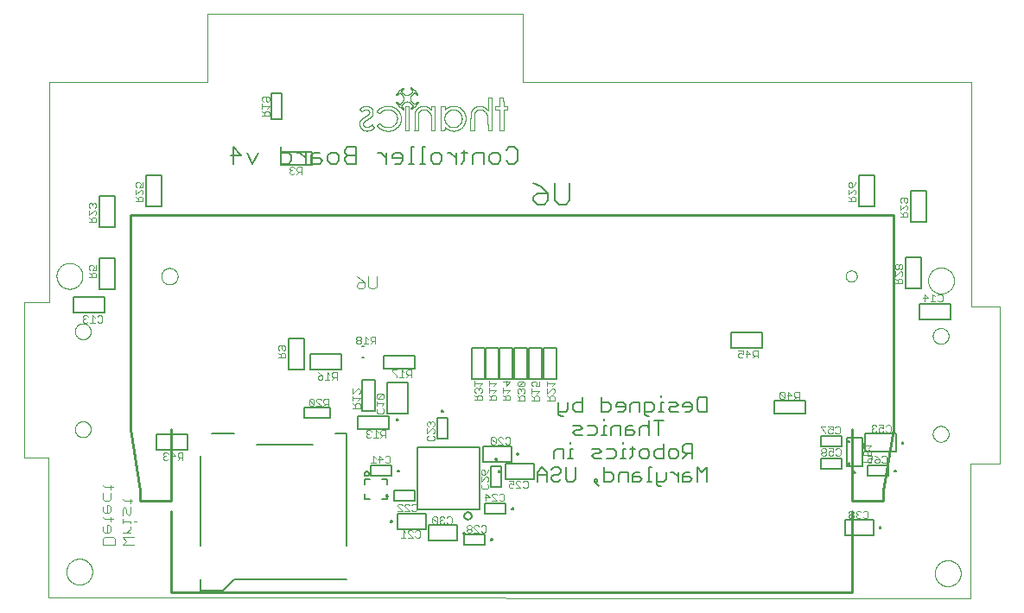
<source format=gbo>
G75*
%MOIN*%
%OFA0B0*%
%FSLAX25Y25*%
%IPPOS*%
%LPD*%
%AMOC8*
5,1,8,0,0,1.08239X$1,22.5*
%
%ADD10C,0.00000*%
%ADD11C,0.00600*%
%ADD12C,0.00200*%
%ADD13C,0.00400*%
%ADD14C,0.00500*%
%ADD15C,0.00700*%
%ADD16C,0.01000*%
D10*
X0010700Y0002800D02*
X0011139Y0002800D01*
X0366500Y0002500D01*
X0366500Y0054500D01*
X0377700Y0054500D01*
X0377700Y0115201D01*
X0366900Y0115201D01*
X0366700Y0201801D01*
X0193900Y0201900D01*
X0193900Y0228100D01*
X0072100Y0228100D01*
X0072100Y0201901D01*
X0011139Y0201901D01*
X0011100Y0120100D01*
X0011100Y0116700D01*
X0001500Y0116700D01*
X0001500Y0057000D01*
X0010700Y0056900D01*
X0010700Y0002800D01*
X0017700Y0012800D02*
X0017702Y0012941D01*
X0017708Y0013082D01*
X0017718Y0013222D01*
X0017732Y0013362D01*
X0017750Y0013502D01*
X0017771Y0013641D01*
X0017797Y0013780D01*
X0017826Y0013918D01*
X0017860Y0014054D01*
X0017897Y0014190D01*
X0017938Y0014325D01*
X0017983Y0014459D01*
X0018032Y0014591D01*
X0018084Y0014722D01*
X0018140Y0014851D01*
X0018200Y0014978D01*
X0018263Y0015104D01*
X0018329Y0015228D01*
X0018400Y0015351D01*
X0018473Y0015471D01*
X0018550Y0015589D01*
X0018630Y0015705D01*
X0018714Y0015818D01*
X0018800Y0015929D01*
X0018890Y0016038D01*
X0018983Y0016144D01*
X0019078Y0016247D01*
X0019177Y0016348D01*
X0019278Y0016446D01*
X0019382Y0016541D01*
X0019489Y0016633D01*
X0019598Y0016722D01*
X0019710Y0016807D01*
X0019824Y0016890D01*
X0019940Y0016970D01*
X0020059Y0017046D01*
X0020180Y0017118D01*
X0020302Y0017188D01*
X0020427Y0017253D01*
X0020553Y0017316D01*
X0020681Y0017374D01*
X0020811Y0017429D01*
X0020942Y0017481D01*
X0021075Y0017528D01*
X0021209Y0017572D01*
X0021344Y0017613D01*
X0021480Y0017649D01*
X0021617Y0017681D01*
X0021755Y0017710D01*
X0021893Y0017735D01*
X0022033Y0017755D01*
X0022173Y0017772D01*
X0022313Y0017785D01*
X0022454Y0017794D01*
X0022594Y0017799D01*
X0022735Y0017800D01*
X0022876Y0017797D01*
X0023017Y0017790D01*
X0023157Y0017779D01*
X0023297Y0017764D01*
X0023437Y0017745D01*
X0023576Y0017723D01*
X0023714Y0017696D01*
X0023852Y0017666D01*
X0023988Y0017631D01*
X0024124Y0017593D01*
X0024258Y0017551D01*
X0024392Y0017505D01*
X0024524Y0017456D01*
X0024654Y0017402D01*
X0024783Y0017345D01*
X0024910Y0017285D01*
X0025036Y0017221D01*
X0025159Y0017153D01*
X0025281Y0017082D01*
X0025401Y0017008D01*
X0025518Y0016930D01*
X0025633Y0016849D01*
X0025746Y0016765D01*
X0025857Y0016678D01*
X0025965Y0016587D01*
X0026070Y0016494D01*
X0026173Y0016397D01*
X0026273Y0016298D01*
X0026370Y0016196D01*
X0026464Y0016091D01*
X0026555Y0015984D01*
X0026643Y0015874D01*
X0026728Y0015762D01*
X0026810Y0015647D01*
X0026889Y0015530D01*
X0026964Y0015411D01*
X0027036Y0015290D01*
X0027104Y0015167D01*
X0027169Y0015042D01*
X0027231Y0014915D01*
X0027288Y0014786D01*
X0027343Y0014656D01*
X0027393Y0014525D01*
X0027440Y0014392D01*
X0027483Y0014258D01*
X0027522Y0014122D01*
X0027557Y0013986D01*
X0027589Y0013849D01*
X0027616Y0013711D01*
X0027640Y0013572D01*
X0027660Y0013432D01*
X0027676Y0013292D01*
X0027688Y0013152D01*
X0027696Y0013011D01*
X0027700Y0012870D01*
X0027700Y0012730D01*
X0027696Y0012589D01*
X0027688Y0012448D01*
X0027676Y0012308D01*
X0027660Y0012168D01*
X0027640Y0012028D01*
X0027616Y0011889D01*
X0027589Y0011751D01*
X0027557Y0011614D01*
X0027522Y0011478D01*
X0027483Y0011342D01*
X0027440Y0011208D01*
X0027393Y0011075D01*
X0027343Y0010944D01*
X0027288Y0010814D01*
X0027231Y0010685D01*
X0027169Y0010558D01*
X0027104Y0010433D01*
X0027036Y0010310D01*
X0026964Y0010189D01*
X0026889Y0010070D01*
X0026810Y0009953D01*
X0026728Y0009838D01*
X0026643Y0009726D01*
X0026555Y0009616D01*
X0026464Y0009509D01*
X0026370Y0009404D01*
X0026273Y0009302D01*
X0026173Y0009203D01*
X0026070Y0009106D01*
X0025965Y0009013D01*
X0025857Y0008922D01*
X0025746Y0008835D01*
X0025633Y0008751D01*
X0025518Y0008670D01*
X0025401Y0008592D01*
X0025281Y0008518D01*
X0025159Y0008447D01*
X0025036Y0008379D01*
X0024910Y0008315D01*
X0024783Y0008255D01*
X0024654Y0008198D01*
X0024524Y0008144D01*
X0024392Y0008095D01*
X0024258Y0008049D01*
X0024124Y0008007D01*
X0023988Y0007969D01*
X0023852Y0007934D01*
X0023714Y0007904D01*
X0023576Y0007877D01*
X0023437Y0007855D01*
X0023297Y0007836D01*
X0023157Y0007821D01*
X0023017Y0007810D01*
X0022876Y0007803D01*
X0022735Y0007800D01*
X0022594Y0007801D01*
X0022454Y0007806D01*
X0022313Y0007815D01*
X0022173Y0007828D01*
X0022033Y0007845D01*
X0021893Y0007865D01*
X0021755Y0007890D01*
X0021617Y0007919D01*
X0021480Y0007951D01*
X0021344Y0007987D01*
X0021209Y0008028D01*
X0021075Y0008072D01*
X0020942Y0008119D01*
X0020811Y0008171D01*
X0020681Y0008226D01*
X0020553Y0008284D01*
X0020427Y0008347D01*
X0020302Y0008412D01*
X0020180Y0008482D01*
X0020059Y0008554D01*
X0019940Y0008630D01*
X0019824Y0008710D01*
X0019710Y0008793D01*
X0019598Y0008878D01*
X0019489Y0008967D01*
X0019382Y0009059D01*
X0019278Y0009154D01*
X0019177Y0009252D01*
X0019078Y0009353D01*
X0018983Y0009456D01*
X0018890Y0009562D01*
X0018800Y0009671D01*
X0018714Y0009782D01*
X0018630Y0009895D01*
X0018550Y0010011D01*
X0018473Y0010129D01*
X0018400Y0010249D01*
X0018329Y0010372D01*
X0018263Y0010496D01*
X0018200Y0010622D01*
X0018140Y0010749D01*
X0018084Y0010878D01*
X0018032Y0011009D01*
X0017983Y0011141D01*
X0017938Y0011275D01*
X0017897Y0011410D01*
X0017860Y0011546D01*
X0017826Y0011682D01*
X0017797Y0011820D01*
X0017771Y0011959D01*
X0017750Y0012098D01*
X0017732Y0012238D01*
X0017718Y0012378D01*
X0017708Y0012518D01*
X0017702Y0012659D01*
X0017700Y0012800D01*
X0020991Y0067802D02*
X0020993Y0067912D01*
X0020999Y0068022D01*
X0021009Y0068132D01*
X0021023Y0068241D01*
X0021041Y0068350D01*
X0021062Y0068458D01*
X0021088Y0068565D01*
X0021117Y0068671D01*
X0021151Y0068776D01*
X0021188Y0068880D01*
X0021229Y0068982D01*
X0021273Y0069083D01*
X0021321Y0069182D01*
X0021373Y0069280D01*
X0021428Y0069375D01*
X0021486Y0069468D01*
X0021548Y0069559D01*
X0021613Y0069648D01*
X0021681Y0069735D01*
X0021753Y0069819D01*
X0021827Y0069900D01*
X0021904Y0069979D01*
X0021984Y0070055D01*
X0022067Y0070127D01*
X0022152Y0070197D01*
X0022240Y0070264D01*
X0022330Y0070327D01*
X0022422Y0070387D01*
X0022516Y0070444D01*
X0022613Y0070498D01*
X0022711Y0070547D01*
X0022811Y0070594D01*
X0022913Y0070636D01*
X0023016Y0070675D01*
X0023120Y0070710D01*
X0023226Y0070742D01*
X0023332Y0070769D01*
X0023440Y0070793D01*
X0023548Y0070813D01*
X0023657Y0070829D01*
X0023767Y0070841D01*
X0023877Y0070849D01*
X0023987Y0070853D01*
X0024097Y0070853D01*
X0024207Y0070849D01*
X0024317Y0070841D01*
X0024427Y0070829D01*
X0024536Y0070813D01*
X0024644Y0070793D01*
X0024752Y0070769D01*
X0024858Y0070742D01*
X0024964Y0070710D01*
X0025068Y0070675D01*
X0025171Y0070636D01*
X0025273Y0070594D01*
X0025373Y0070547D01*
X0025471Y0070498D01*
X0025567Y0070444D01*
X0025662Y0070387D01*
X0025754Y0070327D01*
X0025844Y0070264D01*
X0025932Y0070197D01*
X0026017Y0070127D01*
X0026100Y0070055D01*
X0026180Y0069979D01*
X0026257Y0069900D01*
X0026331Y0069819D01*
X0026403Y0069735D01*
X0026471Y0069648D01*
X0026536Y0069559D01*
X0026598Y0069468D01*
X0026656Y0069375D01*
X0026711Y0069280D01*
X0026763Y0069182D01*
X0026811Y0069083D01*
X0026855Y0068982D01*
X0026896Y0068880D01*
X0026933Y0068776D01*
X0026967Y0068671D01*
X0026996Y0068565D01*
X0027022Y0068458D01*
X0027043Y0068350D01*
X0027061Y0068241D01*
X0027075Y0068132D01*
X0027085Y0068022D01*
X0027091Y0067912D01*
X0027093Y0067802D01*
X0027091Y0067692D01*
X0027085Y0067582D01*
X0027075Y0067472D01*
X0027061Y0067363D01*
X0027043Y0067254D01*
X0027022Y0067146D01*
X0026996Y0067039D01*
X0026967Y0066933D01*
X0026933Y0066828D01*
X0026896Y0066724D01*
X0026855Y0066622D01*
X0026811Y0066521D01*
X0026763Y0066422D01*
X0026711Y0066324D01*
X0026656Y0066229D01*
X0026598Y0066136D01*
X0026536Y0066045D01*
X0026471Y0065956D01*
X0026403Y0065869D01*
X0026331Y0065785D01*
X0026257Y0065704D01*
X0026180Y0065625D01*
X0026100Y0065549D01*
X0026017Y0065477D01*
X0025932Y0065407D01*
X0025844Y0065340D01*
X0025754Y0065277D01*
X0025662Y0065217D01*
X0025568Y0065160D01*
X0025471Y0065106D01*
X0025373Y0065057D01*
X0025273Y0065010D01*
X0025171Y0064968D01*
X0025068Y0064929D01*
X0024964Y0064894D01*
X0024858Y0064862D01*
X0024752Y0064835D01*
X0024644Y0064811D01*
X0024536Y0064791D01*
X0024427Y0064775D01*
X0024317Y0064763D01*
X0024207Y0064755D01*
X0024097Y0064751D01*
X0023987Y0064751D01*
X0023877Y0064755D01*
X0023767Y0064763D01*
X0023657Y0064775D01*
X0023548Y0064791D01*
X0023440Y0064811D01*
X0023332Y0064835D01*
X0023226Y0064862D01*
X0023120Y0064894D01*
X0023016Y0064929D01*
X0022913Y0064968D01*
X0022811Y0065010D01*
X0022711Y0065057D01*
X0022613Y0065106D01*
X0022516Y0065160D01*
X0022422Y0065217D01*
X0022330Y0065277D01*
X0022240Y0065340D01*
X0022152Y0065407D01*
X0022067Y0065477D01*
X0021984Y0065549D01*
X0021904Y0065625D01*
X0021827Y0065704D01*
X0021753Y0065785D01*
X0021681Y0065869D01*
X0021613Y0065956D01*
X0021548Y0066045D01*
X0021486Y0066136D01*
X0021428Y0066229D01*
X0021373Y0066324D01*
X0021321Y0066422D01*
X0021273Y0066521D01*
X0021229Y0066622D01*
X0021188Y0066724D01*
X0021151Y0066828D01*
X0021117Y0066933D01*
X0021088Y0067039D01*
X0021062Y0067146D01*
X0021041Y0067254D01*
X0021023Y0067363D01*
X0021009Y0067472D01*
X0020999Y0067582D01*
X0020993Y0067692D01*
X0020991Y0067802D01*
X0020991Y0105598D02*
X0020993Y0105708D01*
X0020999Y0105818D01*
X0021009Y0105928D01*
X0021023Y0106037D01*
X0021041Y0106146D01*
X0021062Y0106254D01*
X0021088Y0106361D01*
X0021117Y0106467D01*
X0021151Y0106572D01*
X0021188Y0106676D01*
X0021229Y0106778D01*
X0021273Y0106879D01*
X0021321Y0106978D01*
X0021373Y0107076D01*
X0021428Y0107171D01*
X0021486Y0107264D01*
X0021548Y0107355D01*
X0021613Y0107444D01*
X0021681Y0107531D01*
X0021753Y0107615D01*
X0021827Y0107696D01*
X0021904Y0107775D01*
X0021984Y0107851D01*
X0022067Y0107923D01*
X0022152Y0107993D01*
X0022240Y0108060D01*
X0022330Y0108123D01*
X0022422Y0108183D01*
X0022516Y0108240D01*
X0022613Y0108294D01*
X0022711Y0108343D01*
X0022811Y0108390D01*
X0022913Y0108432D01*
X0023016Y0108471D01*
X0023120Y0108506D01*
X0023226Y0108538D01*
X0023332Y0108565D01*
X0023440Y0108589D01*
X0023548Y0108609D01*
X0023657Y0108625D01*
X0023767Y0108637D01*
X0023877Y0108645D01*
X0023987Y0108649D01*
X0024097Y0108649D01*
X0024207Y0108645D01*
X0024317Y0108637D01*
X0024427Y0108625D01*
X0024536Y0108609D01*
X0024644Y0108589D01*
X0024752Y0108565D01*
X0024858Y0108538D01*
X0024964Y0108506D01*
X0025068Y0108471D01*
X0025171Y0108432D01*
X0025273Y0108390D01*
X0025373Y0108343D01*
X0025471Y0108294D01*
X0025567Y0108240D01*
X0025662Y0108183D01*
X0025754Y0108123D01*
X0025844Y0108060D01*
X0025932Y0107993D01*
X0026017Y0107923D01*
X0026100Y0107851D01*
X0026180Y0107775D01*
X0026257Y0107696D01*
X0026331Y0107615D01*
X0026403Y0107531D01*
X0026471Y0107444D01*
X0026536Y0107355D01*
X0026598Y0107264D01*
X0026656Y0107171D01*
X0026711Y0107076D01*
X0026763Y0106978D01*
X0026811Y0106879D01*
X0026855Y0106778D01*
X0026896Y0106676D01*
X0026933Y0106572D01*
X0026967Y0106467D01*
X0026996Y0106361D01*
X0027022Y0106254D01*
X0027043Y0106146D01*
X0027061Y0106037D01*
X0027075Y0105928D01*
X0027085Y0105818D01*
X0027091Y0105708D01*
X0027093Y0105598D01*
X0027091Y0105488D01*
X0027085Y0105378D01*
X0027075Y0105268D01*
X0027061Y0105159D01*
X0027043Y0105050D01*
X0027022Y0104942D01*
X0026996Y0104835D01*
X0026967Y0104729D01*
X0026933Y0104624D01*
X0026896Y0104520D01*
X0026855Y0104418D01*
X0026811Y0104317D01*
X0026763Y0104218D01*
X0026711Y0104120D01*
X0026656Y0104025D01*
X0026598Y0103932D01*
X0026536Y0103841D01*
X0026471Y0103752D01*
X0026403Y0103665D01*
X0026331Y0103581D01*
X0026257Y0103500D01*
X0026180Y0103421D01*
X0026100Y0103345D01*
X0026017Y0103273D01*
X0025932Y0103203D01*
X0025844Y0103136D01*
X0025754Y0103073D01*
X0025662Y0103013D01*
X0025568Y0102956D01*
X0025471Y0102902D01*
X0025373Y0102853D01*
X0025273Y0102806D01*
X0025171Y0102764D01*
X0025068Y0102725D01*
X0024964Y0102690D01*
X0024858Y0102658D01*
X0024752Y0102631D01*
X0024644Y0102607D01*
X0024536Y0102587D01*
X0024427Y0102571D01*
X0024317Y0102559D01*
X0024207Y0102551D01*
X0024097Y0102547D01*
X0023987Y0102547D01*
X0023877Y0102551D01*
X0023767Y0102559D01*
X0023657Y0102571D01*
X0023548Y0102587D01*
X0023440Y0102607D01*
X0023332Y0102631D01*
X0023226Y0102658D01*
X0023120Y0102690D01*
X0023016Y0102725D01*
X0022913Y0102764D01*
X0022811Y0102806D01*
X0022711Y0102853D01*
X0022613Y0102902D01*
X0022516Y0102956D01*
X0022422Y0103013D01*
X0022330Y0103073D01*
X0022240Y0103136D01*
X0022152Y0103203D01*
X0022067Y0103273D01*
X0021984Y0103345D01*
X0021904Y0103421D01*
X0021827Y0103500D01*
X0021753Y0103581D01*
X0021681Y0103665D01*
X0021613Y0103752D01*
X0021548Y0103841D01*
X0021486Y0103932D01*
X0021428Y0104025D01*
X0021373Y0104120D01*
X0021321Y0104218D01*
X0021273Y0104317D01*
X0021229Y0104418D01*
X0021188Y0104520D01*
X0021151Y0104624D01*
X0021117Y0104729D01*
X0021088Y0104835D01*
X0021062Y0104942D01*
X0021041Y0105050D01*
X0021023Y0105159D01*
X0021009Y0105268D01*
X0020999Y0105378D01*
X0020993Y0105488D01*
X0020991Y0105598D01*
X0013900Y0127000D02*
X0013902Y0127141D01*
X0013908Y0127282D01*
X0013918Y0127422D01*
X0013932Y0127562D01*
X0013950Y0127702D01*
X0013971Y0127841D01*
X0013997Y0127980D01*
X0014026Y0128118D01*
X0014060Y0128254D01*
X0014097Y0128390D01*
X0014138Y0128525D01*
X0014183Y0128659D01*
X0014232Y0128791D01*
X0014284Y0128922D01*
X0014340Y0129051D01*
X0014400Y0129178D01*
X0014463Y0129304D01*
X0014529Y0129428D01*
X0014600Y0129551D01*
X0014673Y0129671D01*
X0014750Y0129789D01*
X0014830Y0129905D01*
X0014914Y0130018D01*
X0015000Y0130129D01*
X0015090Y0130238D01*
X0015183Y0130344D01*
X0015278Y0130447D01*
X0015377Y0130548D01*
X0015478Y0130646D01*
X0015582Y0130741D01*
X0015689Y0130833D01*
X0015798Y0130922D01*
X0015910Y0131007D01*
X0016024Y0131090D01*
X0016140Y0131170D01*
X0016259Y0131246D01*
X0016380Y0131318D01*
X0016502Y0131388D01*
X0016627Y0131453D01*
X0016753Y0131516D01*
X0016881Y0131574D01*
X0017011Y0131629D01*
X0017142Y0131681D01*
X0017275Y0131728D01*
X0017409Y0131772D01*
X0017544Y0131813D01*
X0017680Y0131849D01*
X0017817Y0131881D01*
X0017955Y0131910D01*
X0018093Y0131935D01*
X0018233Y0131955D01*
X0018373Y0131972D01*
X0018513Y0131985D01*
X0018654Y0131994D01*
X0018794Y0131999D01*
X0018935Y0132000D01*
X0019076Y0131997D01*
X0019217Y0131990D01*
X0019357Y0131979D01*
X0019497Y0131964D01*
X0019637Y0131945D01*
X0019776Y0131923D01*
X0019914Y0131896D01*
X0020052Y0131866D01*
X0020188Y0131831D01*
X0020324Y0131793D01*
X0020458Y0131751D01*
X0020592Y0131705D01*
X0020724Y0131656D01*
X0020854Y0131602D01*
X0020983Y0131545D01*
X0021110Y0131485D01*
X0021236Y0131421D01*
X0021359Y0131353D01*
X0021481Y0131282D01*
X0021601Y0131208D01*
X0021718Y0131130D01*
X0021833Y0131049D01*
X0021946Y0130965D01*
X0022057Y0130878D01*
X0022165Y0130787D01*
X0022270Y0130694D01*
X0022373Y0130597D01*
X0022473Y0130498D01*
X0022570Y0130396D01*
X0022664Y0130291D01*
X0022755Y0130184D01*
X0022843Y0130074D01*
X0022928Y0129962D01*
X0023010Y0129847D01*
X0023089Y0129730D01*
X0023164Y0129611D01*
X0023236Y0129490D01*
X0023304Y0129367D01*
X0023369Y0129242D01*
X0023431Y0129115D01*
X0023488Y0128986D01*
X0023543Y0128856D01*
X0023593Y0128725D01*
X0023640Y0128592D01*
X0023683Y0128458D01*
X0023722Y0128322D01*
X0023757Y0128186D01*
X0023789Y0128049D01*
X0023816Y0127911D01*
X0023840Y0127772D01*
X0023860Y0127632D01*
X0023876Y0127492D01*
X0023888Y0127352D01*
X0023896Y0127211D01*
X0023900Y0127070D01*
X0023900Y0126930D01*
X0023896Y0126789D01*
X0023888Y0126648D01*
X0023876Y0126508D01*
X0023860Y0126368D01*
X0023840Y0126228D01*
X0023816Y0126089D01*
X0023789Y0125951D01*
X0023757Y0125814D01*
X0023722Y0125678D01*
X0023683Y0125542D01*
X0023640Y0125408D01*
X0023593Y0125275D01*
X0023543Y0125144D01*
X0023488Y0125014D01*
X0023431Y0124885D01*
X0023369Y0124758D01*
X0023304Y0124633D01*
X0023236Y0124510D01*
X0023164Y0124389D01*
X0023089Y0124270D01*
X0023010Y0124153D01*
X0022928Y0124038D01*
X0022843Y0123926D01*
X0022755Y0123816D01*
X0022664Y0123709D01*
X0022570Y0123604D01*
X0022473Y0123502D01*
X0022373Y0123403D01*
X0022270Y0123306D01*
X0022165Y0123213D01*
X0022057Y0123122D01*
X0021946Y0123035D01*
X0021833Y0122951D01*
X0021718Y0122870D01*
X0021601Y0122792D01*
X0021481Y0122718D01*
X0021359Y0122647D01*
X0021236Y0122579D01*
X0021110Y0122515D01*
X0020983Y0122455D01*
X0020854Y0122398D01*
X0020724Y0122344D01*
X0020592Y0122295D01*
X0020458Y0122249D01*
X0020324Y0122207D01*
X0020188Y0122169D01*
X0020052Y0122134D01*
X0019914Y0122104D01*
X0019776Y0122077D01*
X0019637Y0122055D01*
X0019497Y0122036D01*
X0019357Y0122021D01*
X0019217Y0122010D01*
X0019076Y0122003D01*
X0018935Y0122000D01*
X0018794Y0122001D01*
X0018654Y0122006D01*
X0018513Y0122015D01*
X0018373Y0122028D01*
X0018233Y0122045D01*
X0018093Y0122065D01*
X0017955Y0122090D01*
X0017817Y0122119D01*
X0017680Y0122151D01*
X0017544Y0122187D01*
X0017409Y0122228D01*
X0017275Y0122272D01*
X0017142Y0122319D01*
X0017011Y0122371D01*
X0016881Y0122426D01*
X0016753Y0122484D01*
X0016627Y0122547D01*
X0016502Y0122612D01*
X0016380Y0122682D01*
X0016259Y0122754D01*
X0016140Y0122830D01*
X0016024Y0122910D01*
X0015910Y0122993D01*
X0015798Y0123078D01*
X0015689Y0123167D01*
X0015582Y0123259D01*
X0015478Y0123354D01*
X0015377Y0123452D01*
X0015278Y0123553D01*
X0015183Y0123656D01*
X0015090Y0123762D01*
X0015000Y0123871D01*
X0014914Y0123982D01*
X0014830Y0124095D01*
X0014750Y0124211D01*
X0014673Y0124329D01*
X0014600Y0124449D01*
X0014529Y0124572D01*
X0014463Y0124696D01*
X0014400Y0124822D01*
X0014340Y0124949D01*
X0014284Y0125078D01*
X0014232Y0125209D01*
X0014183Y0125341D01*
X0014138Y0125475D01*
X0014097Y0125610D01*
X0014060Y0125746D01*
X0014026Y0125882D01*
X0013997Y0126020D01*
X0013971Y0126159D01*
X0013950Y0126298D01*
X0013932Y0126438D01*
X0013918Y0126578D01*
X0013908Y0126718D01*
X0013902Y0126859D01*
X0013900Y0127000D01*
X0054324Y0126900D02*
X0054326Y0127012D01*
X0054332Y0127123D01*
X0054342Y0127235D01*
X0054356Y0127346D01*
X0054373Y0127456D01*
X0054395Y0127566D01*
X0054421Y0127674D01*
X0054450Y0127782D01*
X0054483Y0127889D01*
X0054520Y0127995D01*
X0054561Y0128099D01*
X0054605Y0128201D01*
X0054653Y0128302D01*
X0054705Y0128401D01*
X0054760Y0128499D01*
X0054818Y0128594D01*
X0054880Y0128687D01*
X0054945Y0128778D01*
X0055014Y0128866D01*
X0055085Y0128953D01*
X0055159Y0129036D01*
X0055236Y0129117D01*
X0055317Y0129195D01*
X0055399Y0129270D01*
X0055485Y0129342D01*
X0055573Y0129411D01*
X0055663Y0129477D01*
X0055756Y0129539D01*
X0055850Y0129599D01*
X0055947Y0129655D01*
X0056046Y0129707D01*
X0056146Y0129756D01*
X0056249Y0129801D01*
X0056352Y0129843D01*
X0056457Y0129881D01*
X0056564Y0129915D01*
X0056671Y0129945D01*
X0056780Y0129972D01*
X0056890Y0129994D01*
X0057000Y0130013D01*
X0057111Y0130028D01*
X0057222Y0130039D01*
X0057333Y0130046D01*
X0057445Y0130049D01*
X0057557Y0130048D01*
X0057668Y0130043D01*
X0057780Y0130034D01*
X0057891Y0130021D01*
X0058001Y0130004D01*
X0058111Y0129984D01*
X0058220Y0129959D01*
X0058328Y0129931D01*
X0058435Y0129898D01*
X0058541Y0129862D01*
X0058646Y0129822D01*
X0058749Y0129779D01*
X0058850Y0129732D01*
X0058950Y0129681D01*
X0059047Y0129627D01*
X0059143Y0129570D01*
X0059237Y0129509D01*
X0059328Y0129444D01*
X0059418Y0129377D01*
X0059504Y0129306D01*
X0059588Y0129233D01*
X0059670Y0129156D01*
X0059749Y0129077D01*
X0059824Y0128995D01*
X0059897Y0128910D01*
X0059967Y0128823D01*
X0060034Y0128733D01*
X0060097Y0128641D01*
X0060157Y0128547D01*
X0060214Y0128450D01*
X0060267Y0128352D01*
X0060317Y0128252D01*
X0060363Y0128150D01*
X0060406Y0128047D01*
X0060445Y0127942D01*
X0060480Y0127836D01*
X0060511Y0127729D01*
X0060539Y0127620D01*
X0060562Y0127511D01*
X0060582Y0127401D01*
X0060598Y0127290D01*
X0060610Y0127179D01*
X0060618Y0127068D01*
X0060622Y0126956D01*
X0060622Y0126844D01*
X0060618Y0126732D01*
X0060610Y0126621D01*
X0060598Y0126510D01*
X0060582Y0126399D01*
X0060562Y0126289D01*
X0060539Y0126180D01*
X0060511Y0126071D01*
X0060480Y0125964D01*
X0060445Y0125858D01*
X0060406Y0125753D01*
X0060363Y0125650D01*
X0060317Y0125548D01*
X0060267Y0125448D01*
X0060214Y0125350D01*
X0060157Y0125253D01*
X0060097Y0125159D01*
X0060034Y0125067D01*
X0059967Y0124977D01*
X0059897Y0124890D01*
X0059824Y0124805D01*
X0059749Y0124723D01*
X0059670Y0124644D01*
X0059588Y0124567D01*
X0059504Y0124494D01*
X0059418Y0124423D01*
X0059328Y0124356D01*
X0059237Y0124291D01*
X0059143Y0124230D01*
X0059048Y0124173D01*
X0058950Y0124119D01*
X0058850Y0124068D01*
X0058749Y0124021D01*
X0058646Y0123978D01*
X0058541Y0123938D01*
X0058435Y0123902D01*
X0058328Y0123869D01*
X0058220Y0123841D01*
X0058111Y0123816D01*
X0058001Y0123796D01*
X0057891Y0123779D01*
X0057780Y0123766D01*
X0057668Y0123757D01*
X0057557Y0123752D01*
X0057445Y0123751D01*
X0057333Y0123754D01*
X0057222Y0123761D01*
X0057111Y0123772D01*
X0057000Y0123787D01*
X0056890Y0123806D01*
X0056780Y0123828D01*
X0056671Y0123855D01*
X0056564Y0123885D01*
X0056457Y0123919D01*
X0056352Y0123957D01*
X0056249Y0123999D01*
X0056146Y0124044D01*
X0056046Y0124093D01*
X0055947Y0124145D01*
X0055850Y0124201D01*
X0055756Y0124261D01*
X0055663Y0124323D01*
X0055573Y0124389D01*
X0055485Y0124458D01*
X0055399Y0124530D01*
X0055317Y0124605D01*
X0055236Y0124683D01*
X0055159Y0124764D01*
X0055085Y0124847D01*
X0055014Y0124934D01*
X0054945Y0125022D01*
X0054880Y0125113D01*
X0054818Y0125206D01*
X0054760Y0125301D01*
X0054705Y0125399D01*
X0054653Y0125498D01*
X0054605Y0125599D01*
X0054561Y0125701D01*
X0054520Y0125805D01*
X0054483Y0125911D01*
X0054450Y0126018D01*
X0054421Y0126126D01*
X0054395Y0126234D01*
X0054373Y0126344D01*
X0054356Y0126454D01*
X0054342Y0126565D01*
X0054332Y0126677D01*
X0054326Y0126788D01*
X0054324Y0126900D01*
X0318300Y0126900D02*
X0318302Y0126993D01*
X0318308Y0127085D01*
X0318318Y0127177D01*
X0318332Y0127268D01*
X0318349Y0127359D01*
X0318371Y0127449D01*
X0318396Y0127538D01*
X0318425Y0127626D01*
X0318458Y0127712D01*
X0318495Y0127797D01*
X0318535Y0127881D01*
X0318579Y0127962D01*
X0318626Y0128042D01*
X0318676Y0128120D01*
X0318730Y0128195D01*
X0318787Y0128268D01*
X0318847Y0128338D01*
X0318910Y0128406D01*
X0318976Y0128471D01*
X0319044Y0128533D01*
X0319115Y0128593D01*
X0319189Y0128649D01*
X0319265Y0128702D01*
X0319343Y0128751D01*
X0319423Y0128798D01*
X0319505Y0128840D01*
X0319589Y0128880D01*
X0319674Y0128915D01*
X0319761Y0128947D01*
X0319849Y0128976D01*
X0319938Y0129000D01*
X0320028Y0129021D01*
X0320119Y0129037D01*
X0320211Y0129050D01*
X0320303Y0129059D01*
X0320396Y0129064D01*
X0320488Y0129065D01*
X0320581Y0129062D01*
X0320673Y0129055D01*
X0320765Y0129044D01*
X0320856Y0129029D01*
X0320947Y0129011D01*
X0321037Y0128988D01*
X0321125Y0128962D01*
X0321213Y0128932D01*
X0321299Y0128898D01*
X0321383Y0128861D01*
X0321466Y0128819D01*
X0321547Y0128775D01*
X0321627Y0128727D01*
X0321704Y0128676D01*
X0321778Y0128621D01*
X0321851Y0128563D01*
X0321921Y0128503D01*
X0321988Y0128439D01*
X0322052Y0128373D01*
X0322114Y0128303D01*
X0322172Y0128232D01*
X0322227Y0128158D01*
X0322279Y0128081D01*
X0322328Y0128002D01*
X0322374Y0127922D01*
X0322416Y0127839D01*
X0322454Y0127755D01*
X0322489Y0127669D01*
X0322520Y0127582D01*
X0322547Y0127494D01*
X0322570Y0127404D01*
X0322590Y0127314D01*
X0322606Y0127223D01*
X0322618Y0127131D01*
X0322626Y0127039D01*
X0322630Y0126946D01*
X0322630Y0126854D01*
X0322626Y0126761D01*
X0322618Y0126669D01*
X0322606Y0126577D01*
X0322590Y0126486D01*
X0322570Y0126396D01*
X0322547Y0126306D01*
X0322520Y0126218D01*
X0322489Y0126131D01*
X0322454Y0126045D01*
X0322416Y0125961D01*
X0322374Y0125878D01*
X0322328Y0125798D01*
X0322279Y0125719D01*
X0322227Y0125642D01*
X0322172Y0125568D01*
X0322114Y0125497D01*
X0322052Y0125427D01*
X0321988Y0125361D01*
X0321921Y0125297D01*
X0321851Y0125237D01*
X0321778Y0125179D01*
X0321704Y0125124D01*
X0321627Y0125073D01*
X0321548Y0125025D01*
X0321466Y0124981D01*
X0321383Y0124939D01*
X0321299Y0124902D01*
X0321213Y0124868D01*
X0321125Y0124838D01*
X0321037Y0124812D01*
X0320947Y0124789D01*
X0320856Y0124771D01*
X0320765Y0124756D01*
X0320673Y0124745D01*
X0320581Y0124738D01*
X0320488Y0124735D01*
X0320396Y0124736D01*
X0320303Y0124741D01*
X0320211Y0124750D01*
X0320119Y0124763D01*
X0320028Y0124779D01*
X0319938Y0124800D01*
X0319849Y0124824D01*
X0319761Y0124853D01*
X0319674Y0124885D01*
X0319589Y0124920D01*
X0319505Y0124960D01*
X0319423Y0125002D01*
X0319343Y0125049D01*
X0319265Y0125098D01*
X0319189Y0125151D01*
X0319115Y0125207D01*
X0319044Y0125267D01*
X0318976Y0125329D01*
X0318910Y0125394D01*
X0318847Y0125462D01*
X0318787Y0125532D01*
X0318730Y0125605D01*
X0318676Y0125680D01*
X0318626Y0125758D01*
X0318579Y0125838D01*
X0318535Y0125919D01*
X0318495Y0126003D01*
X0318458Y0126088D01*
X0318425Y0126174D01*
X0318396Y0126262D01*
X0318371Y0126351D01*
X0318349Y0126441D01*
X0318332Y0126532D01*
X0318318Y0126623D01*
X0318308Y0126715D01*
X0318302Y0126807D01*
X0318300Y0126900D01*
X0350100Y0125200D02*
X0350102Y0125341D01*
X0350108Y0125482D01*
X0350118Y0125622D01*
X0350132Y0125762D01*
X0350150Y0125902D01*
X0350171Y0126041D01*
X0350197Y0126180D01*
X0350226Y0126318D01*
X0350260Y0126454D01*
X0350297Y0126590D01*
X0350338Y0126725D01*
X0350383Y0126859D01*
X0350432Y0126991D01*
X0350484Y0127122D01*
X0350540Y0127251D01*
X0350600Y0127378D01*
X0350663Y0127504D01*
X0350729Y0127628D01*
X0350800Y0127751D01*
X0350873Y0127871D01*
X0350950Y0127989D01*
X0351030Y0128105D01*
X0351114Y0128218D01*
X0351200Y0128329D01*
X0351290Y0128438D01*
X0351383Y0128544D01*
X0351478Y0128647D01*
X0351577Y0128748D01*
X0351678Y0128846D01*
X0351782Y0128941D01*
X0351889Y0129033D01*
X0351998Y0129122D01*
X0352110Y0129207D01*
X0352224Y0129290D01*
X0352340Y0129370D01*
X0352459Y0129446D01*
X0352580Y0129518D01*
X0352702Y0129588D01*
X0352827Y0129653D01*
X0352953Y0129716D01*
X0353081Y0129774D01*
X0353211Y0129829D01*
X0353342Y0129881D01*
X0353475Y0129928D01*
X0353609Y0129972D01*
X0353744Y0130013D01*
X0353880Y0130049D01*
X0354017Y0130081D01*
X0354155Y0130110D01*
X0354293Y0130135D01*
X0354433Y0130155D01*
X0354573Y0130172D01*
X0354713Y0130185D01*
X0354854Y0130194D01*
X0354994Y0130199D01*
X0355135Y0130200D01*
X0355276Y0130197D01*
X0355417Y0130190D01*
X0355557Y0130179D01*
X0355697Y0130164D01*
X0355837Y0130145D01*
X0355976Y0130123D01*
X0356114Y0130096D01*
X0356252Y0130066D01*
X0356388Y0130031D01*
X0356524Y0129993D01*
X0356658Y0129951D01*
X0356792Y0129905D01*
X0356924Y0129856D01*
X0357054Y0129802D01*
X0357183Y0129745D01*
X0357310Y0129685D01*
X0357436Y0129621D01*
X0357559Y0129553D01*
X0357681Y0129482D01*
X0357801Y0129408D01*
X0357918Y0129330D01*
X0358033Y0129249D01*
X0358146Y0129165D01*
X0358257Y0129078D01*
X0358365Y0128987D01*
X0358470Y0128894D01*
X0358573Y0128797D01*
X0358673Y0128698D01*
X0358770Y0128596D01*
X0358864Y0128491D01*
X0358955Y0128384D01*
X0359043Y0128274D01*
X0359128Y0128162D01*
X0359210Y0128047D01*
X0359289Y0127930D01*
X0359364Y0127811D01*
X0359436Y0127690D01*
X0359504Y0127567D01*
X0359569Y0127442D01*
X0359631Y0127315D01*
X0359688Y0127186D01*
X0359743Y0127056D01*
X0359793Y0126925D01*
X0359840Y0126792D01*
X0359883Y0126658D01*
X0359922Y0126522D01*
X0359957Y0126386D01*
X0359989Y0126249D01*
X0360016Y0126111D01*
X0360040Y0125972D01*
X0360060Y0125832D01*
X0360076Y0125692D01*
X0360088Y0125552D01*
X0360096Y0125411D01*
X0360100Y0125270D01*
X0360100Y0125130D01*
X0360096Y0124989D01*
X0360088Y0124848D01*
X0360076Y0124708D01*
X0360060Y0124568D01*
X0360040Y0124428D01*
X0360016Y0124289D01*
X0359989Y0124151D01*
X0359957Y0124014D01*
X0359922Y0123878D01*
X0359883Y0123742D01*
X0359840Y0123608D01*
X0359793Y0123475D01*
X0359743Y0123344D01*
X0359688Y0123214D01*
X0359631Y0123085D01*
X0359569Y0122958D01*
X0359504Y0122833D01*
X0359436Y0122710D01*
X0359364Y0122589D01*
X0359289Y0122470D01*
X0359210Y0122353D01*
X0359128Y0122238D01*
X0359043Y0122126D01*
X0358955Y0122016D01*
X0358864Y0121909D01*
X0358770Y0121804D01*
X0358673Y0121702D01*
X0358573Y0121603D01*
X0358470Y0121506D01*
X0358365Y0121413D01*
X0358257Y0121322D01*
X0358146Y0121235D01*
X0358033Y0121151D01*
X0357918Y0121070D01*
X0357801Y0120992D01*
X0357681Y0120918D01*
X0357559Y0120847D01*
X0357436Y0120779D01*
X0357310Y0120715D01*
X0357183Y0120655D01*
X0357054Y0120598D01*
X0356924Y0120544D01*
X0356792Y0120495D01*
X0356658Y0120449D01*
X0356524Y0120407D01*
X0356388Y0120369D01*
X0356252Y0120334D01*
X0356114Y0120304D01*
X0355976Y0120277D01*
X0355837Y0120255D01*
X0355697Y0120236D01*
X0355557Y0120221D01*
X0355417Y0120210D01*
X0355276Y0120203D01*
X0355135Y0120200D01*
X0354994Y0120201D01*
X0354854Y0120206D01*
X0354713Y0120215D01*
X0354573Y0120228D01*
X0354433Y0120245D01*
X0354293Y0120265D01*
X0354155Y0120290D01*
X0354017Y0120319D01*
X0353880Y0120351D01*
X0353744Y0120387D01*
X0353609Y0120428D01*
X0353475Y0120472D01*
X0353342Y0120519D01*
X0353211Y0120571D01*
X0353081Y0120626D01*
X0352953Y0120684D01*
X0352827Y0120747D01*
X0352702Y0120812D01*
X0352580Y0120882D01*
X0352459Y0120954D01*
X0352340Y0121030D01*
X0352224Y0121110D01*
X0352110Y0121193D01*
X0351998Y0121278D01*
X0351889Y0121367D01*
X0351782Y0121459D01*
X0351678Y0121554D01*
X0351577Y0121652D01*
X0351478Y0121753D01*
X0351383Y0121856D01*
X0351290Y0121962D01*
X0351200Y0122071D01*
X0351114Y0122182D01*
X0351030Y0122295D01*
X0350950Y0122411D01*
X0350873Y0122529D01*
X0350800Y0122649D01*
X0350729Y0122772D01*
X0350663Y0122896D01*
X0350600Y0123022D01*
X0350540Y0123149D01*
X0350484Y0123278D01*
X0350432Y0123409D01*
X0350383Y0123541D01*
X0350338Y0123675D01*
X0350297Y0123810D01*
X0350260Y0123946D01*
X0350226Y0124082D01*
X0350197Y0124220D01*
X0350171Y0124359D01*
X0350150Y0124498D01*
X0350132Y0124638D01*
X0350118Y0124778D01*
X0350108Y0124918D01*
X0350102Y0125059D01*
X0350100Y0125200D01*
X0351907Y0103798D02*
X0351909Y0103908D01*
X0351915Y0104018D01*
X0351925Y0104128D01*
X0351939Y0104237D01*
X0351957Y0104346D01*
X0351978Y0104454D01*
X0352004Y0104561D01*
X0352033Y0104667D01*
X0352067Y0104772D01*
X0352104Y0104876D01*
X0352145Y0104978D01*
X0352189Y0105079D01*
X0352237Y0105178D01*
X0352289Y0105276D01*
X0352344Y0105371D01*
X0352402Y0105464D01*
X0352464Y0105555D01*
X0352529Y0105644D01*
X0352597Y0105731D01*
X0352669Y0105815D01*
X0352743Y0105896D01*
X0352820Y0105975D01*
X0352900Y0106051D01*
X0352983Y0106123D01*
X0353068Y0106193D01*
X0353156Y0106260D01*
X0353246Y0106323D01*
X0353338Y0106383D01*
X0353432Y0106440D01*
X0353529Y0106494D01*
X0353627Y0106543D01*
X0353727Y0106590D01*
X0353829Y0106632D01*
X0353932Y0106671D01*
X0354036Y0106706D01*
X0354142Y0106738D01*
X0354248Y0106765D01*
X0354356Y0106789D01*
X0354464Y0106809D01*
X0354573Y0106825D01*
X0354683Y0106837D01*
X0354793Y0106845D01*
X0354903Y0106849D01*
X0355013Y0106849D01*
X0355123Y0106845D01*
X0355233Y0106837D01*
X0355343Y0106825D01*
X0355452Y0106809D01*
X0355560Y0106789D01*
X0355668Y0106765D01*
X0355774Y0106738D01*
X0355880Y0106706D01*
X0355984Y0106671D01*
X0356087Y0106632D01*
X0356189Y0106590D01*
X0356289Y0106543D01*
X0356387Y0106494D01*
X0356483Y0106440D01*
X0356578Y0106383D01*
X0356670Y0106323D01*
X0356760Y0106260D01*
X0356848Y0106193D01*
X0356933Y0106123D01*
X0357016Y0106051D01*
X0357096Y0105975D01*
X0357173Y0105896D01*
X0357247Y0105815D01*
X0357319Y0105731D01*
X0357387Y0105644D01*
X0357452Y0105555D01*
X0357514Y0105464D01*
X0357572Y0105371D01*
X0357627Y0105276D01*
X0357679Y0105178D01*
X0357727Y0105079D01*
X0357771Y0104978D01*
X0357812Y0104876D01*
X0357849Y0104772D01*
X0357883Y0104667D01*
X0357912Y0104561D01*
X0357938Y0104454D01*
X0357959Y0104346D01*
X0357977Y0104237D01*
X0357991Y0104128D01*
X0358001Y0104018D01*
X0358007Y0103908D01*
X0358009Y0103798D01*
X0358007Y0103688D01*
X0358001Y0103578D01*
X0357991Y0103468D01*
X0357977Y0103359D01*
X0357959Y0103250D01*
X0357938Y0103142D01*
X0357912Y0103035D01*
X0357883Y0102929D01*
X0357849Y0102824D01*
X0357812Y0102720D01*
X0357771Y0102618D01*
X0357727Y0102517D01*
X0357679Y0102418D01*
X0357627Y0102320D01*
X0357572Y0102225D01*
X0357514Y0102132D01*
X0357452Y0102041D01*
X0357387Y0101952D01*
X0357319Y0101865D01*
X0357247Y0101781D01*
X0357173Y0101700D01*
X0357096Y0101621D01*
X0357016Y0101545D01*
X0356933Y0101473D01*
X0356848Y0101403D01*
X0356760Y0101336D01*
X0356670Y0101273D01*
X0356578Y0101213D01*
X0356484Y0101156D01*
X0356387Y0101102D01*
X0356289Y0101053D01*
X0356189Y0101006D01*
X0356087Y0100964D01*
X0355984Y0100925D01*
X0355880Y0100890D01*
X0355774Y0100858D01*
X0355668Y0100831D01*
X0355560Y0100807D01*
X0355452Y0100787D01*
X0355343Y0100771D01*
X0355233Y0100759D01*
X0355123Y0100751D01*
X0355013Y0100747D01*
X0354903Y0100747D01*
X0354793Y0100751D01*
X0354683Y0100759D01*
X0354573Y0100771D01*
X0354464Y0100787D01*
X0354356Y0100807D01*
X0354248Y0100831D01*
X0354142Y0100858D01*
X0354036Y0100890D01*
X0353932Y0100925D01*
X0353829Y0100964D01*
X0353727Y0101006D01*
X0353627Y0101053D01*
X0353529Y0101102D01*
X0353432Y0101156D01*
X0353338Y0101213D01*
X0353246Y0101273D01*
X0353156Y0101336D01*
X0353068Y0101403D01*
X0352983Y0101473D01*
X0352900Y0101545D01*
X0352820Y0101621D01*
X0352743Y0101700D01*
X0352669Y0101781D01*
X0352597Y0101865D01*
X0352529Y0101952D01*
X0352464Y0102041D01*
X0352402Y0102132D01*
X0352344Y0102225D01*
X0352289Y0102320D01*
X0352237Y0102418D01*
X0352189Y0102517D01*
X0352145Y0102618D01*
X0352104Y0102720D01*
X0352067Y0102824D01*
X0352033Y0102929D01*
X0352004Y0103035D01*
X0351978Y0103142D01*
X0351957Y0103250D01*
X0351939Y0103359D01*
X0351925Y0103468D01*
X0351915Y0103578D01*
X0351909Y0103688D01*
X0351907Y0103798D01*
X0351907Y0066002D02*
X0351909Y0066112D01*
X0351915Y0066222D01*
X0351925Y0066332D01*
X0351939Y0066441D01*
X0351957Y0066550D01*
X0351978Y0066658D01*
X0352004Y0066765D01*
X0352033Y0066871D01*
X0352067Y0066976D01*
X0352104Y0067080D01*
X0352145Y0067182D01*
X0352189Y0067283D01*
X0352237Y0067382D01*
X0352289Y0067480D01*
X0352344Y0067575D01*
X0352402Y0067668D01*
X0352464Y0067759D01*
X0352529Y0067848D01*
X0352597Y0067935D01*
X0352669Y0068019D01*
X0352743Y0068100D01*
X0352820Y0068179D01*
X0352900Y0068255D01*
X0352983Y0068327D01*
X0353068Y0068397D01*
X0353156Y0068464D01*
X0353246Y0068527D01*
X0353338Y0068587D01*
X0353432Y0068644D01*
X0353529Y0068698D01*
X0353627Y0068747D01*
X0353727Y0068794D01*
X0353829Y0068836D01*
X0353932Y0068875D01*
X0354036Y0068910D01*
X0354142Y0068942D01*
X0354248Y0068969D01*
X0354356Y0068993D01*
X0354464Y0069013D01*
X0354573Y0069029D01*
X0354683Y0069041D01*
X0354793Y0069049D01*
X0354903Y0069053D01*
X0355013Y0069053D01*
X0355123Y0069049D01*
X0355233Y0069041D01*
X0355343Y0069029D01*
X0355452Y0069013D01*
X0355560Y0068993D01*
X0355668Y0068969D01*
X0355774Y0068942D01*
X0355880Y0068910D01*
X0355984Y0068875D01*
X0356087Y0068836D01*
X0356189Y0068794D01*
X0356289Y0068747D01*
X0356387Y0068698D01*
X0356483Y0068644D01*
X0356578Y0068587D01*
X0356670Y0068527D01*
X0356760Y0068464D01*
X0356848Y0068397D01*
X0356933Y0068327D01*
X0357016Y0068255D01*
X0357096Y0068179D01*
X0357173Y0068100D01*
X0357247Y0068019D01*
X0357319Y0067935D01*
X0357387Y0067848D01*
X0357452Y0067759D01*
X0357514Y0067668D01*
X0357572Y0067575D01*
X0357627Y0067480D01*
X0357679Y0067382D01*
X0357727Y0067283D01*
X0357771Y0067182D01*
X0357812Y0067080D01*
X0357849Y0066976D01*
X0357883Y0066871D01*
X0357912Y0066765D01*
X0357938Y0066658D01*
X0357959Y0066550D01*
X0357977Y0066441D01*
X0357991Y0066332D01*
X0358001Y0066222D01*
X0358007Y0066112D01*
X0358009Y0066002D01*
X0358007Y0065892D01*
X0358001Y0065782D01*
X0357991Y0065672D01*
X0357977Y0065563D01*
X0357959Y0065454D01*
X0357938Y0065346D01*
X0357912Y0065239D01*
X0357883Y0065133D01*
X0357849Y0065028D01*
X0357812Y0064924D01*
X0357771Y0064822D01*
X0357727Y0064721D01*
X0357679Y0064622D01*
X0357627Y0064524D01*
X0357572Y0064429D01*
X0357514Y0064336D01*
X0357452Y0064245D01*
X0357387Y0064156D01*
X0357319Y0064069D01*
X0357247Y0063985D01*
X0357173Y0063904D01*
X0357096Y0063825D01*
X0357016Y0063749D01*
X0356933Y0063677D01*
X0356848Y0063607D01*
X0356760Y0063540D01*
X0356670Y0063477D01*
X0356578Y0063417D01*
X0356484Y0063360D01*
X0356387Y0063306D01*
X0356289Y0063257D01*
X0356189Y0063210D01*
X0356087Y0063168D01*
X0355984Y0063129D01*
X0355880Y0063094D01*
X0355774Y0063062D01*
X0355668Y0063035D01*
X0355560Y0063011D01*
X0355452Y0062991D01*
X0355343Y0062975D01*
X0355233Y0062963D01*
X0355123Y0062955D01*
X0355013Y0062951D01*
X0354903Y0062951D01*
X0354793Y0062955D01*
X0354683Y0062963D01*
X0354573Y0062975D01*
X0354464Y0062991D01*
X0354356Y0063011D01*
X0354248Y0063035D01*
X0354142Y0063062D01*
X0354036Y0063094D01*
X0353932Y0063129D01*
X0353829Y0063168D01*
X0353727Y0063210D01*
X0353627Y0063257D01*
X0353529Y0063306D01*
X0353432Y0063360D01*
X0353338Y0063417D01*
X0353246Y0063477D01*
X0353156Y0063540D01*
X0353068Y0063607D01*
X0352983Y0063677D01*
X0352900Y0063749D01*
X0352820Y0063825D01*
X0352743Y0063904D01*
X0352669Y0063985D01*
X0352597Y0064069D01*
X0352529Y0064156D01*
X0352464Y0064245D01*
X0352402Y0064336D01*
X0352344Y0064429D01*
X0352289Y0064524D01*
X0352237Y0064622D01*
X0352189Y0064721D01*
X0352145Y0064822D01*
X0352104Y0064924D01*
X0352067Y0065028D01*
X0352033Y0065133D01*
X0352004Y0065239D01*
X0351978Y0065346D01*
X0351957Y0065454D01*
X0351939Y0065563D01*
X0351925Y0065672D01*
X0351915Y0065782D01*
X0351909Y0065892D01*
X0351907Y0066002D01*
X0352700Y0012200D02*
X0352702Y0012341D01*
X0352708Y0012482D01*
X0352718Y0012622D01*
X0352732Y0012762D01*
X0352750Y0012902D01*
X0352771Y0013041D01*
X0352797Y0013180D01*
X0352826Y0013318D01*
X0352860Y0013454D01*
X0352897Y0013590D01*
X0352938Y0013725D01*
X0352983Y0013859D01*
X0353032Y0013991D01*
X0353084Y0014122D01*
X0353140Y0014251D01*
X0353200Y0014378D01*
X0353263Y0014504D01*
X0353329Y0014628D01*
X0353400Y0014751D01*
X0353473Y0014871D01*
X0353550Y0014989D01*
X0353630Y0015105D01*
X0353714Y0015218D01*
X0353800Y0015329D01*
X0353890Y0015438D01*
X0353983Y0015544D01*
X0354078Y0015647D01*
X0354177Y0015748D01*
X0354278Y0015846D01*
X0354382Y0015941D01*
X0354489Y0016033D01*
X0354598Y0016122D01*
X0354710Y0016207D01*
X0354824Y0016290D01*
X0354940Y0016370D01*
X0355059Y0016446D01*
X0355180Y0016518D01*
X0355302Y0016588D01*
X0355427Y0016653D01*
X0355553Y0016716D01*
X0355681Y0016774D01*
X0355811Y0016829D01*
X0355942Y0016881D01*
X0356075Y0016928D01*
X0356209Y0016972D01*
X0356344Y0017013D01*
X0356480Y0017049D01*
X0356617Y0017081D01*
X0356755Y0017110D01*
X0356893Y0017135D01*
X0357033Y0017155D01*
X0357173Y0017172D01*
X0357313Y0017185D01*
X0357454Y0017194D01*
X0357594Y0017199D01*
X0357735Y0017200D01*
X0357876Y0017197D01*
X0358017Y0017190D01*
X0358157Y0017179D01*
X0358297Y0017164D01*
X0358437Y0017145D01*
X0358576Y0017123D01*
X0358714Y0017096D01*
X0358852Y0017066D01*
X0358988Y0017031D01*
X0359124Y0016993D01*
X0359258Y0016951D01*
X0359392Y0016905D01*
X0359524Y0016856D01*
X0359654Y0016802D01*
X0359783Y0016745D01*
X0359910Y0016685D01*
X0360036Y0016621D01*
X0360159Y0016553D01*
X0360281Y0016482D01*
X0360401Y0016408D01*
X0360518Y0016330D01*
X0360633Y0016249D01*
X0360746Y0016165D01*
X0360857Y0016078D01*
X0360965Y0015987D01*
X0361070Y0015894D01*
X0361173Y0015797D01*
X0361273Y0015698D01*
X0361370Y0015596D01*
X0361464Y0015491D01*
X0361555Y0015384D01*
X0361643Y0015274D01*
X0361728Y0015162D01*
X0361810Y0015047D01*
X0361889Y0014930D01*
X0361964Y0014811D01*
X0362036Y0014690D01*
X0362104Y0014567D01*
X0362169Y0014442D01*
X0362231Y0014315D01*
X0362288Y0014186D01*
X0362343Y0014056D01*
X0362393Y0013925D01*
X0362440Y0013792D01*
X0362483Y0013658D01*
X0362522Y0013522D01*
X0362557Y0013386D01*
X0362589Y0013249D01*
X0362616Y0013111D01*
X0362640Y0012972D01*
X0362660Y0012832D01*
X0362676Y0012692D01*
X0362688Y0012552D01*
X0362696Y0012411D01*
X0362700Y0012270D01*
X0362700Y0012130D01*
X0362696Y0011989D01*
X0362688Y0011848D01*
X0362676Y0011708D01*
X0362660Y0011568D01*
X0362640Y0011428D01*
X0362616Y0011289D01*
X0362589Y0011151D01*
X0362557Y0011014D01*
X0362522Y0010878D01*
X0362483Y0010742D01*
X0362440Y0010608D01*
X0362393Y0010475D01*
X0362343Y0010344D01*
X0362288Y0010214D01*
X0362231Y0010085D01*
X0362169Y0009958D01*
X0362104Y0009833D01*
X0362036Y0009710D01*
X0361964Y0009589D01*
X0361889Y0009470D01*
X0361810Y0009353D01*
X0361728Y0009238D01*
X0361643Y0009126D01*
X0361555Y0009016D01*
X0361464Y0008909D01*
X0361370Y0008804D01*
X0361273Y0008702D01*
X0361173Y0008603D01*
X0361070Y0008506D01*
X0360965Y0008413D01*
X0360857Y0008322D01*
X0360746Y0008235D01*
X0360633Y0008151D01*
X0360518Y0008070D01*
X0360401Y0007992D01*
X0360281Y0007918D01*
X0360159Y0007847D01*
X0360036Y0007779D01*
X0359910Y0007715D01*
X0359783Y0007655D01*
X0359654Y0007598D01*
X0359524Y0007544D01*
X0359392Y0007495D01*
X0359258Y0007449D01*
X0359124Y0007407D01*
X0358988Y0007369D01*
X0358852Y0007334D01*
X0358714Y0007304D01*
X0358576Y0007277D01*
X0358437Y0007255D01*
X0358297Y0007236D01*
X0358157Y0007221D01*
X0358017Y0007210D01*
X0357876Y0007203D01*
X0357735Y0007200D01*
X0357594Y0007201D01*
X0357454Y0007206D01*
X0357313Y0007215D01*
X0357173Y0007228D01*
X0357033Y0007245D01*
X0356893Y0007265D01*
X0356755Y0007290D01*
X0356617Y0007319D01*
X0356480Y0007351D01*
X0356344Y0007387D01*
X0356209Y0007428D01*
X0356075Y0007472D01*
X0355942Y0007519D01*
X0355811Y0007571D01*
X0355681Y0007626D01*
X0355553Y0007684D01*
X0355427Y0007747D01*
X0355302Y0007812D01*
X0355180Y0007882D01*
X0355059Y0007954D01*
X0354940Y0008030D01*
X0354824Y0008110D01*
X0354710Y0008193D01*
X0354598Y0008278D01*
X0354489Y0008367D01*
X0354382Y0008459D01*
X0354278Y0008554D01*
X0354177Y0008652D01*
X0354078Y0008753D01*
X0353983Y0008856D01*
X0353890Y0008962D01*
X0353800Y0009071D01*
X0353714Y0009182D01*
X0353630Y0009295D01*
X0353550Y0009411D01*
X0353473Y0009529D01*
X0353400Y0009649D01*
X0353329Y0009772D01*
X0353263Y0009896D01*
X0353200Y0010022D01*
X0353140Y0010149D01*
X0353084Y0010278D01*
X0353032Y0010409D01*
X0352983Y0010541D01*
X0352938Y0010675D01*
X0352897Y0010810D01*
X0352860Y0010946D01*
X0352826Y0011082D01*
X0352797Y0011220D01*
X0352771Y0011359D01*
X0352750Y0011498D01*
X0352732Y0011638D01*
X0352718Y0011778D01*
X0352708Y0011918D01*
X0352702Y0012059D01*
X0352700Y0012200D01*
D11*
X0331900Y0029900D02*
X0331898Y0029934D01*
X0331892Y0029967D01*
X0331883Y0029999D01*
X0331870Y0030030D01*
X0331854Y0030060D01*
X0331835Y0030087D01*
X0331812Y0030112D01*
X0331787Y0030135D01*
X0331760Y0030154D01*
X0331730Y0030170D01*
X0331699Y0030183D01*
X0331667Y0030192D01*
X0331634Y0030198D01*
X0331600Y0030200D01*
X0331566Y0030198D01*
X0331533Y0030192D01*
X0331501Y0030183D01*
X0331470Y0030170D01*
X0331440Y0030154D01*
X0331413Y0030135D01*
X0331388Y0030112D01*
X0331365Y0030087D01*
X0331346Y0030060D01*
X0331330Y0030030D01*
X0331317Y0029999D01*
X0331308Y0029967D01*
X0331302Y0029934D01*
X0331300Y0029900D01*
X0331302Y0029866D01*
X0331308Y0029833D01*
X0331317Y0029801D01*
X0331330Y0029770D01*
X0331346Y0029740D01*
X0331365Y0029713D01*
X0331388Y0029688D01*
X0331413Y0029665D01*
X0331440Y0029646D01*
X0331470Y0029630D01*
X0331501Y0029617D01*
X0331533Y0029608D01*
X0331566Y0029602D01*
X0331600Y0029600D01*
X0331634Y0029602D01*
X0331667Y0029608D01*
X0331699Y0029617D01*
X0331730Y0029630D01*
X0331760Y0029646D01*
X0331787Y0029665D01*
X0331812Y0029688D01*
X0331835Y0029713D01*
X0331854Y0029740D01*
X0331870Y0029770D01*
X0331883Y0029801D01*
X0331892Y0029833D01*
X0331898Y0029866D01*
X0331900Y0029900D01*
X0324200Y0026900D02*
X0322800Y0026900D01*
X0322800Y0032900D02*
X0324200Y0032900D01*
X0321653Y0050842D02*
X0321687Y0050844D01*
X0321720Y0050850D01*
X0321752Y0050859D01*
X0321783Y0050872D01*
X0321813Y0050888D01*
X0321840Y0050907D01*
X0321865Y0050930D01*
X0321888Y0050955D01*
X0321907Y0050982D01*
X0321923Y0051012D01*
X0321936Y0051043D01*
X0321945Y0051075D01*
X0321951Y0051108D01*
X0321953Y0051142D01*
X0321951Y0051176D01*
X0321945Y0051209D01*
X0321936Y0051241D01*
X0321923Y0051272D01*
X0321907Y0051302D01*
X0321888Y0051329D01*
X0321865Y0051354D01*
X0321840Y0051377D01*
X0321813Y0051396D01*
X0321783Y0051412D01*
X0321752Y0051425D01*
X0321720Y0051434D01*
X0321687Y0051440D01*
X0321653Y0051442D01*
X0321619Y0051440D01*
X0321586Y0051434D01*
X0321554Y0051425D01*
X0321523Y0051412D01*
X0321493Y0051396D01*
X0321466Y0051377D01*
X0321441Y0051354D01*
X0321418Y0051329D01*
X0321399Y0051302D01*
X0321383Y0051272D01*
X0321370Y0051241D01*
X0321361Y0051209D01*
X0321355Y0051176D01*
X0321353Y0051142D01*
X0321355Y0051108D01*
X0321361Y0051075D01*
X0321370Y0051043D01*
X0321383Y0051012D01*
X0321399Y0050982D01*
X0321418Y0050955D01*
X0321441Y0050930D01*
X0321466Y0050907D01*
X0321493Y0050888D01*
X0321523Y0050872D01*
X0321554Y0050859D01*
X0321586Y0050850D01*
X0321619Y0050844D01*
X0321653Y0050842D01*
X0319900Y0054500D02*
X0319898Y0054534D01*
X0319892Y0054567D01*
X0319883Y0054599D01*
X0319870Y0054630D01*
X0319854Y0054660D01*
X0319835Y0054687D01*
X0319812Y0054712D01*
X0319787Y0054735D01*
X0319760Y0054754D01*
X0319730Y0054770D01*
X0319699Y0054783D01*
X0319667Y0054792D01*
X0319634Y0054798D01*
X0319600Y0054800D01*
X0319566Y0054798D01*
X0319533Y0054792D01*
X0319501Y0054783D01*
X0319470Y0054770D01*
X0319440Y0054754D01*
X0319413Y0054735D01*
X0319388Y0054712D01*
X0319365Y0054687D01*
X0319346Y0054660D01*
X0319330Y0054630D01*
X0319317Y0054599D01*
X0319308Y0054567D01*
X0319302Y0054534D01*
X0319300Y0054500D01*
X0319302Y0054466D01*
X0319308Y0054433D01*
X0319317Y0054401D01*
X0319330Y0054370D01*
X0319346Y0054340D01*
X0319365Y0054313D01*
X0319388Y0054288D01*
X0319413Y0054265D01*
X0319440Y0054246D01*
X0319470Y0054230D01*
X0319501Y0054217D01*
X0319533Y0054208D01*
X0319566Y0054202D01*
X0319600Y0054200D01*
X0319634Y0054202D01*
X0319667Y0054208D01*
X0319699Y0054217D01*
X0319730Y0054230D01*
X0319760Y0054246D01*
X0319787Y0054265D01*
X0319812Y0054288D01*
X0319835Y0054313D01*
X0319854Y0054340D01*
X0319870Y0054370D01*
X0319883Y0054401D01*
X0319892Y0054433D01*
X0319898Y0054466D01*
X0319900Y0054500D01*
X0319700Y0063100D02*
X0319698Y0063134D01*
X0319692Y0063167D01*
X0319683Y0063199D01*
X0319670Y0063230D01*
X0319654Y0063260D01*
X0319635Y0063287D01*
X0319612Y0063312D01*
X0319587Y0063335D01*
X0319560Y0063354D01*
X0319530Y0063370D01*
X0319499Y0063383D01*
X0319467Y0063392D01*
X0319434Y0063398D01*
X0319400Y0063400D01*
X0319366Y0063398D01*
X0319333Y0063392D01*
X0319301Y0063383D01*
X0319270Y0063370D01*
X0319240Y0063354D01*
X0319213Y0063335D01*
X0319188Y0063312D01*
X0319165Y0063287D01*
X0319146Y0063260D01*
X0319130Y0063230D01*
X0319117Y0063199D01*
X0319108Y0063167D01*
X0319102Y0063134D01*
X0319100Y0063100D01*
X0319102Y0063066D01*
X0319108Y0063033D01*
X0319117Y0063001D01*
X0319130Y0062970D01*
X0319146Y0062940D01*
X0319165Y0062913D01*
X0319188Y0062888D01*
X0319213Y0062865D01*
X0319240Y0062846D01*
X0319270Y0062830D01*
X0319301Y0062817D01*
X0319333Y0062808D01*
X0319366Y0062802D01*
X0319400Y0062800D01*
X0319434Y0062802D01*
X0319467Y0062808D01*
X0319499Y0062817D01*
X0319530Y0062830D01*
X0319560Y0062846D01*
X0319587Y0062865D01*
X0319612Y0062888D01*
X0319635Y0062913D01*
X0319654Y0062940D01*
X0319670Y0062970D01*
X0319683Y0063001D01*
X0319692Y0063033D01*
X0319698Y0063066D01*
X0319700Y0063100D01*
X0337100Y0051700D02*
X0337102Y0051734D01*
X0337108Y0051767D01*
X0337117Y0051799D01*
X0337130Y0051830D01*
X0337146Y0051860D01*
X0337165Y0051887D01*
X0337188Y0051912D01*
X0337213Y0051935D01*
X0337240Y0051954D01*
X0337270Y0051970D01*
X0337301Y0051983D01*
X0337333Y0051992D01*
X0337366Y0051998D01*
X0337400Y0052000D01*
X0337434Y0051998D01*
X0337467Y0051992D01*
X0337499Y0051983D01*
X0337530Y0051970D01*
X0337560Y0051954D01*
X0337587Y0051935D01*
X0337612Y0051912D01*
X0337635Y0051887D01*
X0337654Y0051860D01*
X0337670Y0051830D01*
X0337683Y0051799D01*
X0337692Y0051767D01*
X0337698Y0051734D01*
X0337700Y0051700D01*
X0337698Y0051666D01*
X0337692Y0051633D01*
X0337683Y0051601D01*
X0337670Y0051570D01*
X0337654Y0051540D01*
X0337635Y0051513D01*
X0337612Y0051488D01*
X0337587Y0051465D01*
X0337560Y0051446D01*
X0337530Y0051430D01*
X0337499Y0051417D01*
X0337467Y0051408D01*
X0337434Y0051402D01*
X0337400Y0051400D01*
X0337366Y0051402D01*
X0337333Y0051408D01*
X0337301Y0051417D01*
X0337270Y0051430D01*
X0337240Y0051446D01*
X0337213Y0051465D01*
X0337188Y0051488D01*
X0337165Y0051513D01*
X0337146Y0051540D01*
X0337130Y0051570D01*
X0337117Y0051601D01*
X0337108Y0051633D01*
X0337102Y0051666D01*
X0337100Y0051700D01*
X0339961Y0062525D02*
X0339963Y0062559D01*
X0339969Y0062592D01*
X0339978Y0062624D01*
X0339991Y0062655D01*
X0340007Y0062685D01*
X0340026Y0062712D01*
X0340049Y0062737D01*
X0340074Y0062760D01*
X0340101Y0062779D01*
X0340131Y0062795D01*
X0340162Y0062808D01*
X0340194Y0062817D01*
X0340227Y0062823D01*
X0340261Y0062825D01*
X0340295Y0062823D01*
X0340328Y0062817D01*
X0340360Y0062808D01*
X0340391Y0062795D01*
X0340421Y0062779D01*
X0340448Y0062760D01*
X0340473Y0062737D01*
X0340496Y0062712D01*
X0340515Y0062685D01*
X0340531Y0062655D01*
X0340544Y0062624D01*
X0340553Y0062592D01*
X0340559Y0062559D01*
X0340561Y0062525D01*
X0340559Y0062491D01*
X0340553Y0062458D01*
X0340544Y0062426D01*
X0340531Y0062395D01*
X0340515Y0062365D01*
X0340496Y0062338D01*
X0340473Y0062313D01*
X0340448Y0062290D01*
X0340421Y0062271D01*
X0340391Y0062255D01*
X0340360Y0062242D01*
X0340328Y0062233D01*
X0340295Y0062227D01*
X0340261Y0062225D01*
X0340227Y0062227D01*
X0340194Y0062233D01*
X0340162Y0062242D01*
X0340131Y0062255D01*
X0340101Y0062271D01*
X0340074Y0062290D01*
X0340049Y0062313D01*
X0340026Y0062338D01*
X0340007Y0062365D01*
X0339991Y0062395D01*
X0339978Y0062426D01*
X0339969Y0062458D01*
X0339963Y0062491D01*
X0339961Y0062525D01*
X0192100Y0058300D02*
X0192098Y0058334D01*
X0192092Y0058367D01*
X0192083Y0058399D01*
X0192070Y0058430D01*
X0192054Y0058460D01*
X0192035Y0058487D01*
X0192012Y0058512D01*
X0191987Y0058535D01*
X0191960Y0058554D01*
X0191930Y0058570D01*
X0191899Y0058583D01*
X0191867Y0058592D01*
X0191834Y0058598D01*
X0191800Y0058600D01*
X0191766Y0058598D01*
X0191733Y0058592D01*
X0191701Y0058583D01*
X0191670Y0058570D01*
X0191640Y0058554D01*
X0191613Y0058535D01*
X0191588Y0058512D01*
X0191565Y0058487D01*
X0191546Y0058460D01*
X0191530Y0058430D01*
X0191517Y0058399D01*
X0191508Y0058367D01*
X0191502Y0058334D01*
X0191500Y0058300D01*
X0191502Y0058266D01*
X0191508Y0058233D01*
X0191517Y0058201D01*
X0191530Y0058170D01*
X0191546Y0058140D01*
X0191565Y0058113D01*
X0191588Y0058088D01*
X0191613Y0058065D01*
X0191640Y0058046D01*
X0191670Y0058030D01*
X0191701Y0058017D01*
X0191733Y0058008D01*
X0191766Y0058002D01*
X0191800Y0058000D01*
X0191834Y0058002D01*
X0191867Y0058008D01*
X0191899Y0058017D01*
X0191930Y0058030D01*
X0191960Y0058046D01*
X0191987Y0058065D01*
X0192012Y0058088D01*
X0192035Y0058113D01*
X0192054Y0058140D01*
X0192070Y0058170D01*
X0192083Y0058201D01*
X0192092Y0058233D01*
X0192098Y0058266D01*
X0192100Y0058300D01*
X0183500Y0056500D02*
X0183466Y0056498D01*
X0183433Y0056492D01*
X0183401Y0056483D01*
X0183370Y0056470D01*
X0183340Y0056454D01*
X0183313Y0056435D01*
X0183288Y0056412D01*
X0183265Y0056387D01*
X0183246Y0056360D01*
X0183230Y0056330D01*
X0183217Y0056299D01*
X0183208Y0056267D01*
X0183202Y0056234D01*
X0183200Y0056200D01*
X0183202Y0056166D01*
X0183208Y0056133D01*
X0183217Y0056101D01*
X0183230Y0056070D01*
X0183246Y0056040D01*
X0183265Y0056013D01*
X0183288Y0055988D01*
X0183313Y0055965D01*
X0183340Y0055946D01*
X0183370Y0055930D01*
X0183401Y0055917D01*
X0183433Y0055908D01*
X0183466Y0055902D01*
X0183500Y0055900D01*
X0183534Y0055902D01*
X0183567Y0055908D01*
X0183599Y0055917D01*
X0183630Y0055930D01*
X0183660Y0055946D01*
X0183687Y0055965D01*
X0183712Y0055988D01*
X0183735Y0056013D01*
X0183754Y0056040D01*
X0183770Y0056070D01*
X0183783Y0056101D01*
X0183792Y0056133D01*
X0183798Y0056166D01*
X0183800Y0056200D01*
X0183798Y0056234D01*
X0183792Y0056267D01*
X0183783Y0056299D01*
X0183770Y0056330D01*
X0183754Y0056360D01*
X0183735Y0056387D01*
X0183712Y0056412D01*
X0183687Y0056435D01*
X0183660Y0056454D01*
X0183630Y0056470D01*
X0183599Y0056483D01*
X0183567Y0056492D01*
X0183534Y0056498D01*
X0183500Y0056500D01*
X0184300Y0051500D02*
X0184302Y0051466D01*
X0184308Y0051433D01*
X0184317Y0051401D01*
X0184330Y0051370D01*
X0184346Y0051340D01*
X0184365Y0051313D01*
X0184388Y0051288D01*
X0184413Y0051265D01*
X0184440Y0051246D01*
X0184470Y0051230D01*
X0184501Y0051217D01*
X0184533Y0051208D01*
X0184566Y0051202D01*
X0184600Y0051200D01*
X0184634Y0051202D01*
X0184667Y0051208D01*
X0184699Y0051217D01*
X0184730Y0051230D01*
X0184760Y0051246D01*
X0184787Y0051265D01*
X0184812Y0051288D01*
X0184835Y0051313D01*
X0184854Y0051340D01*
X0184870Y0051370D01*
X0184883Y0051401D01*
X0184892Y0051433D01*
X0184898Y0051466D01*
X0184900Y0051500D01*
X0184898Y0051534D01*
X0184892Y0051567D01*
X0184883Y0051599D01*
X0184870Y0051630D01*
X0184854Y0051660D01*
X0184835Y0051687D01*
X0184812Y0051712D01*
X0184787Y0051735D01*
X0184760Y0051754D01*
X0184730Y0051770D01*
X0184699Y0051783D01*
X0184667Y0051792D01*
X0184634Y0051798D01*
X0184600Y0051800D01*
X0184566Y0051798D01*
X0184533Y0051792D01*
X0184501Y0051783D01*
X0184470Y0051770D01*
X0184440Y0051754D01*
X0184413Y0051735D01*
X0184388Y0051712D01*
X0184365Y0051687D01*
X0184346Y0051660D01*
X0184330Y0051630D01*
X0184317Y0051599D01*
X0184308Y0051567D01*
X0184302Y0051534D01*
X0184300Y0051500D01*
X0189500Y0037100D02*
X0189502Y0037134D01*
X0189508Y0037167D01*
X0189517Y0037199D01*
X0189530Y0037230D01*
X0189546Y0037260D01*
X0189565Y0037287D01*
X0189588Y0037312D01*
X0189613Y0037335D01*
X0189640Y0037354D01*
X0189670Y0037370D01*
X0189701Y0037383D01*
X0189733Y0037392D01*
X0189766Y0037398D01*
X0189800Y0037400D01*
X0189834Y0037398D01*
X0189867Y0037392D01*
X0189899Y0037383D01*
X0189930Y0037370D01*
X0189960Y0037354D01*
X0189987Y0037335D01*
X0190012Y0037312D01*
X0190035Y0037287D01*
X0190054Y0037260D01*
X0190070Y0037230D01*
X0190083Y0037199D01*
X0190092Y0037167D01*
X0190098Y0037134D01*
X0190100Y0037100D01*
X0190098Y0037066D01*
X0190092Y0037033D01*
X0190083Y0037001D01*
X0190070Y0036970D01*
X0190054Y0036940D01*
X0190035Y0036913D01*
X0190012Y0036888D01*
X0189987Y0036865D01*
X0189960Y0036846D01*
X0189930Y0036830D01*
X0189899Y0036817D01*
X0189867Y0036808D01*
X0189834Y0036802D01*
X0189800Y0036800D01*
X0189766Y0036802D01*
X0189733Y0036808D01*
X0189701Y0036817D01*
X0189670Y0036830D01*
X0189640Y0036846D01*
X0189613Y0036865D01*
X0189588Y0036888D01*
X0189565Y0036913D01*
X0189546Y0036940D01*
X0189530Y0036970D01*
X0189517Y0037001D01*
X0189508Y0037033D01*
X0189502Y0037066D01*
X0189500Y0037100D01*
X0181950Y0025300D02*
X0181948Y0025334D01*
X0181942Y0025367D01*
X0181933Y0025399D01*
X0181920Y0025430D01*
X0181904Y0025460D01*
X0181885Y0025487D01*
X0181862Y0025512D01*
X0181837Y0025535D01*
X0181810Y0025554D01*
X0181780Y0025570D01*
X0181749Y0025583D01*
X0181717Y0025592D01*
X0181684Y0025598D01*
X0181650Y0025600D01*
X0181616Y0025598D01*
X0181583Y0025592D01*
X0181551Y0025583D01*
X0181520Y0025570D01*
X0181490Y0025554D01*
X0181463Y0025535D01*
X0181438Y0025512D01*
X0181415Y0025487D01*
X0181396Y0025460D01*
X0181380Y0025430D01*
X0181367Y0025399D01*
X0181358Y0025367D01*
X0181352Y0025334D01*
X0181350Y0025300D01*
X0181352Y0025266D01*
X0181358Y0025233D01*
X0181367Y0025201D01*
X0181380Y0025170D01*
X0181396Y0025140D01*
X0181415Y0025113D01*
X0181438Y0025088D01*
X0181463Y0025065D01*
X0181490Y0025046D01*
X0181520Y0025030D01*
X0181551Y0025017D01*
X0181583Y0025008D01*
X0181616Y0025002D01*
X0181650Y0025000D01*
X0181684Y0025002D01*
X0181717Y0025008D01*
X0181749Y0025017D01*
X0181780Y0025030D01*
X0181810Y0025046D01*
X0181837Y0025065D01*
X0181862Y0025088D01*
X0181885Y0025113D01*
X0181904Y0025140D01*
X0181920Y0025170D01*
X0181933Y0025201D01*
X0181942Y0025233D01*
X0181948Y0025266D01*
X0181950Y0025300D01*
X0171300Y0027700D02*
X0171298Y0027734D01*
X0171292Y0027767D01*
X0171283Y0027799D01*
X0171270Y0027830D01*
X0171254Y0027860D01*
X0171235Y0027887D01*
X0171212Y0027912D01*
X0171187Y0027935D01*
X0171160Y0027954D01*
X0171130Y0027970D01*
X0171099Y0027983D01*
X0171067Y0027992D01*
X0171034Y0027998D01*
X0171000Y0028000D01*
X0170966Y0027998D01*
X0170933Y0027992D01*
X0170901Y0027983D01*
X0170870Y0027970D01*
X0170840Y0027954D01*
X0170813Y0027935D01*
X0170788Y0027912D01*
X0170765Y0027887D01*
X0170746Y0027860D01*
X0170730Y0027830D01*
X0170717Y0027799D01*
X0170708Y0027767D01*
X0170702Y0027734D01*
X0170700Y0027700D01*
X0170702Y0027666D01*
X0170708Y0027633D01*
X0170717Y0027601D01*
X0170730Y0027570D01*
X0170746Y0027540D01*
X0170765Y0027513D01*
X0170788Y0027488D01*
X0170813Y0027465D01*
X0170840Y0027446D01*
X0170870Y0027430D01*
X0170901Y0027417D01*
X0170933Y0027408D01*
X0170966Y0027402D01*
X0171000Y0027400D01*
X0171034Y0027402D01*
X0171067Y0027408D01*
X0171099Y0027417D01*
X0171130Y0027430D01*
X0171160Y0027446D01*
X0171187Y0027465D01*
X0171212Y0027488D01*
X0171235Y0027513D01*
X0171254Y0027540D01*
X0171270Y0027570D01*
X0171283Y0027601D01*
X0171292Y0027633D01*
X0171298Y0027666D01*
X0171300Y0027700D01*
X0163600Y0024700D02*
X0162200Y0024700D01*
X0162200Y0030700D02*
X0163600Y0030700D01*
X0143300Y0032300D02*
X0143298Y0032266D01*
X0143292Y0032233D01*
X0143283Y0032201D01*
X0143270Y0032170D01*
X0143254Y0032140D01*
X0143235Y0032113D01*
X0143212Y0032088D01*
X0143187Y0032065D01*
X0143160Y0032046D01*
X0143130Y0032030D01*
X0143099Y0032017D01*
X0143067Y0032008D01*
X0143034Y0032002D01*
X0143000Y0032000D01*
X0142966Y0032002D01*
X0142933Y0032008D01*
X0142901Y0032017D01*
X0142870Y0032030D01*
X0142840Y0032046D01*
X0142813Y0032065D01*
X0142788Y0032088D01*
X0142765Y0032113D01*
X0142746Y0032140D01*
X0142730Y0032170D01*
X0142717Y0032201D01*
X0142708Y0032233D01*
X0142702Y0032266D01*
X0142700Y0032300D01*
X0142702Y0032334D01*
X0142708Y0032367D01*
X0142717Y0032399D01*
X0142730Y0032430D01*
X0142746Y0032460D01*
X0142765Y0032487D01*
X0142788Y0032512D01*
X0142813Y0032535D01*
X0142840Y0032554D01*
X0142870Y0032570D01*
X0142901Y0032583D01*
X0142933Y0032592D01*
X0142966Y0032598D01*
X0143000Y0032600D01*
X0143034Y0032598D01*
X0143067Y0032592D01*
X0143099Y0032583D01*
X0143130Y0032570D01*
X0143160Y0032554D01*
X0143187Y0032535D01*
X0143212Y0032512D01*
X0143235Y0032487D01*
X0143254Y0032460D01*
X0143270Y0032430D01*
X0143283Y0032399D01*
X0143292Y0032367D01*
X0143298Y0032334D01*
X0143300Y0032300D01*
X0141700Y0042100D02*
X0141698Y0042066D01*
X0141692Y0042033D01*
X0141683Y0042001D01*
X0141670Y0041970D01*
X0141654Y0041940D01*
X0141635Y0041913D01*
X0141612Y0041888D01*
X0141587Y0041865D01*
X0141560Y0041846D01*
X0141530Y0041830D01*
X0141499Y0041817D01*
X0141467Y0041808D01*
X0141434Y0041802D01*
X0141400Y0041800D01*
X0141366Y0041802D01*
X0141333Y0041808D01*
X0141301Y0041817D01*
X0141270Y0041830D01*
X0141240Y0041846D01*
X0141213Y0041865D01*
X0141188Y0041888D01*
X0141165Y0041913D01*
X0141146Y0041940D01*
X0141130Y0041970D01*
X0141117Y0042001D01*
X0141108Y0042033D01*
X0141102Y0042066D01*
X0141100Y0042100D01*
X0141102Y0042134D01*
X0141108Y0042167D01*
X0141117Y0042199D01*
X0141130Y0042230D01*
X0141146Y0042260D01*
X0141165Y0042287D01*
X0141188Y0042312D01*
X0141213Y0042335D01*
X0141240Y0042354D01*
X0141270Y0042370D01*
X0141301Y0042383D01*
X0141333Y0042392D01*
X0141366Y0042398D01*
X0141400Y0042400D01*
X0141434Y0042398D01*
X0141467Y0042392D01*
X0141499Y0042383D01*
X0141530Y0042370D01*
X0141560Y0042354D01*
X0141587Y0042335D01*
X0141612Y0042312D01*
X0141635Y0042287D01*
X0141654Y0042260D01*
X0141670Y0042230D01*
X0141683Y0042199D01*
X0141692Y0042167D01*
X0141698Y0042134D01*
X0141700Y0042100D01*
X0145500Y0051700D02*
X0145502Y0051734D01*
X0145508Y0051767D01*
X0145517Y0051799D01*
X0145530Y0051830D01*
X0145546Y0051860D01*
X0145565Y0051887D01*
X0145588Y0051912D01*
X0145613Y0051935D01*
X0145640Y0051954D01*
X0145670Y0051970D01*
X0145701Y0051983D01*
X0145733Y0051992D01*
X0145766Y0051998D01*
X0145800Y0052000D01*
X0145834Y0051998D01*
X0145867Y0051992D01*
X0145899Y0051983D01*
X0145930Y0051970D01*
X0145960Y0051954D01*
X0145987Y0051935D01*
X0146012Y0051912D01*
X0146035Y0051887D01*
X0146054Y0051860D01*
X0146070Y0051830D01*
X0146083Y0051799D01*
X0146092Y0051767D01*
X0146098Y0051734D01*
X0146100Y0051700D01*
X0146098Y0051666D01*
X0146092Y0051633D01*
X0146083Y0051601D01*
X0146070Y0051570D01*
X0146054Y0051540D01*
X0146035Y0051513D01*
X0146012Y0051488D01*
X0145987Y0051465D01*
X0145960Y0051446D01*
X0145930Y0051430D01*
X0145899Y0051417D01*
X0145867Y0051408D01*
X0145834Y0051402D01*
X0145800Y0051400D01*
X0145766Y0051402D01*
X0145733Y0051408D01*
X0145701Y0051417D01*
X0145670Y0051430D01*
X0145640Y0051446D01*
X0145613Y0051465D01*
X0145588Y0051488D01*
X0145565Y0051513D01*
X0145546Y0051540D01*
X0145530Y0051570D01*
X0145517Y0051601D01*
X0145508Y0051633D01*
X0145502Y0051666D01*
X0145500Y0051700D01*
X0145300Y0071100D02*
X0145334Y0071102D01*
X0145367Y0071108D01*
X0145399Y0071117D01*
X0145430Y0071130D01*
X0145460Y0071146D01*
X0145487Y0071165D01*
X0145512Y0071188D01*
X0145535Y0071213D01*
X0145554Y0071240D01*
X0145570Y0071270D01*
X0145583Y0071301D01*
X0145592Y0071333D01*
X0145598Y0071366D01*
X0145600Y0071400D01*
X0145598Y0071434D01*
X0145592Y0071467D01*
X0145583Y0071499D01*
X0145570Y0071530D01*
X0145554Y0071560D01*
X0145535Y0071587D01*
X0145512Y0071612D01*
X0145487Y0071635D01*
X0145460Y0071654D01*
X0145430Y0071670D01*
X0145399Y0071683D01*
X0145367Y0071692D01*
X0145334Y0071698D01*
X0145300Y0071700D01*
X0145266Y0071698D01*
X0145233Y0071692D01*
X0145201Y0071683D01*
X0145170Y0071670D01*
X0145140Y0071654D01*
X0145113Y0071635D01*
X0145088Y0071612D01*
X0145065Y0071587D01*
X0145046Y0071560D01*
X0145030Y0071530D01*
X0145017Y0071499D01*
X0145008Y0071467D01*
X0145002Y0071434D01*
X0145000Y0071400D01*
X0145002Y0071366D01*
X0145008Y0071333D01*
X0145017Y0071301D01*
X0145030Y0071270D01*
X0145046Y0071240D01*
X0145065Y0071213D01*
X0145088Y0071188D01*
X0145113Y0071165D01*
X0145140Y0071146D01*
X0145170Y0071130D01*
X0145201Y0071117D01*
X0145233Y0071108D01*
X0145266Y0071102D01*
X0145300Y0071100D01*
X0162700Y0074500D02*
X0162666Y0074502D01*
X0162633Y0074508D01*
X0162601Y0074517D01*
X0162570Y0074530D01*
X0162540Y0074546D01*
X0162513Y0074565D01*
X0162488Y0074588D01*
X0162465Y0074613D01*
X0162446Y0074640D01*
X0162430Y0074670D01*
X0162417Y0074701D01*
X0162408Y0074733D01*
X0162402Y0074766D01*
X0162400Y0074800D01*
X0162402Y0074834D01*
X0162408Y0074867D01*
X0162417Y0074899D01*
X0162430Y0074930D01*
X0162446Y0074960D01*
X0162465Y0074987D01*
X0162488Y0075012D01*
X0162513Y0075035D01*
X0162540Y0075054D01*
X0162570Y0075070D01*
X0162601Y0075083D01*
X0162633Y0075092D01*
X0162666Y0075098D01*
X0162700Y0075100D01*
X0162734Y0075098D01*
X0162767Y0075092D01*
X0162799Y0075083D01*
X0162830Y0075070D01*
X0162860Y0075054D01*
X0162887Y0075035D01*
X0162912Y0075012D01*
X0162935Y0074987D01*
X0162954Y0074960D01*
X0162970Y0074930D01*
X0162983Y0074899D01*
X0162992Y0074867D01*
X0162998Y0074834D01*
X0163000Y0074800D01*
X0162998Y0074766D01*
X0162992Y0074733D01*
X0162983Y0074701D01*
X0162970Y0074670D01*
X0162954Y0074640D01*
X0162935Y0074613D01*
X0162912Y0074588D01*
X0162887Y0074565D01*
X0162860Y0074546D01*
X0162830Y0074530D01*
X0162799Y0074517D01*
X0162767Y0074508D01*
X0162734Y0074502D01*
X0162700Y0074500D01*
X0132300Y0095600D02*
X0131700Y0095600D01*
X0131700Y0099800D02*
X0132300Y0099800D01*
X0129290Y0170300D02*
X0126087Y0170300D01*
X0125020Y0171368D01*
X0125020Y0172435D01*
X0126087Y0173503D01*
X0129290Y0173503D01*
X0129290Y0176705D02*
X0129290Y0170300D01*
X0126087Y0173503D02*
X0125020Y0174570D01*
X0125020Y0175638D01*
X0126087Y0176705D01*
X0129290Y0176705D01*
X0122844Y0173503D02*
X0122844Y0171368D01*
X0121777Y0170300D01*
X0119642Y0170300D01*
X0118574Y0171368D01*
X0118574Y0173503D01*
X0119642Y0174570D01*
X0121777Y0174570D01*
X0122844Y0173503D01*
X0116399Y0171368D02*
X0115331Y0172435D01*
X0112129Y0172435D01*
X0112129Y0173503D02*
X0112129Y0170300D01*
X0115331Y0170300D01*
X0116399Y0171368D01*
X0115331Y0174570D02*
X0113196Y0174570D01*
X0112129Y0173503D01*
X0109953Y0174570D02*
X0109953Y0170300D01*
X0109953Y0172435D02*
X0107818Y0174570D01*
X0106751Y0174570D01*
X0104582Y0173503D02*
X0104582Y0171368D01*
X0103515Y0170300D01*
X0100312Y0170300D01*
X0100312Y0176705D01*
X0100312Y0174570D02*
X0103515Y0174570D01*
X0104582Y0173503D01*
X0091691Y0174570D02*
X0089556Y0170300D01*
X0087421Y0174570D01*
X0085246Y0173503D02*
X0080975Y0173503D01*
X0082043Y0176705D02*
X0082043Y0170300D01*
X0085246Y0173503D02*
X0082043Y0176705D01*
X0137904Y0174570D02*
X0138972Y0174570D01*
X0141107Y0172435D01*
X0141107Y0170300D02*
X0141107Y0174570D01*
X0143282Y0173503D02*
X0143282Y0172435D01*
X0147552Y0172435D01*
X0147552Y0171368D02*
X0147552Y0173503D01*
X0146485Y0174570D01*
X0144349Y0174570D01*
X0143282Y0173503D01*
X0144349Y0170300D02*
X0146485Y0170300D01*
X0147552Y0171368D01*
X0149714Y0170300D02*
X0151849Y0170300D01*
X0150782Y0170300D02*
X0150782Y0176705D01*
X0151849Y0176705D01*
X0155079Y0176705D02*
X0155079Y0170300D01*
X0156146Y0170300D02*
X0154011Y0170300D01*
X0158321Y0171368D02*
X0158321Y0173503D01*
X0159389Y0174570D01*
X0161524Y0174570D01*
X0162592Y0173503D01*
X0162592Y0171368D01*
X0161524Y0170300D01*
X0159389Y0170300D01*
X0158321Y0171368D01*
X0156146Y0176705D02*
X0155079Y0176705D01*
X0164760Y0174570D02*
X0165828Y0174570D01*
X0167963Y0172435D01*
X0167963Y0170300D02*
X0167963Y0174570D01*
X0170125Y0174570D02*
X0172260Y0174570D01*
X0171192Y0175638D02*
X0171192Y0171368D01*
X0170125Y0170300D01*
X0174435Y0170300D02*
X0174435Y0173503D01*
X0175503Y0174570D01*
X0178705Y0174570D01*
X0178705Y0170300D01*
X0180881Y0171368D02*
X0180881Y0173503D01*
X0181948Y0174570D01*
X0184083Y0174570D01*
X0185151Y0173503D01*
X0185151Y0171368D01*
X0184083Y0170300D01*
X0181948Y0170300D01*
X0180881Y0171368D01*
X0187326Y0171368D02*
X0188394Y0170300D01*
X0190529Y0170300D01*
X0191596Y0171368D01*
X0191596Y0175638D01*
X0190529Y0176705D01*
X0188394Y0176705D01*
X0187326Y0175638D01*
D12*
X0186300Y0183307D02*
X0186300Y0185784D01*
X0186300Y0185809D01*
X0186300Y0191256D01*
X0187800Y0191256D01*
X0187800Y0192456D01*
X0186310Y0192456D01*
X0186310Y0192467D01*
X0186310Y0192476D01*
X0186309Y0192486D01*
X0186309Y0192495D01*
X0186309Y0192506D01*
X0186309Y0192516D01*
X0186308Y0192527D01*
X0186308Y0192537D01*
X0186308Y0192547D01*
X0186307Y0192557D01*
X0186307Y0192568D01*
X0186307Y0192577D01*
X0186307Y0192587D01*
X0186306Y0192598D01*
X0186306Y0192608D01*
X0186306Y0192618D01*
X0186306Y0192628D01*
X0186305Y0192637D01*
X0186305Y0192647D01*
X0186305Y0192657D01*
X0186305Y0192668D01*
X0186304Y0192678D01*
X0186304Y0192688D01*
X0186304Y0192699D01*
X0186303Y0192710D01*
X0186303Y0192720D01*
X0186303Y0192731D01*
X0186303Y0192742D01*
X0186302Y0192752D01*
X0186302Y0192761D01*
X0186302Y0192771D01*
X0186302Y0192781D01*
X0186301Y0192790D01*
X0186301Y0192800D01*
X0186301Y0192810D01*
X0186301Y0192819D01*
X0186300Y0192829D01*
X0186300Y0192839D01*
X0186300Y0192849D01*
X0186300Y0192859D01*
X0186299Y0192869D01*
X0186299Y0192878D01*
X0186299Y0192888D01*
X0186298Y0192898D01*
X0186298Y0192908D01*
X0186298Y0192918D01*
X0186298Y0192927D01*
X0186297Y0192937D01*
X0186297Y0192947D01*
X0186297Y0192957D01*
X0186297Y0192966D01*
X0186296Y0192976D01*
X0186296Y0192986D01*
X0186296Y0192996D01*
X0186296Y0193005D01*
X0186295Y0193016D01*
X0186295Y0193027D01*
X0186295Y0193038D01*
X0186294Y0193049D01*
X0186294Y0193060D01*
X0186294Y0193070D01*
X0186294Y0193081D01*
X0186293Y0193092D01*
X0186293Y0193102D01*
X0186293Y0193113D01*
X0186293Y0193123D01*
X0186292Y0193134D01*
X0186292Y0193144D01*
X0186292Y0193154D01*
X0186291Y0193165D01*
X0186291Y0193175D01*
X0186291Y0193185D01*
X0186291Y0193195D01*
X0186290Y0193205D01*
X0186290Y0193215D01*
X0186290Y0193225D01*
X0186290Y0193234D01*
X0186289Y0193244D01*
X0186289Y0193254D01*
X0186289Y0193263D01*
X0186289Y0193274D01*
X0186288Y0193284D01*
X0186288Y0193295D01*
X0186288Y0193305D01*
X0186287Y0193315D01*
X0186287Y0193325D01*
X0186287Y0193335D01*
X0186287Y0193345D01*
X0186286Y0193355D01*
X0186286Y0193366D01*
X0186286Y0193377D01*
X0186286Y0193387D01*
X0186285Y0193398D01*
X0186285Y0193408D01*
X0186285Y0193418D01*
X0186284Y0193428D01*
X0186284Y0193438D01*
X0186284Y0193448D01*
X0186284Y0193458D01*
X0186283Y0193468D01*
X0186283Y0193477D01*
X0186283Y0193487D01*
X0186283Y0193498D01*
X0186282Y0193509D01*
X0186282Y0193519D01*
X0186282Y0193530D01*
X0186282Y0193540D01*
X0186281Y0193551D01*
X0186281Y0193561D01*
X0186281Y0193570D01*
X0186280Y0193580D01*
X0186280Y0193590D01*
X0186280Y0193600D01*
X0186280Y0193611D01*
X0186279Y0193621D01*
X0186279Y0193632D01*
X0186279Y0193642D01*
X0186279Y0193652D01*
X0186278Y0193662D01*
X0186278Y0193673D01*
X0186278Y0193683D01*
X0186277Y0193694D01*
X0186277Y0193704D01*
X0186277Y0193714D01*
X0186277Y0193723D01*
X0186276Y0193734D01*
X0186276Y0193744D01*
X0186276Y0193754D01*
X0186276Y0193765D01*
X0186275Y0193775D01*
X0186275Y0193786D01*
X0186275Y0193795D01*
X0186275Y0193805D01*
X0186274Y0193815D01*
X0186274Y0193826D01*
X0186274Y0193836D01*
X0186273Y0193846D01*
X0186273Y0193855D01*
X0186273Y0193866D01*
X0186273Y0193876D01*
X0186272Y0193885D01*
X0186272Y0193896D01*
X0186272Y0193906D01*
X0186272Y0193916D01*
X0186271Y0193927D01*
X0186271Y0193937D01*
X0186271Y0193947D01*
X0186271Y0193957D01*
X0186270Y0193967D01*
X0186270Y0193977D01*
X0186270Y0193988D01*
X0186269Y0193998D01*
X0186269Y0194008D01*
X0186269Y0194019D01*
X0186269Y0194029D01*
X0186268Y0194039D01*
X0186268Y0194049D01*
X0186268Y0194059D01*
X0186268Y0194069D01*
X0186267Y0194079D01*
X0186267Y0194089D01*
X0186267Y0194098D01*
X0186267Y0194108D01*
X0186266Y0194119D01*
X0186266Y0194129D01*
X0186266Y0194139D01*
X0186265Y0194150D01*
X0186265Y0194159D01*
X0186265Y0194170D01*
X0186265Y0194180D01*
X0186264Y0194190D01*
X0186264Y0194200D01*
X0186264Y0194210D01*
X0186264Y0194221D01*
X0186263Y0194230D01*
X0186263Y0194240D01*
X0186263Y0194250D01*
X0186263Y0194260D01*
X0186262Y0194270D01*
X0186262Y0194280D01*
X0186262Y0194291D01*
X0186261Y0194301D01*
X0186261Y0194312D01*
X0186261Y0194322D01*
X0186261Y0194333D01*
X0186260Y0194344D01*
X0186260Y0194355D01*
X0186260Y0194364D01*
X0186259Y0194374D01*
X0186259Y0194383D01*
X0186259Y0194393D01*
X0186259Y0194403D01*
X0186258Y0194412D01*
X0186258Y0194422D01*
X0186258Y0194432D01*
X0186258Y0194442D01*
X0186257Y0194452D01*
X0186257Y0194461D01*
X0186257Y0194471D01*
X0186257Y0194481D01*
X0186256Y0194491D01*
X0186256Y0194501D01*
X0186256Y0194511D01*
X0186256Y0194520D01*
X0186255Y0194530D01*
X0186255Y0194540D01*
X0186255Y0194550D01*
X0186255Y0194560D01*
X0186254Y0194569D01*
X0186254Y0194579D01*
X0186254Y0194589D01*
X0186254Y0194598D01*
X0186253Y0194608D01*
X0186253Y0194618D01*
X0186253Y0194629D01*
X0186252Y0194640D01*
X0186252Y0194651D01*
X0186252Y0194661D01*
X0186252Y0194672D01*
X0186251Y0194683D01*
X0186251Y0194694D01*
X0186251Y0194704D01*
X0186250Y0194715D01*
X0186250Y0194725D01*
X0186250Y0194736D01*
X0186250Y0194746D01*
X0186249Y0194757D01*
X0186249Y0194767D01*
X0186249Y0194777D01*
X0186249Y0194787D01*
X0186248Y0194797D01*
X0186248Y0194807D01*
X0186248Y0194817D01*
X0186248Y0194827D01*
X0186247Y0194837D01*
X0186247Y0194847D01*
X0186247Y0194856D01*
X0186246Y0194866D01*
X0186246Y0194876D01*
X0186246Y0194886D01*
X0186246Y0194897D01*
X0186245Y0194907D01*
X0186245Y0194917D01*
X0186245Y0194928D01*
X0186245Y0194938D01*
X0186244Y0194948D01*
X0186244Y0194958D01*
X0186244Y0194968D01*
X0186244Y0194979D01*
X0186243Y0194989D01*
X0186243Y0195000D01*
X0186243Y0195010D01*
X0186242Y0195021D01*
X0186242Y0195031D01*
X0186242Y0195041D01*
X0186242Y0195051D01*
X0186241Y0195061D01*
X0186241Y0195071D01*
X0186241Y0195080D01*
X0186241Y0195090D01*
X0186240Y0195100D01*
X0186240Y0195110D01*
X0186240Y0195121D01*
X0186239Y0195132D01*
X0186239Y0195142D01*
X0186239Y0195153D01*
X0186239Y0195163D01*
X0186238Y0195173D01*
X0186238Y0195183D01*
X0186238Y0195193D01*
X0186238Y0195202D01*
X0186237Y0195213D01*
X0186237Y0195223D01*
X0186237Y0195234D01*
X0186236Y0195244D01*
X0186236Y0195254D01*
X0186236Y0195264D01*
X0186236Y0195274D01*
X0186235Y0195285D01*
X0186235Y0195296D01*
X0186235Y0195306D01*
X0186235Y0195316D01*
X0186234Y0195326D01*
X0186234Y0195336D01*
X0186234Y0195346D01*
X0186234Y0195357D01*
X0186233Y0195367D01*
X0186233Y0195377D01*
X0186233Y0195388D01*
X0186232Y0195398D01*
X0186232Y0195408D01*
X0186232Y0195417D01*
X0186232Y0195427D01*
X0186231Y0195438D01*
X0186231Y0195448D01*
X0186231Y0195458D01*
X0186231Y0195468D01*
X0186230Y0195478D01*
X0186230Y0195488D01*
X0186230Y0195498D01*
X0186230Y0195508D01*
X0186229Y0195518D01*
X0186229Y0195529D01*
X0186229Y0195539D01*
X0186228Y0195550D01*
X0186228Y0195559D01*
X0186228Y0195570D01*
X0186228Y0195579D01*
X0186227Y0195590D01*
X0186227Y0195600D01*
X0186227Y0195611D01*
X0186227Y0195621D01*
X0186226Y0195631D01*
X0186226Y0195641D01*
X0186226Y0195652D01*
X0186225Y0195662D01*
X0186225Y0195672D01*
X0186225Y0195681D01*
X0186220Y0195682D01*
X0186215Y0195682D01*
X0186211Y0195682D01*
X0186206Y0195683D01*
X0186202Y0195683D01*
X0186197Y0195683D01*
X0186192Y0195684D01*
X0186187Y0195684D01*
X0186183Y0195684D01*
X0186178Y0195684D01*
X0186174Y0195685D01*
X0186171Y0195685D01*
X0186167Y0195685D01*
X0186162Y0195686D01*
X0186158Y0195686D01*
X0186154Y0195686D01*
X0186150Y0195686D01*
X0186146Y0195687D01*
X0186141Y0195687D01*
X0186137Y0195687D01*
X0186132Y0195687D01*
X0186128Y0195688D01*
X0186123Y0195688D01*
X0186118Y0195688D01*
X0186114Y0195689D01*
X0186109Y0195689D01*
X0186104Y0195689D01*
X0186099Y0195690D01*
X0186095Y0195690D01*
X0186090Y0195690D01*
X0186085Y0195691D01*
X0186080Y0195691D01*
X0186075Y0195691D01*
X0186070Y0195691D01*
X0186065Y0195692D01*
X0186060Y0195692D01*
X0186055Y0195692D01*
X0186050Y0195693D01*
X0186045Y0195693D01*
X0186040Y0195693D01*
X0186035Y0195694D01*
X0186030Y0195694D01*
X0186025Y0195694D01*
X0186020Y0195695D01*
X0186016Y0195695D01*
X0186006Y0195696D01*
X0186001Y0195696D01*
X0185996Y0195696D01*
X0185991Y0195697D01*
X0185981Y0195697D01*
X0185976Y0195697D01*
X0185972Y0195698D01*
X0185967Y0195698D01*
X0185962Y0195698D01*
X0185957Y0195699D01*
X0185952Y0195699D01*
X0185948Y0195699D01*
X0185943Y0195700D01*
X0185938Y0195700D01*
X0185934Y0195700D01*
X0185929Y0195701D01*
X0185924Y0195701D01*
X0185920Y0195701D01*
X0185915Y0195701D01*
X0185911Y0195702D01*
X0185906Y0195702D01*
X0185902Y0195702D01*
X0185898Y0195703D01*
X0185893Y0195703D01*
X0185889Y0195703D01*
X0185884Y0195703D01*
X0185880Y0195704D01*
X0185876Y0195704D01*
X0185872Y0195704D01*
X0185867Y0195704D01*
X0185863Y0195705D01*
X0185859Y0195705D01*
X0185855Y0195705D01*
X0185851Y0195706D01*
X0185847Y0195706D01*
X0185843Y0195706D01*
X0185839Y0195706D01*
X0185835Y0195707D01*
X0185831Y0195707D01*
X0185827Y0195707D01*
X0185823Y0195707D01*
X0185820Y0195708D01*
X0185816Y0195708D01*
X0185812Y0195708D01*
X0185809Y0195708D01*
X0185804Y0195709D01*
X0185799Y0195709D01*
X0185795Y0195709D01*
X0185791Y0195709D01*
X0185786Y0195710D01*
X0185781Y0195710D01*
X0185776Y0195710D01*
X0185771Y0195711D01*
X0185766Y0195711D01*
X0185761Y0195711D01*
X0185756Y0195712D01*
X0185752Y0195712D01*
X0185747Y0195712D01*
X0185743Y0195712D01*
X0185738Y0195713D01*
X0185734Y0195713D01*
X0185729Y0195713D01*
X0185725Y0195714D01*
X0185721Y0195714D01*
X0185717Y0195714D01*
X0185713Y0195714D01*
X0185709Y0195715D01*
X0185705Y0195715D01*
X0185700Y0195715D01*
X0185695Y0195716D01*
X0185690Y0195716D01*
X0185685Y0195716D01*
X0185681Y0195716D01*
X0185676Y0195717D01*
X0185672Y0195717D01*
X0185667Y0195717D01*
X0185663Y0195718D01*
X0185659Y0195718D01*
X0185655Y0195718D01*
X0185651Y0195718D01*
X0185647Y0195719D01*
X0185644Y0195719D01*
X0185639Y0195719D01*
X0185635Y0195719D01*
X0185630Y0195720D01*
X0185625Y0195720D01*
X0185620Y0195720D01*
X0185611Y0195721D01*
X0185607Y0195721D01*
X0185603Y0195721D01*
X0185599Y0195722D01*
X0185594Y0195722D01*
X0185590Y0195722D01*
X0185585Y0195723D01*
X0185581Y0195723D01*
X0185577Y0195723D01*
X0185573Y0195723D01*
X0185569Y0195724D01*
X0185564Y0195724D01*
X0185560Y0195724D01*
X0185556Y0195724D01*
X0185551Y0195725D01*
X0185546Y0195725D01*
X0185542Y0195725D01*
X0185538Y0195726D01*
X0185534Y0195726D01*
X0185529Y0195726D01*
X0185525Y0195726D01*
X0185521Y0195727D01*
X0185517Y0195727D01*
X0185512Y0195727D01*
X0185508Y0195728D01*
X0185503Y0195728D01*
X0185498Y0195728D01*
X0185493Y0195728D01*
X0185489Y0195729D01*
X0185485Y0195729D01*
X0185480Y0195729D01*
X0185475Y0195730D01*
X0185470Y0195730D01*
X0185466Y0195730D01*
X0185462Y0195731D01*
X0185458Y0195731D01*
X0185454Y0195731D01*
X0185450Y0195731D01*
X0185446Y0195732D01*
X0185442Y0195732D01*
X0185437Y0195732D01*
X0185433Y0195732D01*
X0185429Y0195733D01*
X0185424Y0195733D01*
X0185420Y0195733D01*
X0185415Y0195734D01*
X0185410Y0195734D01*
X0185406Y0195734D01*
X0185401Y0195734D01*
X0185396Y0195735D01*
X0185392Y0195735D01*
X0185387Y0195735D01*
X0185382Y0195736D01*
X0185377Y0195736D01*
X0185372Y0195736D01*
X0185367Y0195737D01*
X0185362Y0195737D01*
X0185353Y0195738D01*
X0185348Y0195738D01*
X0185343Y0195738D01*
X0185338Y0195738D01*
X0185333Y0195739D01*
X0185328Y0195739D01*
X0185323Y0195739D01*
X0185318Y0195740D01*
X0185313Y0195740D01*
X0185308Y0195740D01*
X0185303Y0195741D01*
X0185298Y0195741D01*
X0185288Y0195742D01*
X0185283Y0195742D01*
X0185278Y0195742D01*
X0185274Y0195743D01*
X0185264Y0195743D01*
X0185259Y0195744D01*
X0185254Y0195744D01*
X0185249Y0195744D01*
X0185245Y0195744D01*
X0185240Y0195745D01*
X0185235Y0195745D01*
X0185231Y0195745D01*
X0185226Y0195746D01*
X0185221Y0195746D01*
X0185217Y0195746D01*
X0185212Y0195747D01*
X0185207Y0195747D01*
X0185203Y0195747D01*
X0185198Y0195747D01*
X0185194Y0195748D01*
X0185189Y0195748D01*
X0185185Y0195748D01*
X0185181Y0195749D01*
X0185176Y0195749D01*
X0185172Y0195749D01*
X0185168Y0195749D01*
X0185163Y0195750D01*
X0185159Y0195750D01*
X0185151Y0195750D01*
X0185147Y0195751D01*
X0185143Y0195751D01*
X0185139Y0195751D01*
X0185134Y0195752D01*
X0185130Y0195752D01*
X0185127Y0195752D01*
X0185123Y0195752D01*
X0185119Y0195753D01*
X0185115Y0195753D01*
X0185111Y0195753D01*
X0185107Y0195753D01*
X0185103Y0195754D01*
X0185100Y0195754D01*
X0185096Y0195754D01*
X0185091Y0195754D01*
X0185087Y0195755D01*
X0185082Y0195755D01*
X0185078Y0195755D01*
X0185074Y0195755D01*
X0185069Y0195756D01*
X0185064Y0195756D01*
X0185059Y0195756D01*
X0185054Y0195757D01*
X0185049Y0195757D01*
X0185044Y0195757D01*
X0185039Y0195758D01*
X0185035Y0195758D01*
X0185030Y0195758D01*
X0185026Y0195759D01*
X0185021Y0195759D01*
X0185017Y0195759D01*
X0185013Y0195759D01*
X0185009Y0195760D01*
X0185004Y0195760D01*
X0185000Y0195760D01*
X0184996Y0195760D01*
X0184992Y0195761D01*
X0184987Y0195761D01*
X0184982Y0195761D01*
X0184978Y0195762D01*
X0184973Y0195762D01*
X0184968Y0195762D01*
X0184964Y0195762D01*
X0184959Y0195763D01*
X0184955Y0195763D01*
X0184951Y0195763D01*
X0184946Y0195764D01*
X0184942Y0195764D01*
X0184939Y0195764D01*
X0184935Y0195764D01*
X0184931Y0195765D01*
X0184927Y0195765D01*
X0184922Y0195765D01*
X0184917Y0195765D01*
X0184912Y0195766D01*
X0184907Y0195766D01*
X0184903Y0195766D01*
X0184899Y0195767D01*
X0184894Y0195767D01*
X0184890Y0195767D01*
X0184887Y0195767D01*
X0184882Y0195768D01*
X0184877Y0195768D01*
X0184873Y0195768D01*
X0184869Y0195769D01*
X0184865Y0195769D01*
X0184861Y0195769D01*
X0184857Y0195769D01*
X0184852Y0195770D01*
X0184847Y0195770D01*
X0184843Y0195770D01*
X0184838Y0195771D01*
X0184834Y0195771D01*
X0184830Y0195771D01*
X0184826Y0195771D01*
X0184821Y0195772D01*
X0184816Y0195772D01*
X0184813Y0195772D01*
X0184808Y0195772D01*
X0184805Y0195773D01*
X0184800Y0195773D01*
X0184800Y0192457D01*
X0183000Y0192457D01*
X0183000Y0191257D01*
X0184800Y0191257D01*
X0184800Y0183307D01*
X0186300Y0183307D01*
X0181650Y0183306D02*
X0181650Y0185461D01*
X0181650Y0185500D01*
X0181650Y0195756D01*
X0180300Y0195756D01*
X0180300Y0190996D01*
X0180297Y0190999D01*
X0180293Y0191002D01*
X0180290Y0191005D01*
X0180286Y0191009D01*
X0180283Y0191012D01*
X0180280Y0191015D01*
X0180277Y0191018D01*
X0180273Y0191022D01*
X0180269Y0191025D01*
X0180266Y0191028D01*
X0180262Y0191031D01*
X0180260Y0191034D01*
X0180257Y0191037D01*
X0180254Y0191040D01*
X0180250Y0191043D01*
X0180247Y0191046D01*
X0180244Y0191049D01*
X0180241Y0191052D01*
X0180237Y0191055D01*
X0180231Y0191061D01*
X0180224Y0191068D01*
X0180217Y0191075D01*
X0180213Y0191078D01*
X0180209Y0191081D01*
X0180206Y0191085D01*
X0180202Y0191088D01*
X0180198Y0191092D01*
X0180195Y0191095D01*
X0180187Y0191102D01*
X0180184Y0191106D01*
X0180180Y0191109D01*
X0180176Y0191113D01*
X0180172Y0191116D01*
X0180169Y0191120D01*
X0180165Y0191123D01*
X0180161Y0191127D01*
X0180157Y0191131D01*
X0180154Y0191134D01*
X0180150Y0191138D01*
X0180146Y0191141D01*
X0180142Y0191145D01*
X0180135Y0191152D01*
X0180131Y0191155D01*
X0180127Y0191159D01*
X0180124Y0191162D01*
X0180120Y0191166D01*
X0180116Y0191169D01*
X0180113Y0191173D01*
X0180109Y0191176D01*
X0180105Y0191180D01*
X0180102Y0191183D01*
X0180098Y0191186D01*
X0180095Y0191190D01*
X0180091Y0191193D01*
X0180087Y0191197D01*
X0180084Y0191200D01*
X0180080Y0191203D01*
X0180077Y0191207D01*
X0180073Y0191210D01*
X0180070Y0191213D01*
X0180066Y0191216D01*
X0180063Y0191220D01*
X0180056Y0191226D01*
X0180050Y0191232D01*
X0180046Y0191235D01*
X0180043Y0191239D01*
X0180040Y0191242D01*
X0180036Y0191245D01*
X0180030Y0191251D01*
X0180027Y0191254D01*
X0180021Y0191260D01*
X0180018Y0191262D01*
X0180015Y0191265D01*
X0180011Y0191268D01*
X0180008Y0191271D01*
X0180006Y0191274D01*
X0180003Y0191277D01*
X0179997Y0191282D01*
X0179994Y0191285D01*
X0179991Y0191288D01*
X0179988Y0191290D01*
X0179985Y0191294D01*
X0179981Y0191297D01*
X0179978Y0191300D01*
X0179974Y0191303D01*
X0179971Y0191306D01*
X0179968Y0191309D01*
X0179965Y0191312D01*
X0179961Y0191316D01*
X0179957Y0191320D01*
X0179953Y0191323D01*
X0179949Y0191327D01*
X0179946Y0191330D01*
X0179942Y0191333D01*
X0179939Y0191337D01*
X0179935Y0191340D01*
X0179932Y0191343D01*
X0179929Y0191346D01*
X0179925Y0191349D01*
X0179922Y0191353D01*
X0179919Y0191356D01*
X0179916Y0191358D01*
X0179913Y0191361D01*
X0179910Y0191364D01*
X0179907Y0191367D01*
X0179904Y0191370D01*
X0179900Y0191373D01*
X0179896Y0191377D01*
X0179893Y0191380D01*
X0179889Y0191384D01*
X0179886Y0191387D01*
X0179882Y0191390D01*
X0179879Y0191393D01*
X0179876Y0191396D01*
X0179873Y0191399D01*
X0179869Y0191402D01*
X0179866Y0191405D01*
X0179864Y0191408D01*
X0179861Y0191410D01*
X0179857Y0191414D01*
X0179854Y0191417D01*
X0179850Y0191420D01*
X0179846Y0191424D01*
X0179843Y0191427D01*
X0179839Y0191431D01*
X0179836Y0191434D01*
X0179833Y0191437D01*
X0179830Y0191440D01*
X0179827Y0191442D01*
X0179823Y0191446D01*
X0179819Y0191449D01*
X0179816Y0191452D01*
X0179813Y0191455D01*
X0179810Y0191458D01*
X0179807Y0191461D01*
X0179804Y0191464D01*
X0179800Y0191468D01*
X0179797Y0191471D01*
X0179793Y0191474D01*
X0179790Y0191477D01*
X0179786Y0191481D01*
X0179783Y0191483D01*
X0179780Y0191486D01*
X0179777Y0191490D01*
X0179773Y0191493D01*
X0179770Y0191496D01*
X0179767Y0191499D01*
X0179764Y0191502D01*
X0179760Y0191505D01*
X0179748Y0191517D01*
X0179735Y0191529D01*
X0179723Y0191540D01*
X0179710Y0191552D01*
X0179697Y0191564D01*
X0179684Y0191576D01*
X0179671Y0191588D01*
X0179658Y0191600D01*
X0179645Y0191612D01*
X0179632Y0191623D01*
X0179619Y0191635D01*
X0179606Y0191646D01*
X0179593Y0191658D01*
X0179580Y0191670D01*
X0179566Y0191682D01*
X0179553Y0191693D01*
X0179540Y0191704D01*
X0179527Y0191716D01*
X0179513Y0191727D01*
X0179499Y0191739D01*
X0179486Y0191751D01*
X0179472Y0191762D01*
X0179459Y0191773D01*
X0179446Y0191784D01*
X0179433Y0191795D01*
X0179420Y0191805D01*
X0179406Y0191817D01*
X0179392Y0191828D01*
X0179379Y0191838D01*
X0179365Y0191849D01*
X0179351Y0191860D01*
X0179337Y0191871D01*
X0179323Y0191882D01*
X0179309Y0191893D01*
X0179295Y0191903D01*
X0179282Y0191913D01*
X0179268Y0191923D01*
X0179254Y0191934D01*
X0179240Y0191944D01*
X0179225Y0191955D01*
X0179210Y0191965D01*
X0179196Y0191976D01*
X0179181Y0191986D01*
X0179167Y0191996D01*
X0179153Y0192005D01*
X0179139Y0192015D01*
X0179124Y0192025D01*
X0179110Y0192034D01*
X0179095Y0192044D01*
X0179080Y0192054D01*
X0179065Y0192064D01*
X0179050Y0192073D01*
X0179036Y0192082D01*
X0179021Y0192091D01*
X0179007Y0192100D01*
X0178991Y0192109D01*
X0178976Y0192118D01*
X0178961Y0192127D01*
X0178945Y0192136D01*
X0178930Y0192145D01*
X0178916Y0192153D01*
X0178901Y0192161D01*
X0178885Y0192170D01*
X0178869Y0192179D01*
X0178854Y0192187D01*
X0178838Y0192195D01*
X0178823Y0192203D01*
X0178808Y0192211D01*
X0178793Y0192219D01*
X0178777Y0192227D01*
X0178761Y0192234D01*
X0178745Y0192242D01*
X0178729Y0192249D01*
X0178714Y0192256D01*
X0178697Y0192264D01*
X0178681Y0192271D01*
X0178665Y0192278D01*
X0178649Y0192285D01*
X0178633Y0192292D01*
X0178617Y0192299D01*
X0178601Y0192306D01*
X0178585Y0192312D01*
X0178568Y0192319D01*
X0178552Y0192325D01*
X0178535Y0192331D01*
X0178519Y0192338D01*
X0178502Y0192344D01*
X0178486Y0192350D01*
X0178470Y0192355D01*
X0178454Y0192361D01*
X0178437Y0192367D01*
X0178421Y0192372D01*
X0178404Y0192378D01*
X0178386Y0192384D01*
X0178370Y0192389D01*
X0178353Y0192394D01*
X0178337Y0192399D01*
X0178321Y0192404D01*
X0178304Y0192409D01*
X0178286Y0192414D01*
X0178269Y0192419D01*
X0178252Y0192423D01*
X0178236Y0192428D01*
X0178219Y0192432D01*
X0178202Y0192437D01*
X0178185Y0192441D01*
X0178167Y0192445D01*
X0178150Y0192449D01*
X0178134Y0192453D01*
X0178117Y0192457D01*
X0178100Y0192461D01*
X0178082Y0192465D01*
X0178065Y0192469D01*
X0178049Y0192472D01*
X0178031Y0192476D01*
X0178014Y0192479D01*
X0177997Y0192483D01*
X0177980Y0192486D01*
X0177963Y0192489D01*
X0177946Y0192493D01*
X0177929Y0192496D01*
X0177911Y0192499D01*
X0177894Y0192502D01*
X0177876Y0192505D01*
X0177859Y0192508D01*
X0177842Y0192510D01*
X0177824Y0192513D01*
X0177807Y0192516D01*
X0177790Y0192518D01*
X0177773Y0192521D01*
X0177755Y0192523D01*
X0177738Y0192526D01*
X0177721Y0192528D01*
X0177703Y0192531D01*
X0177686Y0192533D01*
X0177669Y0192535D01*
X0177651Y0192537D01*
X0177634Y0192539D01*
X0177616Y0192542D01*
X0177600Y0192544D01*
X0177582Y0192545D01*
X0177565Y0192547D01*
X0177547Y0192549D01*
X0177530Y0192551D01*
X0177512Y0192553D01*
X0177495Y0192555D01*
X0177478Y0192556D01*
X0177460Y0192558D01*
X0177443Y0192560D01*
X0177425Y0192561D01*
X0177409Y0192563D01*
X0177391Y0192564D01*
X0177374Y0192566D01*
X0177356Y0192567D01*
X0177339Y0192569D01*
X0177321Y0192570D01*
X0177303Y0192571D01*
X0177286Y0192573D01*
X0177268Y0192574D01*
X0177257Y0192575D01*
X0177244Y0192576D01*
X0177231Y0192577D01*
X0177219Y0192577D01*
X0177207Y0192578D01*
X0177195Y0192579D01*
X0177183Y0192580D01*
X0177171Y0192581D01*
X0177159Y0192581D01*
X0177148Y0192582D01*
X0177136Y0192583D01*
X0177125Y0192584D01*
X0177113Y0192584D01*
X0177101Y0192585D01*
X0177089Y0192586D01*
X0177077Y0192586D01*
X0177065Y0192587D01*
X0177053Y0192588D01*
X0177040Y0192589D01*
X0177028Y0192589D01*
X0177016Y0192590D01*
X0177004Y0192590D01*
X0176992Y0192591D01*
X0176981Y0192591D01*
X0176969Y0192592D01*
X0176958Y0192593D01*
X0176946Y0192593D01*
X0176934Y0192594D01*
X0176921Y0192594D01*
X0176909Y0192595D01*
X0176896Y0192595D01*
X0176884Y0192595D01*
X0176872Y0192596D01*
X0176861Y0192596D01*
X0176849Y0192596D01*
X0176837Y0192597D01*
X0176826Y0192597D01*
X0176814Y0192597D01*
X0176802Y0192597D01*
X0176789Y0192598D01*
X0176777Y0192598D01*
X0176765Y0192598D01*
X0176753Y0192598D01*
X0176742Y0192598D01*
X0176730Y0192598D01*
X0176719Y0192598D01*
X0176707Y0192598D01*
X0176694Y0192598D01*
X0176682Y0192598D01*
X0176670Y0192598D01*
X0176659Y0192597D01*
X0176647Y0192597D01*
X0176634Y0192597D01*
X0176622Y0192596D01*
X0176610Y0192596D01*
X0176598Y0192596D01*
X0176586Y0192595D01*
X0176574Y0192595D01*
X0176563Y0192594D01*
X0176552Y0192593D01*
X0176539Y0192593D01*
X0176527Y0192592D01*
X0176516Y0192591D01*
X0176503Y0192590D01*
X0176491Y0192589D01*
X0176479Y0192588D01*
X0176467Y0192587D01*
X0176455Y0192586D01*
X0176443Y0192585D01*
X0176432Y0192584D01*
X0176421Y0192582D01*
X0176409Y0192581D01*
X0176397Y0192580D01*
X0176384Y0192578D01*
X0176372Y0192576D01*
X0176360Y0192575D01*
X0176348Y0192573D01*
X0176337Y0192571D01*
X0176326Y0192569D01*
X0176314Y0192567D01*
X0176303Y0192565D01*
X0176290Y0192563D01*
X0176278Y0192561D01*
X0176266Y0192559D01*
X0176254Y0192556D01*
X0176243Y0192554D01*
X0176231Y0192552D01*
X0176220Y0192549D01*
X0176208Y0192546D01*
X0176196Y0192544D01*
X0176184Y0192541D01*
X0176172Y0192538D01*
X0176161Y0192535D01*
X0176150Y0192532D01*
X0176138Y0192529D01*
X0176126Y0192526D01*
X0176114Y0192523D01*
X0176103Y0192519D01*
X0176091Y0192516D01*
X0176080Y0192513D01*
X0176069Y0192509D01*
X0176058Y0192506D01*
X0176046Y0192502D01*
X0176035Y0192499D01*
X0176023Y0192495D01*
X0176012Y0192491D01*
X0176000Y0192487D01*
X0175989Y0192483D01*
X0175977Y0192479D01*
X0175966Y0192475D01*
X0175955Y0192471D01*
X0175944Y0192468D01*
X0175934Y0192464D01*
X0175922Y0192460D01*
X0175910Y0192455D01*
X0175899Y0192451D01*
X0175888Y0192446D01*
X0175876Y0192442D01*
X0175866Y0192438D01*
X0175855Y0192434D01*
X0175844Y0192429D01*
X0175832Y0192424D01*
X0175821Y0192420D01*
X0175810Y0192415D01*
X0175799Y0192411D01*
X0175789Y0192406D01*
X0175778Y0192402D01*
X0175766Y0192397D01*
X0175756Y0192392D01*
X0175744Y0192387D01*
X0175733Y0192382D01*
X0175722Y0192377D01*
X0175711Y0192373D01*
X0175700Y0192368D01*
X0175690Y0192363D01*
X0175678Y0192358D01*
X0175667Y0192353D01*
X0175657Y0192348D01*
X0175646Y0192343D01*
X0175635Y0192338D01*
X0175624Y0192333D01*
X0175613Y0192328D01*
X0175602Y0192323D01*
X0175592Y0192318D01*
X0175581Y0192313D01*
X0175570Y0192308D01*
X0175559Y0192303D01*
X0175548Y0192298D01*
X0175537Y0192292D01*
X0175526Y0192287D01*
X0175516Y0192282D01*
X0175505Y0192277D01*
X0175495Y0192272D01*
X0175484Y0192267D01*
X0175473Y0192261D01*
X0175462Y0192256D01*
X0175451Y0192251D01*
X0175440Y0192245D01*
X0175429Y0192240D01*
X0175390Y0192221D01*
X0175351Y0192201D01*
X0175312Y0192181D01*
X0175273Y0192160D01*
X0175234Y0192139D01*
X0175196Y0192118D01*
X0175158Y0192096D01*
X0175120Y0192074D01*
X0175083Y0192051D01*
X0175045Y0192028D01*
X0175008Y0192004D01*
X0174971Y0191979D01*
X0174934Y0191954D01*
X0174899Y0191929D01*
X0174863Y0191903D01*
X0174828Y0191876D01*
X0174793Y0191850D01*
X0174758Y0191821D01*
X0174725Y0191793D01*
X0174692Y0191765D01*
X0174659Y0191735D01*
X0174626Y0191705D01*
X0174595Y0191675D01*
X0174564Y0191643D01*
X0174533Y0191611D01*
X0174504Y0191579D01*
X0174474Y0191546D01*
X0174445Y0191512D01*
X0174418Y0191478D01*
X0174391Y0191444D01*
X0174364Y0191408D01*
X0174338Y0191372D01*
X0174313Y0191336D01*
X0174288Y0191300D01*
X0174264Y0191263D01*
X0174241Y0191225D01*
X0174218Y0191187D01*
X0174196Y0191149D01*
X0174175Y0191110D01*
X0174155Y0191071D01*
X0174135Y0191033D01*
X0174115Y0190992D01*
X0174096Y0190952D01*
X0174078Y0190911D01*
X0174060Y0190871D01*
X0174043Y0190830D01*
X0174027Y0190789D01*
X0174011Y0190748D01*
X0173995Y0190707D01*
X0173981Y0190666D01*
X0173966Y0190624D01*
X0173953Y0190583D01*
X0173939Y0190541D01*
X0173926Y0190498D01*
X0173913Y0190455D01*
X0173901Y0190413D01*
X0173889Y0190370D01*
X0173877Y0190327D01*
X0173866Y0190285D01*
X0173856Y0190242D01*
X0173845Y0190200D01*
X0173835Y0190157D01*
X0173825Y0190114D01*
X0173816Y0190070D01*
X0173807Y0190026D01*
X0173798Y0189983D01*
X0173789Y0189940D01*
X0173781Y0189897D01*
X0173773Y0189854D01*
X0173766Y0189811D01*
X0173758Y0189767D01*
X0173751Y0189723D01*
X0173744Y0189679D01*
X0173737Y0189636D01*
X0173731Y0189593D01*
X0173724Y0189549D01*
X0173718Y0189505D01*
X0173712Y0189461D01*
X0173706Y0189417D01*
X0173701Y0189374D01*
X0173695Y0189330D01*
X0173690Y0189286D01*
X0173685Y0189242D01*
X0173680Y0189198D01*
X0173675Y0189154D01*
X0173671Y0189110D01*
X0173666Y0189066D01*
X0173662Y0189023D01*
X0173658Y0188979D01*
X0173654Y0188936D01*
X0173650Y0188891D01*
X0173646Y0188847D01*
X0173642Y0188804D01*
X0173639Y0188760D01*
X0173635Y0188716D01*
X0173632Y0188671D01*
X0173629Y0188627D01*
X0173625Y0188584D01*
X0173622Y0188540D01*
X0173619Y0188495D01*
X0173617Y0188451D01*
X0173614Y0188408D01*
X0173611Y0188364D01*
X0173609Y0188320D01*
X0173606Y0188276D01*
X0173604Y0188232D01*
X0173601Y0188187D01*
X0173599Y0188144D01*
X0173597Y0188099D01*
X0173595Y0188055D01*
X0173593Y0188012D01*
X0173591Y0187967D01*
X0173589Y0187923D01*
X0173587Y0187879D01*
X0173585Y0187835D01*
X0173584Y0187791D01*
X0173582Y0187747D01*
X0173581Y0187702D01*
X0173579Y0187658D01*
X0173578Y0187614D01*
X0173576Y0187570D01*
X0173575Y0187526D01*
X0173574Y0187482D01*
X0173572Y0187437D01*
X0173571Y0187393D01*
X0173570Y0187349D01*
X0173569Y0187305D01*
X0173568Y0187261D01*
X0173567Y0187217D01*
X0173566Y0187173D01*
X0173565Y0187129D01*
X0173564Y0187084D01*
X0173563Y0187040D01*
X0173562Y0186996D01*
X0173562Y0186952D01*
X0173561Y0186907D01*
X0173560Y0186862D01*
X0173560Y0186818D01*
X0173559Y0186773D01*
X0173558Y0186729D01*
X0173558Y0186686D01*
X0173557Y0186641D01*
X0173557Y0186598D01*
X0173556Y0186554D01*
X0173556Y0186510D01*
X0173556Y0186465D01*
X0173555Y0186422D01*
X0173555Y0186378D01*
X0173555Y0186334D01*
X0173554Y0186290D01*
X0173554Y0186246D01*
X0173554Y0186202D01*
X0173554Y0186158D01*
X0173554Y0186114D01*
X0173553Y0186070D01*
X0173553Y0186026D01*
X0173553Y0185982D01*
X0173553Y0185938D01*
X0173553Y0185894D01*
X0173553Y0185877D01*
X0173553Y0185861D01*
X0173553Y0185829D01*
X0173553Y0185813D01*
X0173553Y0185797D01*
X0173553Y0185781D01*
X0173553Y0185765D01*
X0173553Y0185749D01*
X0173553Y0185733D01*
X0173553Y0185716D01*
X0173553Y0185700D01*
X0173553Y0185684D01*
X0173553Y0185667D01*
X0173553Y0185650D01*
X0173553Y0185634D01*
X0173553Y0185619D01*
X0173553Y0185603D01*
X0173553Y0185587D01*
X0173553Y0185570D01*
X0173553Y0185554D01*
X0173553Y0185537D01*
X0173553Y0185521D01*
X0173553Y0185504D01*
X0173552Y0185488D01*
X0173552Y0185455D01*
X0173552Y0185439D01*
X0173552Y0185423D01*
X0173552Y0185406D01*
X0173552Y0185390D01*
X0173552Y0185373D01*
X0173552Y0185357D01*
X0173552Y0185342D01*
X0173552Y0185326D01*
X0173552Y0185310D01*
X0173552Y0185295D01*
X0173552Y0185279D01*
X0173552Y0185263D01*
X0173552Y0185247D01*
X0173552Y0185232D01*
X0173552Y0185216D01*
X0173552Y0185184D01*
X0173552Y0185169D01*
X0173552Y0185153D01*
X0173552Y0185137D01*
X0173552Y0185121D01*
X0173552Y0185106D01*
X0173552Y0185090D01*
X0173552Y0185074D01*
X0173552Y0185058D01*
X0173552Y0185041D01*
X0173552Y0185025D01*
X0173552Y0185008D01*
X0173552Y0184991D01*
X0173552Y0184975D01*
X0173552Y0184959D01*
X0173552Y0184942D01*
X0173552Y0184926D01*
X0173552Y0184910D01*
X0173552Y0184894D01*
X0173552Y0184877D01*
X0173552Y0184860D01*
X0173552Y0184843D01*
X0173552Y0184826D01*
X0173552Y0184809D01*
X0173552Y0184776D01*
X0173552Y0184760D01*
X0173552Y0184743D01*
X0173552Y0184727D01*
X0173552Y0184711D01*
X0173552Y0184695D01*
X0173552Y0184679D01*
X0173552Y0184664D01*
X0173552Y0184648D01*
X0173552Y0184631D01*
X0173552Y0184615D01*
X0173551Y0184599D01*
X0173551Y0184582D01*
X0173551Y0184565D01*
X0173551Y0184548D01*
X0173551Y0184532D01*
X0173551Y0184515D01*
X0173551Y0184499D01*
X0173551Y0184483D01*
X0173551Y0184467D01*
X0173551Y0184451D01*
X0173551Y0184435D01*
X0173551Y0184419D01*
X0173551Y0184402D01*
X0173551Y0184369D01*
X0173551Y0184352D01*
X0173551Y0184336D01*
X0173551Y0184320D01*
X0173551Y0184304D01*
X0173551Y0184288D01*
X0173551Y0184271D01*
X0173551Y0184255D01*
X0173551Y0184238D01*
X0173551Y0184222D01*
X0173551Y0184206D01*
X0173551Y0184190D01*
X0173551Y0184173D01*
X0173551Y0184156D01*
X0173551Y0184140D01*
X0173551Y0184124D01*
X0173551Y0184108D01*
X0173551Y0184092D01*
X0173551Y0184075D01*
X0173551Y0184059D01*
X0173551Y0184043D01*
X0173551Y0184026D01*
X0173551Y0184009D01*
X0173551Y0183993D01*
X0173551Y0183961D01*
X0173551Y0183945D01*
X0173551Y0183929D01*
X0173551Y0183912D01*
X0173551Y0183896D01*
X0173551Y0183880D01*
X0173551Y0183863D01*
X0173551Y0183846D01*
X0173551Y0183830D01*
X0173551Y0183814D01*
X0173551Y0183798D01*
X0173551Y0183781D01*
X0173551Y0183765D01*
X0173550Y0183749D01*
X0173550Y0183732D01*
X0173550Y0183716D01*
X0173550Y0183698D01*
X0173550Y0183682D01*
X0173550Y0183666D01*
X0173550Y0183650D01*
X0173550Y0183633D01*
X0173550Y0183617D01*
X0173550Y0183600D01*
X0173550Y0183584D01*
X0173550Y0183568D01*
X0173550Y0183551D01*
X0173550Y0183535D01*
X0173550Y0183519D01*
X0173550Y0183502D01*
X0173550Y0183485D01*
X0173550Y0183452D01*
X0173550Y0183435D01*
X0173550Y0183419D01*
X0173550Y0183403D01*
X0173550Y0183386D01*
X0173550Y0183370D01*
X0173550Y0183354D01*
X0173550Y0183338D01*
X0173550Y0183322D01*
X0173550Y0183306D01*
X0175050Y0183306D01*
X0175050Y0186372D01*
X0175050Y0186400D01*
X0175050Y0186486D01*
X0175050Y0186514D01*
X0175050Y0186542D01*
X0175050Y0186570D01*
X0175050Y0186598D01*
X0175050Y0186626D01*
X0175050Y0186655D01*
X0175050Y0186683D01*
X0175050Y0186712D01*
X0175050Y0186741D01*
X0175050Y0186769D01*
X0175050Y0186797D01*
X0175050Y0186825D01*
X0175050Y0186853D01*
X0175051Y0186882D01*
X0175051Y0186910D01*
X0175051Y0186938D01*
X0175051Y0186967D01*
X0175051Y0186995D01*
X0175051Y0187023D01*
X0175051Y0187051D01*
X0175051Y0187079D01*
X0175051Y0187107D01*
X0175051Y0187136D01*
X0175051Y0187164D01*
X0175052Y0187193D01*
X0175052Y0187221D01*
X0175052Y0187249D01*
X0175052Y0187277D01*
X0175052Y0187305D01*
X0175052Y0187334D01*
X0175052Y0187363D01*
X0175052Y0187391D01*
X0175053Y0187419D01*
X0175053Y0187447D01*
X0175053Y0187475D01*
X0175053Y0187504D01*
X0175053Y0187532D01*
X0175054Y0187560D01*
X0175054Y0187588D01*
X0175054Y0187616D01*
X0175054Y0187645D01*
X0175055Y0187673D01*
X0175055Y0187701D01*
X0175055Y0187729D01*
X0175055Y0187758D01*
X0175056Y0187786D01*
X0175056Y0187815D01*
X0175056Y0187843D01*
X0175057Y0187870D01*
X0175057Y0187899D01*
X0175057Y0187927D01*
X0175058Y0187955D01*
X0175058Y0187982D01*
X0175059Y0188011D01*
X0175059Y0188039D01*
X0175060Y0188067D01*
X0175060Y0188096D01*
X0175061Y0188124D01*
X0175061Y0188152D01*
X0175062Y0188180D01*
X0175062Y0188209D01*
X0175063Y0188236D01*
X0175063Y0188265D01*
X0175064Y0188293D01*
X0175065Y0188321D01*
X0175065Y0188349D01*
X0175066Y0188377D01*
X0175067Y0188406D01*
X0175067Y0188434D01*
X0175068Y0188462D01*
X0175069Y0188490D01*
X0175070Y0188519D01*
X0175071Y0188547D01*
X0175072Y0188575D01*
X0175073Y0188604D01*
X0175074Y0188632D01*
X0175075Y0188661D01*
X0175076Y0188688D01*
X0175077Y0188716D01*
X0175078Y0188745D01*
X0175079Y0188773D01*
X0175080Y0188801D01*
X0175082Y0188829D01*
X0175083Y0188857D01*
X0175084Y0188886D01*
X0175086Y0188914D01*
X0175087Y0188942D01*
X0175089Y0188970D01*
X0175091Y0188998D01*
X0175092Y0189027D01*
X0175094Y0189055D01*
X0175096Y0189084D01*
X0175098Y0189112D01*
X0175100Y0189140D01*
X0175102Y0189168D01*
X0175104Y0189196D01*
X0175107Y0189225D01*
X0175109Y0189253D01*
X0175112Y0189282D01*
X0175114Y0189310D01*
X0175117Y0189338D01*
X0175120Y0189366D01*
X0175123Y0189394D01*
X0175126Y0189422D01*
X0175129Y0189450D01*
X0175133Y0189478D01*
X0175136Y0189506D01*
X0175140Y0189533D01*
X0175144Y0189561D01*
X0175148Y0189590D01*
X0175152Y0189618D01*
X0175157Y0189646D01*
X0175162Y0189674D01*
X0175166Y0189701D01*
X0175172Y0189729D01*
X0175177Y0189756D01*
X0175183Y0189784D01*
X0175189Y0189811D01*
X0175195Y0189839D01*
X0175202Y0189866D01*
X0175209Y0189894D01*
X0175216Y0189921D01*
X0175224Y0189948D01*
X0175232Y0189975D01*
X0175241Y0190003D01*
X0175250Y0190030D01*
X0175260Y0190058D01*
X0175270Y0190085D01*
X0175280Y0190111D01*
X0175291Y0190138D01*
X0175302Y0190163D01*
X0175314Y0190188D01*
X0175326Y0190214D01*
X0175339Y0190240D01*
X0175353Y0190265D01*
X0175366Y0190290D01*
X0175381Y0190315D01*
X0175395Y0190339D01*
X0175410Y0190363D01*
X0175425Y0190387D01*
X0175441Y0190409D01*
X0175456Y0190432D01*
X0175473Y0190455D01*
X0175489Y0190478D01*
X0175506Y0190501D01*
X0175523Y0190523D01*
X0175540Y0190545D01*
X0175558Y0190566D01*
X0175575Y0190588D01*
X0175593Y0190610D01*
X0175611Y0190631D01*
X0175629Y0190653D01*
X0175649Y0190677D01*
X0175670Y0190701D01*
X0175692Y0190724D01*
X0175714Y0190747D01*
X0175736Y0190771D01*
X0175759Y0190793D01*
X0175782Y0190815D01*
X0175805Y0190837D01*
X0175829Y0190858D01*
X0175853Y0190878D01*
X0175877Y0190899D01*
X0175902Y0190919D01*
X0175928Y0190939D01*
X0175953Y0190958D01*
X0175979Y0190976D01*
X0176005Y0190995D01*
X0176032Y0191012D01*
X0176059Y0191030D01*
X0176086Y0191047D01*
X0176114Y0191063D01*
X0176141Y0191079D01*
X0176169Y0191094D01*
X0176197Y0191109D01*
X0176225Y0191124D01*
X0176254Y0191138D01*
X0176284Y0191152D01*
X0176313Y0191165D01*
X0176342Y0191177D01*
X0176371Y0191189D01*
X0176401Y0191200D01*
X0176431Y0191212D01*
X0176462Y0191222D01*
X0176492Y0191232D01*
X0176522Y0191242D01*
X0176553Y0191251D01*
X0176583Y0191259D01*
X0176614Y0191267D01*
X0176645Y0191275D01*
X0176677Y0191282D01*
X0176708Y0191289D01*
X0176739Y0191295D01*
X0176770Y0191300D01*
X0176801Y0191306D01*
X0176834Y0191310D01*
X0176866Y0191315D01*
X0176897Y0191319D01*
X0176929Y0191322D01*
X0176960Y0191325D01*
X0176991Y0191327D01*
X0177024Y0191329D01*
X0177056Y0191331D01*
X0177088Y0191332D01*
X0177120Y0191332D01*
X0177151Y0191332D01*
X0177184Y0191332D01*
X0177216Y0191331D01*
X0177248Y0191330D01*
X0177280Y0191329D01*
X0177312Y0191327D01*
X0177343Y0191325D01*
X0177375Y0191322D01*
X0177407Y0191319D01*
X0177439Y0191315D01*
X0177470Y0191311D01*
X0177502Y0191307D01*
X0177534Y0191302D01*
X0177566Y0191297D01*
X0177597Y0191291D01*
X0177628Y0191285D01*
X0177660Y0191279D01*
X0177691Y0191272D01*
X0177722Y0191265D01*
X0177754Y0191258D01*
X0177785Y0191250D01*
X0177816Y0191242D01*
X0177846Y0191233D01*
X0177876Y0191225D01*
X0177907Y0191215D01*
X0177937Y0191206D01*
X0177968Y0191196D01*
X0177999Y0191185D01*
X0178029Y0191175D01*
X0178058Y0191164D01*
X0178088Y0191153D01*
X0178118Y0191141D01*
X0178148Y0191129D01*
X0178178Y0191117D01*
X0178207Y0191105D01*
X0178235Y0191092D01*
X0178265Y0191079D01*
X0178294Y0191065D01*
X0178323Y0191051D01*
X0178351Y0191037D01*
X0178380Y0191023D01*
X0178409Y0191008D01*
X0178437Y0190993D01*
X0178465Y0190978D01*
X0178493Y0190962D01*
X0178521Y0190946D01*
X0178549Y0190929D01*
X0178576Y0190913D01*
X0178603Y0190897D01*
X0178630Y0190879D01*
X0178656Y0190862D01*
X0178683Y0190845D01*
X0178710Y0190827D01*
X0178736Y0190809D01*
X0178762Y0190790D01*
X0178788Y0190771D01*
X0178813Y0190753D01*
X0178839Y0190733D01*
X0178864Y0190714D01*
X0178890Y0190694D01*
X0178914Y0190674D01*
X0178939Y0190654D01*
X0178964Y0190633D01*
X0178988Y0190612D01*
X0179012Y0190592D01*
X0179036Y0190570D01*
X0179059Y0190549D01*
X0179082Y0190528D01*
X0179105Y0190506D01*
X0179128Y0190484D01*
X0179151Y0190461D01*
X0179173Y0190438D01*
X0179196Y0190416D01*
X0179218Y0190392D01*
X0179240Y0190369D01*
X0179261Y0190345D01*
X0179282Y0190322D01*
X0179303Y0190298D01*
X0179324Y0190273D01*
X0179345Y0190249D01*
X0179365Y0190224D01*
X0179385Y0190200D01*
X0179405Y0190174D01*
X0179425Y0190149D01*
X0179444Y0190123D01*
X0179464Y0190097D01*
X0179482Y0190072D01*
X0179501Y0190045D01*
X0179519Y0190019D01*
X0179537Y0189993D01*
X0179554Y0189967D01*
X0179571Y0189941D01*
X0179588Y0189914D01*
X0179605Y0189886D01*
X0179622Y0189859D01*
X0179639Y0189831D01*
X0179655Y0189803D01*
X0179671Y0189775D01*
X0179686Y0189747D01*
X0179701Y0189720D01*
X0179716Y0189692D01*
X0179730Y0189663D01*
X0179745Y0189635D01*
X0179758Y0189606D01*
X0179772Y0189577D01*
X0179786Y0189548D01*
X0179795Y0189528D01*
X0179804Y0189507D01*
X0179813Y0189486D01*
X0179823Y0189466D01*
X0179831Y0189446D01*
X0179840Y0189426D01*
X0179849Y0189405D01*
X0179858Y0189384D01*
X0179866Y0189363D01*
X0179874Y0189342D01*
X0179882Y0189322D01*
X0179891Y0189301D01*
X0179899Y0189280D01*
X0179907Y0189258D01*
X0179915Y0189237D01*
X0179922Y0189216D01*
X0179929Y0189196D01*
X0179936Y0189175D01*
X0179944Y0189153D01*
X0179951Y0189132D01*
X0179957Y0189110D01*
X0179964Y0189089D01*
X0179970Y0189067D01*
X0179977Y0189046D01*
X0179983Y0189025D01*
X0179988Y0189004D01*
X0179994Y0188983D01*
X0180000Y0188962D01*
X0180005Y0188939D01*
X0180011Y0188917D01*
X0180016Y0188895D01*
X0180021Y0188873D01*
X0180026Y0188850D01*
X0180031Y0188828D01*
X0180035Y0188806D01*
X0180040Y0188784D01*
X0180044Y0188762D01*
X0180049Y0188740D01*
X0180053Y0188718D01*
X0180057Y0188696D01*
X0180060Y0188674D01*
X0180064Y0188652D01*
X0180068Y0188630D01*
X0180071Y0188608D01*
X0180075Y0188586D01*
X0180078Y0188565D01*
X0180081Y0188543D01*
X0180084Y0188521D01*
X0180087Y0188499D01*
X0180090Y0188477D01*
X0180093Y0188456D01*
X0180096Y0188434D01*
X0180099Y0188412D01*
X0180101Y0188391D01*
X0180104Y0188369D01*
X0180107Y0188346D01*
X0180109Y0188323D01*
X0180112Y0188301D01*
X0180114Y0188278D01*
X0180117Y0188255D01*
X0180119Y0188232D01*
X0180121Y0188210D01*
X0180124Y0188187D01*
X0180126Y0188165D01*
X0180128Y0188143D01*
X0180130Y0188120D01*
X0180132Y0188098D01*
X0180134Y0188076D01*
X0180136Y0188054D01*
X0180138Y0188032D01*
X0180140Y0188011D01*
X0180141Y0187989D01*
X0180143Y0187966D01*
X0180145Y0187943D01*
X0180147Y0187921D01*
X0180148Y0187898D01*
X0180150Y0187876D01*
X0180152Y0187854D01*
X0180153Y0187831D01*
X0180155Y0187810D01*
X0180157Y0187788D01*
X0180158Y0187765D01*
X0180160Y0187742D01*
X0180161Y0187720D01*
X0180163Y0187697D01*
X0180164Y0187675D01*
X0180166Y0187653D01*
X0180167Y0187631D01*
X0180168Y0187609D01*
X0180170Y0187587D01*
X0180171Y0187564D01*
X0180172Y0187542D01*
X0180174Y0187520D01*
X0180175Y0187497D01*
X0180176Y0187474D01*
X0180178Y0187452D01*
X0180179Y0187430D01*
X0180180Y0187408D01*
X0180181Y0187386D01*
X0180183Y0187364D01*
X0180184Y0187341D01*
X0180185Y0187318D01*
X0180186Y0187296D01*
X0180187Y0187273D01*
X0180189Y0187251D01*
X0180190Y0187229D01*
X0180191Y0187207D01*
X0180192Y0187184D01*
X0180193Y0187161D01*
X0180194Y0187139D01*
X0180195Y0187117D01*
X0180196Y0187095D01*
X0180197Y0187072D01*
X0180198Y0187049D01*
X0180200Y0187027D01*
X0180201Y0187005D01*
X0180202Y0186982D01*
X0180203Y0186960D01*
X0180204Y0186937D01*
X0180205Y0186916D01*
X0180206Y0186893D01*
X0180207Y0186871D01*
X0180208Y0186849D01*
X0180209Y0186826D01*
X0180210Y0186804D01*
X0180211Y0186781D01*
X0180212Y0186759D01*
X0180213Y0186736D01*
X0180214Y0186714D01*
X0180215Y0186692D01*
X0180216Y0186670D01*
X0180216Y0186647D01*
X0180217Y0186626D01*
X0180218Y0186603D01*
X0180219Y0186581D01*
X0180220Y0186558D01*
X0180221Y0186536D01*
X0180222Y0186514D01*
X0180223Y0186491D01*
X0180224Y0186469D01*
X0180225Y0186447D01*
X0180226Y0186424D01*
X0180227Y0186402D01*
X0180228Y0186379D01*
X0180229Y0186356D01*
X0180229Y0186334D01*
X0180230Y0186312D01*
X0180231Y0186289D01*
X0180232Y0186267D01*
X0180233Y0186245D01*
X0180234Y0186222D01*
X0180235Y0186200D01*
X0180236Y0186178D01*
X0180236Y0186156D01*
X0180237Y0186133D01*
X0180238Y0186111D01*
X0180239Y0186088D01*
X0180240Y0186066D01*
X0180241Y0186044D01*
X0180241Y0186027D01*
X0180242Y0186009D01*
X0180243Y0185992D01*
X0180243Y0185975D01*
X0180244Y0185958D01*
X0180245Y0185941D01*
X0180245Y0185925D01*
X0180246Y0185907D01*
X0180247Y0185891D01*
X0180247Y0185873D01*
X0180248Y0185855D01*
X0180249Y0185839D01*
X0180249Y0185822D01*
X0180250Y0185804D01*
X0180251Y0185786D01*
X0180251Y0185769D01*
X0180252Y0185752D01*
X0180253Y0185735D01*
X0180253Y0185718D01*
X0180254Y0185701D01*
X0180255Y0185683D01*
X0180255Y0185666D01*
X0180256Y0185648D01*
X0180257Y0185630D01*
X0180257Y0185613D01*
X0180258Y0185596D01*
X0180259Y0185579D01*
X0180259Y0185561D01*
X0180260Y0185544D01*
X0180261Y0185527D01*
X0180261Y0185509D01*
X0180262Y0185492D01*
X0180263Y0185475D01*
X0180263Y0185459D01*
X0180264Y0185442D01*
X0180264Y0185425D01*
X0180265Y0185409D01*
X0180266Y0185392D01*
X0180266Y0185375D01*
X0180267Y0185359D01*
X0180268Y0185342D01*
X0180268Y0185325D01*
X0180270Y0185292D01*
X0180270Y0185275D01*
X0180271Y0185259D01*
X0180271Y0185242D01*
X0180272Y0185225D01*
X0180273Y0185209D01*
X0180273Y0185192D01*
X0180274Y0185175D01*
X0180275Y0185157D01*
X0180275Y0185139D01*
X0180276Y0185122D01*
X0180277Y0185104D01*
X0180277Y0185087D01*
X0180278Y0185069D01*
X0180279Y0185052D01*
X0180279Y0185035D01*
X0180280Y0185018D01*
X0180281Y0185001D01*
X0180281Y0184984D01*
X0180282Y0184967D01*
X0180283Y0184949D01*
X0180283Y0184931D01*
X0180284Y0184913D01*
X0180285Y0184895D01*
X0180285Y0184878D01*
X0180286Y0184860D01*
X0180287Y0184843D01*
X0180287Y0184826D01*
X0180288Y0184809D01*
X0180289Y0184792D01*
X0180289Y0184775D01*
X0180290Y0184758D01*
X0180291Y0184741D01*
X0180291Y0184725D01*
X0180292Y0184707D01*
X0180293Y0184690D01*
X0180293Y0184673D01*
X0180294Y0184655D01*
X0180295Y0184637D01*
X0180295Y0184619D01*
X0180296Y0184602D01*
X0180297Y0184584D01*
X0180297Y0184567D01*
X0180298Y0184550D01*
X0180299Y0184533D01*
X0180299Y0184516D01*
X0180300Y0184500D01*
X0180301Y0184483D01*
X0180301Y0184465D01*
X0180302Y0184447D01*
X0180303Y0184429D01*
X0180303Y0184412D01*
X0180304Y0184395D01*
X0180305Y0184378D01*
X0180305Y0184361D01*
X0180306Y0184344D01*
X0180307Y0184326D01*
X0180307Y0184308D01*
X0180308Y0184291D01*
X0180309Y0184273D01*
X0180309Y0184256D01*
X0180310Y0184240D01*
X0180311Y0184222D01*
X0180311Y0184204D01*
X0180312Y0184187D01*
X0180313Y0184170D01*
X0180313Y0184153D01*
X0180314Y0184136D01*
X0180315Y0184119D01*
X0180315Y0184101D01*
X0180316Y0184084D01*
X0180317Y0184066D01*
X0180317Y0184049D01*
X0180318Y0184032D01*
X0180319Y0184015D01*
X0180319Y0183998D01*
X0180320Y0183981D01*
X0180320Y0183964D01*
X0180321Y0183946D01*
X0180322Y0183929D01*
X0180322Y0183912D01*
X0180323Y0183894D01*
X0180324Y0183877D01*
X0180324Y0183859D01*
X0180325Y0183842D01*
X0180326Y0183825D01*
X0180326Y0183808D01*
X0180327Y0183790D01*
X0180328Y0183774D01*
X0180328Y0183756D01*
X0180329Y0183739D01*
X0180330Y0183722D01*
X0180330Y0183705D01*
X0180331Y0183688D01*
X0180332Y0183670D01*
X0180332Y0183652D01*
X0180333Y0183635D01*
X0180334Y0183618D01*
X0180334Y0183600D01*
X0180335Y0183584D01*
X0180336Y0183566D01*
X0180336Y0183549D01*
X0180337Y0183532D01*
X0180338Y0183514D01*
X0180338Y0183496D01*
X0180339Y0183478D01*
X0180340Y0183461D01*
X0180340Y0183443D01*
X0180341Y0183425D01*
X0180342Y0183408D01*
X0180342Y0183391D01*
X0180343Y0183374D01*
X0180344Y0183357D01*
X0180344Y0183340D01*
X0180345Y0183323D01*
X0180346Y0183306D01*
X0181650Y0183306D01*
X0171481Y0186368D02*
X0171487Y0186391D01*
X0171494Y0186415D01*
X0171502Y0186439D01*
X0171508Y0186463D01*
X0171515Y0186487D01*
X0171522Y0186511D01*
X0171528Y0186535D01*
X0171534Y0186559D01*
X0171540Y0186582D01*
X0171546Y0186606D01*
X0171552Y0186629D01*
X0171558Y0186654D01*
X0171564Y0186678D01*
X0171570Y0186703D01*
X0171575Y0186727D01*
X0171581Y0186751D01*
X0171586Y0186775D01*
X0171591Y0186799D01*
X0171596Y0186822D01*
X0171601Y0186847D01*
X0171606Y0186872D01*
X0171611Y0186897D01*
X0171615Y0186921D01*
X0171620Y0186945D01*
X0171624Y0186969D01*
X0171628Y0186993D01*
X0171632Y0187017D01*
X0171636Y0187042D01*
X0171640Y0187067D01*
X0171644Y0187091D01*
X0171647Y0187115D01*
X0171651Y0187140D01*
X0171654Y0187164D01*
X0171657Y0187187D01*
X0171661Y0187212D01*
X0171664Y0187237D01*
X0171667Y0187262D01*
X0171670Y0187286D01*
X0171672Y0187310D01*
X0171675Y0187335D01*
X0171677Y0187360D01*
X0171680Y0187385D01*
X0171682Y0187409D01*
X0171684Y0187434D01*
X0171686Y0187458D01*
X0171688Y0187483D01*
X0171690Y0187508D01*
X0171691Y0187532D01*
X0171693Y0187556D01*
X0171694Y0187582D01*
X0171696Y0187607D01*
X0171697Y0187631D01*
X0171698Y0187656D01*
X0171699Y0187680D01*
X0171700Y0187704D01*
X0171700Y0187729D01*
X0171701Y0187754D01*
X0171702Y0187779D01*
X0171702Y0187804D01*
X0171702Y0187829D01*
X0171702Y0187853D01*
X0171702Y0187878D01*
X0171702Y0187902D01*
X0171702Y0187926D01*
X0171702Y0187952D01*
X0171701Y0187977D01*
X0171701Y0188002D01*
X0171700Y0188026D01*
X0171699Y0188050D01*
X0171698Y0188075D01*
X0171697Y0188100D01*
X0171696Y0188125D01*
X0171695Y0188150D01*
X0171693Y0188174D01*
X0171692Y0188198D01*
X0171690Y0188223D01*
X0171689Y0188248D01*
X0171687Y0188273D01*
X0171685Y0188297D01*
X0171683Y0188321D01*
X0171680Y0188346D01*
X0171678Y0188371D01*
X0171676Y0188395D01*
X0171673Y0188419D01*
X0171670Y0188445D01*
X0171668Y0188469D01*
X0171665Y0188494D01*
X0171662Y0188518D01*
X0171659Y0188542D01*
X0171655Y0188567D01*
X0171652Y0188591D01*
X0171648Y0188616D01*
X0171645Y0188640D01*
X0171641Y0188664D01*
X0171637Y0188689D01*
X0171633Y0188713D01*
X0171629Y0188737D01*
X0171625Y0188762D01*
X0171621Y0188786D01*
X0171616Y0188810D01*
X0171612Y0188834D01*
X0171607Y0188858D01*
X0171603Y0188882D01*
X0171598Y0188907D01*
X0171593Y0188931D01*
X0171588Y0188955D01*
X0171582Y0188980D01*
X0171577Y0189004D01*
X0171572Y0189028D01*
X0171566Y0189052D01*
X0171560Y0189076D01*
X0171555Y0189100D01*
X0171549Y0189124D01*
X0171543Y0189147D01*
X0171536Y0189172D01*
X0171530Y0189195D01*
X0171524Y0189220D01*
X0171517Y0189243D01*
X0171511Y0189267D01*
X0171504Y0189290D01*
X0171497Y0189314D01*
X0171490Y0189338D01*
X0171483Y0189362D01*
X0171476Y0189386D01*
X0171469Y0189409D01*
X0171461Y0189433D01*
X0171454Y0189456D01*
X0171446Y0189480D01*
X0171438Y0189503D01*
X0171431Y0189526D01*
X0171423Y0189549D01*
X0171415Y0189573D01*
X0171407Y0189596D01*
X0171399Y0189619D01*
X0171390Y0189642D01*
X0171381Y0189666D01*
X0171372Y0189690D01*
X0171364Y0189714D01*
X0171355Y0189736D01*
X0171346Y0189759D01*
X0171337Y0189782D01*
X0171328Y0189805D01*
X0171318Y0189829D01*
X0171309Y0189851D01*
X0171299Y0189875D01*
X0171290Y0189897D01*
X0171280Y0189919D01*
X0171271Y0189941D01*
X0171261Y0189962D01*
X0171252Y0189983D01*
X0171242Y0190005D01*
X0171231Y0190026D01*
X0171221Y0190046D01*
X0171211Y0190067D01*
X0171200Y0190088D01*
X0171190Y0190108D01*
X0171179Y0190129D01*
X0171168Y0190149D01*
X0171157Y0190169D01*
X0171145Y0190189D01*
X0171134Y0190209D01*
X0171123Y0190229D01*
X0171111Y0190249D01*
X0171099Y0190269D01*
X0171086Y0190289D01*
X0171074Y0190310D01*
X0171061Y0190330D01*
X0171048Y0190351D01*
X0171035Y0190371D01*
X0171022Y0190391D01*
X0171009Y0190410D01*
X0170996Y0190430D01*
X0170983Y0190449D01*
X0170970Y0190469D01*
X0170956Y0190488D01*
X0170943Y0190507D01*
X0170930Y0190526D01*
X0170916Y0190544D01*
X0170903Y0190563D01*
X0170889Y0190581D01*
X0170875Y0190600D01*
X0170860Y0190620D01*
X0170846Y0190639D01*
X0170832Y0190657D01*
X0170817Y0190676D01*
X0170803Y0190695D01*
X0170788Y0190713D01*
X0170774Y0190731D01*
X0170759Y0190749D01*
X0170745Y0190767D01*
X0170729Y0190785D01*
X0170714Y0190804D01*
X0170699Y0190822D01*
X0170683Y0190840D01*
X0170668Y0190858D01*
X0170653Y0190876D01*
X0170638Y0190893D01*
X0170622Y0190910D01*
X0170607Y0190928D01*
X0170591Y0190945D01*
X0170575Y0190963D01*
X0170560Y0190981D01*
X0170544Y0190998D01*
X0170528Y0191015D01*
X0170512Y0191032D01*
X0170496Y0191049D01*
X0170479Y0191067D01*
X0170463Y0191084D01*
X0170447Y0191101D01*
X0170431Y0191117D01*
X0170414Y0191134D01*
X0170398Y0191150D01*
X0170382Y0191167D01*
X0170365Y0191184D01*
X0170348Y0191200D01*
X0170332Y0191216D01*
X0170315Y0191233D01*
X0170298Y0191250D01*
X0170281Y0191266D01*
X0170264Y0191282D01*
X0170247Y0191298D01*
X0170230Y0191313D01*
X0170213Y0191329D01*
X0170196Y0191345D01*
X0170178Y0191361D01*
X0170161Y0191377D01*
X0170143Y0191393D01*
X0170126Y0191409D01*
X0170109Y0191424D01*
X0170091Y0191440D01*
X0170073Y0191455D01*
X0170055Y0191471D01*
X0170037Y0191486D01*
X0170019Y0191501D01*
X0170002Y0191516D01*
X0169984Y0191531D01*
X0169966Y0191546D01*
X0169947Y0191561D01*
X0169929Y0191576D01*
X0169911Y0191591D01*
X0169893Y0191605D01*
X0169875Y0191620D01*
X0169856Y0191635D01*
X0169838Y0191650D01*
X0169820Y0191664D01*
X0169800Y0191678D01*
X0169782Y0191693D01*
X0169763Y0191707D01*
X0169745Y0191721D01*
X0169725Y0191735D01*
X0169707Y0191749D01*
X0169688Y0191763D01*
X0169668Y0191777D01*
X0169649Y0191791D01*
X0169631Y0191804D01*
X0169611Y0191818D01*
X0169592Y0191832D01*
X0169572Y0191846D01*
X0169552Y0191859D01*
X0169533Y0191872D01*
X0169514Y0191885D01*
X0169494Y0191898D01*
X0169474Y0191911D01*
X0169455Y0191924D01*
X0169436Y0191937D01*
X0169415Y0191950D01*
X0169396Y0191962D01*
X0169376Y0191975D01*
X0169356Y0191987D01*
X0169336Y0191999D01*
X0169317Y0192011D01*
X0169296Y0192024D01*
X0169276Y0192036D01*
X0169255Y0192048D01*
X0169235Y0192060D01*
X0169214Y0192072D01*
X0169194Y0192083D01*
X0169173Y0192095D01*
X0169153Y0192106D01*
X0169132Y0192117D01*
X0169111Y0192129D01*
X0169090Y0192140D01*
X0169070Y0192151D01*
X0169049Y0192161D01*
X0169028Y0192172D01*
X0169007Y0192183D01*
X0168986Y0192193D01*
X0168965Y0192203D01*
X0168944Y0192213D01*
X0168922Y0192223D01*
X0168902Y0192233D01*
X0168881Y0192242D01*
X0168859Y0192252D01*
X0168838Y0192261D01*
X0168816Y0192271D01*
X0168795Y0192279D01*
X0168774Y0192288D01*
X0168752Y0192297D01*
X0168730Y0192306D01*
X0168708Y0192314D01*
X0168686Y0192323D01*
X0168664Y0192331D01*
X0168642Y0192339D01*
X0168620Y0192346D01*
X0168598Y0192354D01*
X0168576Y0192361D01*
X0168548Y0192370D01*
X0168518Y0192379D01*
X0168489Y0192388D01*
X0168460Y0192397D01*
X0168431Y0192405D01*
X0168402Y0192413D01*
X0168372Y0192422D01*
X0168342Y0192430D01*
X0168312Y0192438D01*
X0168283Y0192445D01*
X0168253Y0192452D01*
X0168224Y0192460D01*
X0168195Y0192466D01*
X0168166Y0192473D01*
X0168136Y0192480D01*
X0168106Y0192486D01*
X0168076Y0192492D01*
X0168046Y0192499D01*
X0168015Y0192505D01*
X0167985Y0192510D01*
X0167955Y0192516D01*
X0167925Y0192521D01*
X0167895Y0192526D01*
X0167865Y0192531D01*
X0167836Y0192536D01*
X0167806Y0192540D01*
X0167776Y0192545D01*
X0167745Y0192549D01*
X0167714Y0192553D01*
X0167683Y0192557D01*
X0167653Y0192561D01*
X0167623Y0192564D01*
X0167593Y0192567D01*
X0167563Y0192570D01*
X0167533Y0192573D01*
X0167503Y0192576D01*
X0167472Y0192579D01*
X0167441Y0192581D01*
X0167410Y0192584D01*
X0167380Y0192586D01*
X0167350Y0192587D01*
X0167320Y0192589D01*
X0167289Y0192591D01*
X0167259Y0192592D01*
X0167228Y0192593D01*
X0167197Y0192594D01*
X0167167Y0192595D01*
X0167137Y0192595D01*
X0167107Y0192596D01*
X0167076Y0192596D01*
X0167045Y0192596D01*
X0167014Y0192596D01*
X0166984Y0192596D01*
X0166953Y0192595D01*
X0166923Y0192595D01*
X0166893Y0192594D01*
X0166862Y0192593D01*
X0166831Y0192592D01*
X0166801Y0192591D01*
X0166770Y0192589D01*
X0166741Y0192587D01*
X0166710Y0192585D01*
X0166679Y0192583D01*
X0166648Y0192581D01*
X0166618Y0192579D01*
X0166589Y0192576D01*
X0166558Y0192573D01*
X0166527Y0192570D01*
X0166497Y0192567D01*
X0166467Y0192564D01*
X0166436Y0192561D01*
X0166406Y0192557D01*
X0166376Y0192553D01*
X0166346Y0192549D01*
X0166315Y0192545D01*
X0166285Y0192541D01*
X0166255Y0192536D01*
X0166224Y0192531D01*
X0166194Y0192526D01*
X0166164Y0192521D01*
X0166134Y0192516D01*
X0166104Y0192510D01*
X0166074Y0192505D01*
X0166044Y0192499D01*
X0166014Y0192493D01*
X0165984Y0192487D01*
X0165955Y0192481D01*
X0165925Y0192474D01*
X0165895Y0192467D01*
X0165865Y0192460D01*
X0165836Y0192453D01*
X0165806Y0192446D01*
X0165777Y0192438D01*
X0165747Y0192431D01*
X0165717Y0192423D01*
X0165688Y0192415D01*
X0165658Y0192406D01*
X0165628Y0192398D01*
X0165599Y0192389D01*
X0165570Y0192380D01*
X0165541Y0192371D01*
X0165511Y0192362D01*
X0165482Y0192353D01*
X0165454Y0192343D01*
X0165425Y0192333D01*
X0165396Y0192323D01*
X0165368Y0192313D01*
X0165339Y0192303D01*
X0165311Y0192293D01*
X0165281Y0192281D01*
X0165253Y0192271D01*
X0165225Y0192260D01*
X0165196Y0192248D01*
X0165169Y0192237D01*
X0165140Y0192225D01*
X0165113Y0192213D01*
X0165085Y0192201D01*
X0165057Y0192189D01*
X0165029Y0192176D01*
X0165001Y0192163D01*
X0164974Y0192150D01*
X0164946Y0192137D01*
X0164919Y0192124D01*
X0164891Y0192110D01*
X0164864Y0192096D01*
X0164837Y0192082D01*
X0164810Y0192068D01*
X0164783Y0192054D01*
X0164757Y0192039D01*
X0164730Y0192024D01*
X0164704Y0192009D01*
X0164677Y0191994D01*
X0164651Y0191978D01*
X0164625Y0191962D01*
X0164599Y0191946D01*
X0164573Y0191930D01*
X0164547Y0191914D01*
X0164522Y0191897D01*
X0164496Y0191880D01*
X0164471Y0191863D01*
X0164446Y0191846D01*
X0164421Y0191828D01*
X0164396Y0191810D01*
X0164371Y0191792D01*
X0164347Y0191774D01*
X0164323Y0191755D01*
X0164299Y0191737D01*
X0164275Y0191718D01*
X0164252Y0191699D01*
X0164228Y0191680D01*
X0164204Y0191660D01*
X0164181Y0191640D01*
X0164158Y0191620D01*
X0164136Y0191600D01*
X0164113Y0191579D01*
X0164091Y0191559D01*
X0164069Y0191538D01*
X0164047Y0191517D01*
X0164025Y0191495D01*
X0164020Y0191490D01*
X0164018Y0191488D01*
X0164015Y0191485D01*
X0164013Y0191483D01*
X0164010Y0191481D01*
X0164003Y0191473D01*
X0164002Y0191472D01*
X0164000Y0191470D01*
X0163998Y0191468D01*
X0163995Y0191466D01*
X0163993Y0191463D01*
X0163991Y0191461D01*
X0163989Y0191459D01*
X0163987Y0191457D01*
X0163984Y0191455D01*
X0163982Y0191452D01*
X0163970Y0191440D01*
X0163968Y0191438D01*
X0163965Y0191435D01*
X0163960Y0191430D01*
X0163958Y0191428D01*
X0163950Y0191420D01*
X0163947Y0191418D01*
X0163945Y0191415D01*
X0163940Y0191410D01*
X0163937Y0191407D01*
X0163934Y0191405D01*
X0163932Y0191402D01*
X0163929Y0191399D01*
X0163927Y0191397D01*
X0163924Y0191394D01*
X0163921Y0191392D01*
X0163919Y0191389D01*
X0163916Y0191386D01*
X0163914Y0191384D01*
X0163908Y0191379D01*
X0163906Y0191376D01*
X0163903Y0191373D01*
X0163901Y0191371D01*
X0163896Y0191366D01*
X0163893Y0191363D01*
X0163890Y0191361D01*
X0163888Y0191358D01*
X0163885Y0191356D01*
X0163883Y0191353D01*
X0163880Y0191351D01*
X0163878Y0191348D01*
X0163875Y0191346D01*
X0163873Y0191343D01*
X0163871Y0191341D01*
X0163868Y0191338D01*
X0163863Y0191333D01*
X0163861Y0191331D01*
X0163859Y0191329D01*
X0163856Y0191326D01*
X0163854Y0191324D01*
X0163852Y0191322D01*
X0163849Y0191319D01*
X0163847Y0191317D01*
X0163842Y0191313D01*
X0163840Y0191310D01*
X0163838Y0191308D01*
X0163836Y0191306D01*
X0163834Y0191304D01*
X0163831Y0191302D01*
X0163829Y0191299D01*
X0163827Y0191297D01*
X0163825Y0191295D01*
X0163823Y0191293D01*
X0163821Y0191291D01*
X0163819Y0191289D01*
X0163817Y0191287D01*
X0163815Y0191285D01*
X0163813Y0191283D01*
X0163811Y0191281D01*
X0163809Y0191279D01*
X0163807Y0191277D01*
X0163805Y0191275D01*
X0163803Y0191273D01*
X0163801Y0191271D01*
X0163799Y0191269D01*
X0163797Y0191267D01*
X0163758Y0191228D01*
X0163755Y0191225D01*
X0163752Y0191222D01*
X0163730Y0191200D01*
X0163728Y0191198D01*
X0163724Y0191194D01*
X0163722Y0191192D01*
X0163720Y0191190D01*
X0163718Y0191188D01*
X0163716Y0191186D01*
X0163714Y0191184D01*
X0163711Y0191182D01*
X0163702Y0191172D01*
X0163700Y0191170D01*
X0163697Y0191167D01*
X0163694Y0191164D01*
X0163692Y0191162D01*
X0163687Y0191157D01*
X0163685Y0191155D01*
X0163671Y0191141D01*
X0163669Y0191139D01*
X0163666Y0191136D01*
X0163664Y0191135D01*
X0163662Y0191132D01*
X0163659Y0191129D01*
X0163657Y0191127D01*
X0163655Y0191125D01*
X0163650Y0191120D01*
X0163650Y0192456D01*
X0162150Y0192456D01*
X0162150Y0183306D01*
X0162942Y0183306D01*
X0162950Y0183306D01*
X0162982Y0183306D01*
X0162989Y0183307D01*
X0162997Y0183307D01*
X0163004Y0183307D01*
X0163011Y0183307D01*
X0163019Y0183307D01*
X0163026Y0183307D01*
X0163033Y0183307D01*
X0163040Y0183307D01*
X0163047Y0183307D01*
X0163054Y0183307D01*
X0163060Y0183307D01*
X0163067Y0183307D01*
X0163074Y0183307D01*
X0163081Y0183307D01*
X0163089Y0183307D01*
X0163097Y0183307D01*
X0163105Y0183307D01*
X0163112Y0183307D01*
X0163120Y0183307D01*
X0163127Y0183307D01*
X0163135Y0183308D01*
X0163142Y0183308D01*
X0163149Y0183308D01*
X0163156Y0183308D01*
X0163163Y0183308D01*
X0163170Y0183308D01*
X0163177Y0183308D01*
X0163185Y0183309D01*
X0163192Y0183309D01*
X0163200Y0183309D01*
X0163208Y0183309D01*
X0163215Y0183309D01*
X0163222Y0183310D01*
X0163230Y0183310D01*
X0163237Y0183310D01*
X0163244Y0183310D01*
X0163250Y0183311D01*
X0163257Y0183311D01*
X0163264Y0183311D01*
X0163271Y0183312D01*
X0163279Y0183312D01*
X0163286Y0183313D01*
X0163293Y0183313D01*
X0163301Y0183314D01*
X0163309Y0183314D01*
X0163316Y0183315D01*
X0163323Y0183315D01*
X0163331Y0183316D01*
X0163338Y0183316D01*
X0163345Y0183317D01*
X0163351Y0183318D01*
X0163358Y0183319D01*
X0163365Y0183319D01*
X0163373Y0183320D01*
X0163381Y0183321D01*
X0163388Y0183322D01*
X0163395Y0183323D01*
X0163402Y0183324D01*
X0163409Y0183326D01*
X0163417Y0183327D01*
X0163425Y0183328D01*
X0163432Y0183330D01*
X0163439Y0183331D01*
X0163446Y0183333D01*
X0163453Y0183335D01*
X0163459Y0183336D01*
X0163466Y0183338D01*
X0163473Y0183340D01*
X0163481Y0183343D01*
X0163488Y0183345D01*
X0163495Y0183348D01*
X0163502Y0183351D01*
X0163508Y0183353D01*
X0163515Y0183356D01*
X0163521Y0183359D01*
X0163528Y0183363D01*
X0163535Y0183367D01*
X0163541Y0183371D01*
X0163547Y0183375D01*
X0163552Y0183379D01*
X0163559Y0183384D01*
X0163565Y0183389D01*
X0163570Y0183394D01*
X0163575Y0183399D01*
X0163580Y0183404D01*
X0163585Y0183409D01*
X0163589Y0183415D01*
X0163593Y0183420D01*
X0163597Y0183426D01*
X0163601Y0183432D01*
X0163605Y0183439D01*
X0163609Y0183445D01*
X0163612Y0183452D01*
X0163615Y0183458D01*
X0163618Y0183465D01*
X0163621Y0183471D01*
X0163624Y0183479D01*
X0163627Y0183486D01*
X0163629Y0183494D01*
X0163632Y0183501D01*
X0163634Y0183508D01*
X0163636Y0183516D01*
X0163638Y0183523D01*
X0163640Y0183530D01*
X0163641Y0183537D01*
X0163643Y0183544D01*
X0163644Y0183551D01*
X0163646Y0183558D01*
X0163647Y0183565D01*
X0163648Y0183571D01*
X0163650Y0183578D01*
X0163651Y0183584D01*
X0163652Y0183592D01*
X0163653Y0183600D01*
X0163654Y0183608D01*
X0163655Y0183615D01*
X0163656Y0183622D01*
X0163657Y0183630D01*
X0163658Y0183636D01*
X0163659Y0183643D01*
X0163660Y0183651D01*
X0163661Y0183659D01*
X0163662Y0183666D01*
X0163663Y0183673D01*
X0163664Y0183680D01*
X0163664Y0183687D01*
X0163665Y0183694D01*
X0163666Y0183701D01*
X0163667Y0183709D01*
X0163667Y0183716D01*
X0163668Y0183723D01*
X0163669Y0183730D01*
X0163669Y0183738D01*
X0163670Y0183745D01*
X0163671Y0183752D01*
X0163671Y0183760D01*
X0163672Y0183767D01*
X0163673Y0183773D01*
X0163673Y0183781D01*
X0163674Y0183788D01*
X0163675Y0183796D01*
X0163675Y0183804D01*
X0163676Y0183810D01*
X0163677Y0183817D01*
X0163677Y0183824D01*
X0163678Y0183831D01*
X0163678Y0183839D01*
X0163679Y0183842D01*
X0163679Y0183846D01*
X0163679Y0183849D01*
X0163680Y0183853D01*
X0163680Y0183856D01*
X0163680Y0183860D01*
X0163681Y0183863D01*
X0163681Y0183867D01*
X0163681Y0183870D01*
X0163681Y0183872D01*
X0163682Y0183875D01*
X0163682Y0183878D01*
X0163682Y0183881D01*
X0163682Y0183884D01*
X0163683Y0183887D01*
X0163683Y0183890D01*
X0163683Y0183893D01*
X0163684Y0183896D01*
X0163684Y0183900D01*
X0163684Y0183903D01*
X0163684Y0183906D01*
X0163685Y0183910D01*
X0163685Y0183913D01*
X0163685Y0183917D01*
X0163686Y0183920D01*
X0163686Y0183924D01*
X0163686Y0183927D01*
X0163686Y0183931D01*
X0163687Y0183934D01*
X0163687Y0183938D01*
X0163687Y0183942D01*
X0163688Y0183945D01*
X0163688Y0183949D01*
X0163688Y0183953D01*
X0163689Y0183956D01*
X0163689Y0183960D01*
X0163690Y0183967D01*
X0163690Y0183971D01*
X0163690Y0183975D01*
X0163691Y0183978D01*
X0163691Y0183982D01*
X0163691Y0183986D01*
X0163692Y0183990D01*
X0163692Y0183993D01*
X0163692Y0183997D01*
X0163693Y0184001D01*
X0163693Y0184004D01*
X0163693Y0184008D01*
X0163694Y0184012D01*
X0163694Y0184015D01*
X0163694Y0184019D01*
X0163695Y0184023D01*
X0163695Y0184026D01*
X0163695Y0184030D01*
X0163695Y0184033D01*
X0163696Y0184037D01*
X0163696Y0184040D01*
X0163696Y0184044D01*
X0163697Y0184048D01*
X0163697Y0184051D01*
X0163697Y0184054D01*
X0163698Y0184058D01*
X0163698Y0184061D01*
X0163698Y0184065D01*
X0163699Y0184068D01*
X0163699Y0184072D01*
X0163699Y0184075D01*
X0163699Y0184078D01*
X0163700Y0184082D01*
X0163700Y0184085D01*
X0163700Y0184088D01*
X0163701Y0184091D01*
X0163701Y0184095D01*
X0163701Y0184098D01*
X0163701Y0184101D01*
X0163702Y0184104D01*
X0163702Y0184107D01*
X0163702Y0184110D01*
X0163702Y0184113D01*
X0163703Y0184116D01*
X0163703Y0184119D01*
X0163703Y0184123D01*
X0163704Y0184128D01*
X0163704Y0184131D01*
X0163704Y0184134D01*
X0163705Y0184137D01*
X0163705Y0184140D01*
X0163705Y0184143D01*
X0163705Y0184146D01*
X0163706Y0184148D01*
X0163706Y0184151D01*
X0163706Y0184154D01*
X0163706Y0184156D01*
X0163706Y0184159D01*
X0163707Y0184162D01*
X0163707Y0184166D01*
X0163707Y0184170D01*
X0163708Y0184173D01*
X0163708Y0184177D01*
X0163708Y0184181D01*
X0163709Y0184184D01*
X0163709Y0184188D01*
X0163709Y0184191D01*
X0163710Y0184195D01*
X0163710Y0184198D01*
X0163710Y0184202D01*
X0163711Y0184205D01*
X0163711Y0184208D01*
X0163711Y0184211D01*
X0163711Y0184215D01*
X0163712Y0184218D01*
X0163712Y0184222D01*
X0163712Y0184226D01*
X0163713Y0184229D01*
X0163713Y0184233D01*
X0163713Y0184237D01*
X0163714Y0184240D01*
X0163714Y0184244D01*
X0163714Y0184247D01*
X0163715Y0184251D01*
X0163715Y0184254D01*
X0163715Y0184257D01*
X0163715Y0184260D01*
X0163716Y0184263D01*
X0163716Y0184266D01*
X0163716Y0184269D01*
X0163716Y0184272D01*
X0163717Y0184275D01*
X0163717Y0184277D01*
X0163717Y0184281D01*
X0163718Y0184285D01*
X0163718Y0184289D01*
X0163718Y0184292D01*
X0163718Y0184295D01*
X0163719Y0184298D01*
X0163719Y0184302D01*
X0163719Y0184305D01*
X0163720Y0184309D01*
X0163720Y0184313D01*
X0163720Y0184316D01*
X0163720Y0184319D01*
X0163721Y0184322D01*
X0163721Y0184325D01*
X0163721Y0184327D01*
X0163722Y0184331D01*
X0163722Y0184335D01*
X0163722Y0184338D01*
X0163722Y0184342D01*
X0163723Y0184345D01*
X0163723Y0184348D01*
X0163723Y0184351D01*
X0163724Y0184354D01*
X0163724Y0184358D01*
X0163724Y0184361D01*
X0163724Y0184364D01*
X0163725Y0184367D01*
X0163725Y0184371D01*
X0163729Y0184368D01*
X0163733Y0184365D01*
X0163736Y0184363D01*
X0163741Y0184359D01*
X0163744Y0184357D01*
X0163748Y0184354D01*
X0163752Y0184351D01*
X0163756Y0184348D01*
X0163760Y0184345D01*
X0163764Y0184342D01*
X0163768Y0184339D01*
X0163772Y0184337D01*
X0163775Y0184334D01*
X0163779Y0184331D01*
X0163782Y0184329D01*
X0163786Y0184326D01*
X0163789Y0184323D01*
X0163793Y0184321D01*
X0163797Y0184318D01*
X0163801Y0184315D01*
X0163809Y0184309D01*
X0163813Y0184306D01*
X0163817Y0184303D01*
X0163821Y0184300D01*
X0163825Y0184297D01*
X0163829Y0184294D01*
X0163833Y0184291D01*
X0163838Y0184288D01*
X0163842Y0184285D01*
X0163846Y0184282D01*
X0163850Y0184278D01*
X0163855Y0184275D01*
X0163859Y0184272D01*
X0163863Y0184269D01*
X0163868Y0184266D01*
X0163872Y0184263D01*
X0163880Y0184256D01*
X0163885Y0184253D01*
X0163893Y0184247D01*
X0163898Y0184243D01*
X0163902Y0184240D01*
X0163906Y0184237D01*
X0163911Y0184234D01*
X0163915Y0184231D01*
X0163924Y0184224D01*
X0163928Y0184221D01*
X0163932Y0184218D01*
X0163936Y0184215D01*
X0163941Y0184212D01*
X0163945Y0184209D01*
X0163949Y0184206D01*
X0163953Y0184203D01*
X0163957Y0184200D01*
X0163961Y0184196D01*
X0163966Y0184193D01*
X0163970Y0184190D01*
X0163974Y0184187D01*
X0163978Y0184184D01*
X0163982Y0184181D01*
X0163986Y0184178D01*
X0163990Y0184176D01*
X0163994Y0184173D01*
X0163998Y0184170D01*
X0164002Y0184167D01*
X0164006Y0184164D01*
X0164009Y0184161D01*
X0164013Y0184158D01*
X0164017Y0184155D01*
X0164021Y0184153D01*
X0164028Y0184147D01*
X0164032Y0184144D01*
X0164036Y0184142D01*
X0164039Y0184139D01*
X0164043Y0184136D01*
X0164046Y0184134D01*
X0164050Y0184131D01*
X0164054Y0184129D01*
X0164057Y0184126D01*
X0164061Y0184123D01*
X0164064Y0184121D01*
X0164067Y0184118D01*
X0164071Y0184116D01*
X0164074Y0184113D01*
X0164077Y0184111D01*
X0164081Y0184109D01*
X0164084Y0184106D01*
X0164088Y0184103D01*
X0164092Y0184100D01*
X0164096Y0184097D01*
X0164100Y0184094D01*
X0164104Y0184092D01*
X0164107Y0184089D01*
X0164111Y0184086D01*
X0164116Y0184083D01*
X0164120Y0184080D01*
X0164124Y0184076D01*
X0164128Y0184073D01*
X0164133Y0184070D01*
X0164137Y0184067D01*
X0164141Y0184064D01*
X0164145Y0184061D01*
X0164149Y0184058D01*
X0164152Y0184056D01*
X0164156Y0184053D01*
X0164160Y0184050D01*
X0164164Y0184047D01*
X0164167Y0184045D01*
X0164171Y0184042D01*
X0164174Y0184040D01*
X0164178Y0184037D01*
X0164181Y0184035D01*
X0164185Y0184031D01*
X0164190Y0184028D01*
X0164194Y0184025D01*
X0164198Y0184022D01*
X0164202Y0184019D01*
X0164206Y0184016D01*
X0164210Y0184013D01*
X0164213Y0184011D01*
X0164217Y0184008D01*
X0164220Y0184005D01*
X0164224Y0184003D01*
X0164227Y0184000D01*
X0164231Y0183998D01*
X0164234Y0183995D01*
X0164238Y0183992D01*
X0164242Y0183989D01*
X0164246Y0183986D01*
X0164251Y0183983D01*
X0164255Y0183980D01*
X0164258Y0183977D01*
X0164262Y0183975D01*
X0164266Y0183972D01*
X0164269Y0183970D01*
X0164273Y0183966D01*
X0164278Y0183963D01*
X0164281Y0183961D01*
X0164285Y0183958D01*
X0164289Y0183955D01*
X0164292Y0183953D01*
X0164296Y0183950D01*
X0164300Y0183947D01*
X0164304Y0183944D01*
X0164308Y0183941D01*
X0164312Y0183938D01*
X0164316Y0183935D01*
X0164319Y0183932D01*
X0164323Y0183930D01*
X0164327Y0183927D01*
X0164331Y0183924D01*
X0164335Y0183921D01*
X0164339Y0183918D01*
X0164342Y0183916D01*
X0164346Y0183913D01*
X0164370Y0183896D01*
X0164393Y0183879D01*
X0164417Y0183862D01*
X0164441Y0183845D01*
X0164465Y0183828D01*
X0164489Y0183811D01*
X0164513Y0183795D01*
X0164537Y0183779D01*
X0164561Y0183763D01*
X0164586Y0183747D01*
X0164610Y0183731D01*
X0164635Y0183715D01*
X0164660Y0183699D01*
X0164686Y0183684D01*
X0164711Y0183669D01*
X0164736Y0183654D01*
X0164760Y0183639D01*
X0164785Y0183624D01*
X0164810Y0183610D01*
X0164835Y0183596D01*
X0164861Y0183581D01*
X0164887Y0183567D01*
X0164913Y0183553D01*
X0164938Y0183539D01*
X0164964Y0183526D01*
X0164990Y0183512D01*
X0165015Y0183499D01*
X0165041Y0183486D01*
X0165067Y0183473D01*
X0165094Y0183460D01*
X0165120Y0183448D01*
X0165147Y0183435D01*
X0165173Y0183423D01*
X0165199Y0183411D01*
X0165226Y0183399D01*
X0165253Y0183387D01*
X0165280Y0183375D01*
X0165307Y0183364D01*
X0165334Y0183352D01*
X0165361Y0183341D01*
X0165387Y0183331D01*
X0165415Y0183320D01*
X0165442Y0183309D01*
X0165470Y0183299D01*
X0165497Y0183289D01*
X0165524Y0183279D01*
X0165551Y0183269D01*
X0165579Y0183259D01*
X0165607Y0183250D01*
X0165635Y0183240D01*
X0165662Y0183231D01*
X0165690Y0183222D01*
X0165717Y0183214D01*
X0165745Y0183205D01*
X0165773Y0183197D01*
X0165801Y0183189D01*
X0165829Y0183181D01*
X0165856Y0183173D01*
X0165885Y0183165D01*
X0165913Y0183158D01*
X0165941Y0183150D01*
X0165969Y0183143D01*
X0165998Y0183136D01*
X0166027Y0183129D01*
X0166055Y0183123D01*
X0166083Y0183117D01*
X0166111Y0183111D01*
X0166140Y0183105D01*
X0166169Y0183099D01*
X0166197Y0183093D01*
X0166226Y0183088D01*
X0166255Y0183083D01*
X0166283Y0183078D01*
X0166312Y0183073D01*
X0166341Y0183068D01*
X0166370Y0183064D01*
X0166398Y0183059D01*
X0166427Y0183055D01*
X0166456Y0183051D01*
X0166485Y0183048D01*
X0166513Y0183044D01*
X0166542Y0183041D01*
X0166572Y0183038D01*
X0166601Y0183035D01*
X0166630Y0183032D01*
X0166659Y0183029D01*
X0166688Y0183027D01*
X0166718Y0183025D01*
X0166748Y0183023D01*
X0166777Y0183021D01*
X0166805Y0183019D01*
X0166834Y0183018D01*
X0166864Y0183017D01*
X0166893Y0183016D01*
X0166922Y0183015D01*
X0166951Y0183014D01*
X0166981Y0183014D01*
X0167010Y0183014D01*
X0167039Y0183013D01*
X0167068Y0183014D01*
X0167097Y0183014D01*
X0167126Y0183014D01*
X0167155Y0183015D01*
X0167184Y0183016D01*
X0167213Y0183017D01*
X0167242Y0183018D01*
X0167271Y0183019D01*
X0167300Y0183021D01*
X0167330Y0183023D01*
X0167359Y0183025D01*
X0167387Y0183027D01*
X0167417Y0183029D01*
X0167445Y0183032D01*
X0167474Y0183035D01*
X0167503Y0183037D01*
X0167532Y0183041D01*
X0167561Y0183044D01*
X0167590Y0183047D01*
X0167619Y0183051D01*
X0167648Y0183055D01*
X0167677Y0183059D01*
X0167707Y0183063D01*
X0167735Y0183067D01*
X0167764Y0183072D01*
X0167793Y0183076D01*
X0167821Y0183081D01*
X0167850Y0183086D01*
X0167878Y0183091D01*
X0167907Y0183097D01*
X0167935Y0183102D01*
X0167964Y0183108D01*
X0167993Y0183114D01*
X0168021Y0183120D01*
X0168050Y0183127D01*
X0168079Y0183133D01*
X0168108Y0183140D01*
X0168137Y0183147D01*
X0168165Y0183154D01*
X0168194Y0183161D01*
X0168222Y0183168D01*
X0168250Y0183176D01*
X0168279Y0183184D01*
X0168306Y0183191D01*
X0168334Y0183199D01*
X0168362Y0183207D01*
X0168389Y0183215D01*
X0168417Y0183224D01*
X0168446Y0183233D01*
X0168474Y0183242D01*
X0168502Y0183251D01*
X0168529Y0183260D01*
X0168557Y0183269D01*
X0168584Y0183278D01*
X0168611Y0183288D01*
X0168639Y0183298D01*
X0168667Y0183308D01*
X0168694Y0183317D01*
X0168721Y0183328D01*
X0168749Y0183338D01*
X0168749Y0183338D01*
X0168772Y0183347D01*
X0168795Y0183356D01*
X0168818Y0183366D01*
X0168842Y0183375D01*
X0168865Y0183385D01*
X0168888Y0183394D01*
X0168910Y0183404D01*
X0168933Y0183414D01*
X0168955Y0183424D01*
X0168977Y0183433D01*
X0168999Y0183444D01*
X0169022Y0183454D01*
X0169045Y0183465D01*
X0169068Y0183476D01*
X0169090Y0183486D01*
X0169112Y0183497D01*
X0169134Y0183508D01*
X0169156Y0183519D01*
X0169178Y0183530D01*
X0169199Y0183541D01*
X0169221Y0183553D01*
X0169243Y0183565D01*
X0169265Y0183577D01*
X0169287Y0183589D01*
X0169309Y0183601D01*
X0169330Y0183613D01*
X0169351Y0183625D01*
X0169372Y0183637D01*
X0169393Y0183649D01*
X0169415Y0183662D01*
X0169436Y0183675D01*
X0169458Y0183688D01*
X0169479Y0183701D01*
X0169500Y0183714D01*
X0169520Y0183727D01*
X0169540Y0183739D01*
X0169562Y0183753D01*
X0169583Y0183767D01*
X0169604Y0183781D01*
X0169624Y0183795D01*
X0169644Y0183809D01*
X0169664Y0183822D01*
X0169684Y0183836D01*
X0169705Y0183851D01*
X0169725Y0183865D01*
X0169745Y0183880D01*
X0169765Y0183894D01*
X0169785Y0183909D01*
X0169804Y0183923D01*
X0169824Y0183938D01*
X0169844Y0183954D01*
X0169864Y0183969D01*
X0169883Y0183984D01*
X0169902Y0183999D01*
X0169922Y0184015D01*
X0169941Y0184031D01*
X0169960Y0184046D01*
X0169979Y0184062D01*
X0169998Y0184078D01*
X0170016Y0184093D01*
X0170035Y0184110D01*
X0170054Y0184126D01*
X0170072Y0184142D01*
X0170091Y0184159D01*
X0170110Y0184176D01*
X0170129Y0184193D01*
X0170147Y0184209D01*
X0170164Y0184226D01*
X0170182Y0184242D01*
X0170200Y0184259D01*
X0170218Y0184276D01*
X0170236Y0184294D01*
X0170254Y0184312D01*
X0170272Y0184329D01*
X0170289Y0184346D01*
X0170306Y0184364D01*
X0170323Y0184381D01*
X0170340Y0184399D01*
X0170358Y0184417D01*
X0170375Y0184435D01*
X0170392Y0184453D01*
X0170408Y0184471D01*
X0170424Y0184489D01*
X0170441Y0184507D01*
X0170458Y0184526D01*
X0170474Y0184545D01*
X0170490Y0184563D01*
X0170506Y0184581D01*
X0170522Y0184600D01*
X0170539Y0184619D01*
X0170555Y0184638D01*
X0170570Y0184657D01*
X0170586Y0184676D01*
X0170602Y0184695D01*
X0170617Y0184715D01*
X0170632Y0184734D01*
X0170647Y0184753D01*
X0170663Y0184773D01*
X0170678Y0184793D01*
X0170693Y0184812D01*
X0170707Y0184831D01*
X0170722Y0184851D01*
X0170737Y0184871D01*
X0170751Y0184891D01*
X0170766Y0184911D01*
X0170780Y0184931D01*
X0170795Y0184952D01*
X0170809Y0184972D01*
X0170823Y0184992D01*
X0170837Y0185012D01*
X0170850Y0185033D01*
X0170864Y0185054D01*
X0170878Y0185075D01*
X0170891Y0185095D01*
X0170905Y0185116D01*
X0170919Y0185137D01*
X0170932Y0185158D01*
X0170945Y0185179D01*
X0170957Y0185199D01*
X0170970Y0185221D01*
X0170983Y0185242D01*
X0170996Y0185263D01*
X0171008Y0185284D01*
X0171020Y0185305D01*
X0171033Y0185327D01*
X0171045Y0185348D01*
X0171058Y0185370D01*
X0171070Y0185392D01*
X0171082Y0185414D01*
X0171093Y0185436D01*
X0171105Y0185458D01*
X0171117Y0185479D01*
X0171128Y0185501D01*
X0171139Y0185523D01*
X0171150Y0185544D01*
X0171162Y0185567D01*
X0171173Y0185589D01*
X0171184Y0185611D01*
X0171194Y0185633D01*
X0171205Y0185656D01*
X0171216Y0185678D01*
X0171226Y0185700D01*
X0171236Y0185722D01*
X0171246Y0185745D01*
X0171257Y0185767D01*
X0171266Y0185789D01*
X0171276Y0185812D01*
X0171287Y0185835D01*
X0171296Y0185859D01*
X0171306Y0185882D01*
X0171315Y0185904D01*
X0171325Y0185927D01*
X0171334Y0185949D01*
X0171343Y0185972D01*
X0171352Y0185995D01*
X0171361Y0186018D01*
X0171369Y0186041D01*
X0171378Y0186064D01*
X0171387Y0186087D01*
X0171395Y0186110D01*
X0171403Y0186133D01*
X0171412Y0186156D01*
X0171420Y0186180D01*
X0171428Y0186204D01*
X0171436Y0186227D01*
X0171444Y0186251D01*
X0171451Y0186275D01*
X0171459Y0186298D01*
X0171466Y0186321D01*
X0171474Y0186345D01*
X0171481Y0186368D01*
X0170126Y0186777D02*
X0170117Y0186748D01*
X0170107Y0186721D01*
X0170098Y0186693D01*
X0170087Y0186664D01*
X0170077Y0186636D01*
X0170066Y0186609D01*
X0170055Y0186581D01*
X0170044Y0186553D01*
X0170031Y0186523D01*
X0170018Y0186494D01*
X0170006Y0186465D01*
X0169992Y0186436D01*
X0169979Y0186406D01*
X0169965Y0186377D01*
X0169951Y0186348D01*
X0169937Y0186319D01*
X0169922Y0186290D01*
X0169907Y0186261D01*
X0169892Y0186233D01*
X0169877Y0186204D01*
X0169862Y0186177D01*
X0169846Y0186148D01*
X0169830Y0186120D01*
X0169814Y0186092D01*
X0169798Y0186064D01*
X0169781Y0186036D01*
X0169764Y0186008D01*
X0169747Y0185981D01*
X0169730Y0185954D01*
X0169713Y0185928D01*
X0169695Y0185901D01*
X0169677Y0185874D01*
X0169658Y0185847D01*
X0169639Y0185821D01*
X0169621Y0185794D01*
X0169602Y0185769D01*
X0169583Y0185743D01*
X0169563Y0185717D01*
X0169544Y0185692D01*
X0169523Y0185666D01*
X0169503Y0185641D01*
X0169483Y0185616D01*
X0169462Y0185591D01*
X0169442Y0185567D01*
X0169421Y0185543D01*
X0169399Y0185518D01*
X0169377Y0185494D01*
X0169356Y0185470D01*
X0169334Y0185446D01*
X0169312Y0185423D01*
X0169290Y0185400D01*
X0169267Y0185377D01*
X0169244Y0185354D01*
X0169221Y0185331D01*
X0169198Y0185309D01*
X0169175Y0185287D01*
X0169151Y0185265D01*
X0169127Y0185243D01*
X0169102Y0185221D01*
X0169078Y0185200D01*
X0169054Y0185180D01*
X0169029Y0185159D01*
X0169004Y0185138D01*
X0168979Y0185118D01*
X0168954Y0185098D01*
X0168929Y0185078D01*
X0168903Y0185058D01*
X0168877Y0185039D01*
X0168851Y0185020D01*
X0168826Y0185002D01*
X0168799Y0184983D01*
X0168772Y0184964D01*
X0168745Y0184946D01*
X0168719Y0184929D01*
X0168691Y0184911D01*
X0168664Y0184893D01*
X0168637Y0184877D01*
X0168610Y0184860D01*
X0168582Y0184843D01*
X0168554Y0184827D01*
X0168526Y0184811D01*
X0168499Y0184796D01*
X0168470Y0184781D01*
X0168442Y0184766D01*
X0168413Y0184751D01*
X0168384Y0184736D01*
X0168355Y0184722D01*
X0168326Y0184708D01*
X0168297Y0184694D01*
X0168268Y0184681D01*
X0168238Y0184668D01*
X0168209Y0184655D01*
X0168179Y0184642D01*
X0168149Y0184630D01*
X0168119Y0184618D01*
X0168089Y0184606D01*
X0168059Y0184595D01*
X0168029Y0184584D01*
X0167998Y0184573D01*
X0167967Y0184562D01*
X0167936Y0184552D01*
X0167906Y0184542D01*
X0167875Y0184532D01*
X0167844Y0184523D01*
X0167812Y0184514D01*
X0167782Y0184505D01*
X0167751Y0184497D01*
X0167719Y0184489D01*
X0167688Y0184481D01*
X0167657Y0184474D01*
X0167625Y0184466D01*
X0167594Y0184460D01*
X0167563Y0184453D01*
X0167531Y0184447D01*
X0167499Y0184441D01*
X0167468Y0184435D01*
X0167436Y0184430D01*
X0167404Y0184425D01*
X0167372Y0184420D01*
X0167341Y0184416D01*
X0167308Y0184411D01*
X0167276Y0184408D01*
X0167244Y0184404D01*
X0167212Y0184401D01*
X0167179Y0184398D01*
X0167148Y0184395D01*
X0167115Y0184393D01*
X0167084Y0184391D01*
X0167052Y0184389D01*
X0167020Y0184388D01*
X0166988Y0184387D01*
X0166955Y0184386D01*
X0166923Y0184386D01*
X0166891Y0184385D01*
X0166859Y0184385D01*
X0166827Y0184386D01*
X0166795Y0184386D01*
X0166763Y0184387D01*
X0166731Y0184389D01*
X0166698Y0184390D01*
X0166666Y0184392D01*
X0166634Y0184394D01*
X0166602Y0184397D01*
X0166570Y0184400D01*
X0166537Y0184403D01*
X0166505Y0184406D01*
X0166473Y0184410D01*
X0166441Y0184413D01*
X0166408Y0184418D01*
X0166377Y0184422D01*
X0166345Y0184427D01*
X0166314Y0184432D01*
X0166283Y0184437D01*
X0166250Y0184443D01*
X0166219Y0184448D01*
X0166186Y0184455D01*
X0166154Y0184461D01*
X0166123Y0184468D01*
X0166091Y0184475D01*
X0166060Y0184482D01*
X0166029Y0184489D01*
X0165999Y0184497D01*
X0165967Y0184505D01*
X0165936Y0184513D01*
X0165905Y0184522D01*
X0165874Y0184531D01*
X0165842Y0184540D01*
X0165833Y0184543D01*
X0165823Y0184546D01*
X0165813Y0184549D01*
X0165803Y0184552D01*
X0165793Y0184555D01*
X0165784Y0184559D01*
X0165774Y0184562D01*
X0165764Y0184566D01*
X0165754Y0184569D01*
X0165745Y0184573D01*
X0165735Y0184577D01*
X0165726Y0184580D01*
X0165716Y0184584D01*
X0165697Y0184592D01*
X0165688Y0184596D01*
X0165679Y0184599D01*
X0165669Y0184603D01*
X0165660Y0184607D01*
X0165651Y0184611D01*
X0165642Y0184616D01*
X0165632Y0184620D01*
X0165623Y0184624D01*
X0165614Y0184628D01*
X0165605Y0184632D01*
X0165596Y0184636D01*
X0165588Y0184641D01*
X0165579Y0184645D01*
X0165570Y0184649D01*
X0165561Y0184653D01*
X0165553Y0184658D01*
X0165543Y0184663D01*
X0165533Y0184667D01*
X0165524Y0184672D01*
X0165515Y0184677D01*
X0165505Y0184682D01*
X0165496Y0184687D01*
X0165487Y0184692D01*
X0165478Y0184697D01*
X0165469Y0184702D01*
X0165460Y0184706D01*
X0165451Y0184711D01*
X0165442Y0184716D01*
X0165433Y0184721D01*
X0165425Y0184726D01*
X0165416Y0184731D01*
X0165407Y0184736D01*
X0165399Y0184741D01*
X0165390Y0184746D01*
X0165382Y0184751D01*
X0165374Y0184755D01*
X0165366Y0184760D01*
X0165357Y0184765D01*
X0165349Y0184770D01*
X0165341Y0184775D01*
X0165333Y0184780D01*
X0165325Y0184785D01*
X0165316Y0184790D01*
X0165308Y0184796D01*
X0165299Y0184801D01*
X0165291Y0184806D01*
X0165282Y0184812D01*
X0165273Y0184817D01*
X0165264Y0184823D01*
X0165255Y0184829D01*
X0165247Y0184834D01*
X0165238Y0184840D01*
X0165230Y0184845D01*
X0165221Y0184851D01*
X0165213Y0184856D01*
X0165205Y0184862D01*
X0165197Y0184867D01*
X0165189Y0184872D01*
X0165181Y0184878D01*
X0165173Y0184883D01*
X0165165Y0184888D01*
X0165158Y0184894D01*
X0165149Y0184900D01*
X0165140Y0184906D01*
X0165132Y0184912D01*
X0165123Y0184918D01*
X0165115Y0184923D01*
X0165107Y0184929D01*
X0165099Y0184935D01*
X0165091Y0184941D01*
X0165083Y0184946D01*
X0165075Y0184952D01*
X0165067Y0184958D01*
X0165058Y0184964D01*
X0165050Y0184970D01*
X0165042Y0184976D01*
X0165033Y0184982D01*
X0165025Y0184989D01*
X0165017Y0184994D01*
X0165009Y0185000D01*
X0165002Y0185006D01*
X0164994Y0185012D01*
X0164986Y0185018D01*
X0164979Y0185023D01*
X0164971Y0185030D01*
X0164963Y0185036D01*
X0164955Y0185042D01*
X0164947Y0185048D01*
X0164939Y0185054D01*
X0164931Y0185060D01*
X0164923Y0185067D01*
X0164915Y0185073D01*
X0164907Y0185079D01*
X0164900Y0185085D01*
X0164892Y0185091D01*
X0164885Y0185097D01*
X0164878Y0185103D01*
X0164870Y0185109D01*
X0164862Y0185116D01*
X0164854Y0185123D01*
X0164846Y0185129D01*
X0164838Y0185136D01*
X0164831Y0185142D01*
X0164823Y0185148D01*
X0164816Y0185154D01*
X0164808Y0185161D01*
X0164800Y0185167D01*
X0164792Y0185174D01*
X0164785Y0185180D01*
X0164778Y0185186D01*
X0164770Y0185193D01*
X0164762Y0185200D01*
X0164755Y0185207D01*
X0164747Y0185213D01*
X0164740Y0185219D01*
X0164733Y0185226D01*
X0164725Y0185232D01*
X0164717Y0185239D01*
X0164710Y0185246D01*
X0164703Y0185252D01*
X0164696Y0185259D01*
X0164688Y0185265D01*
X0164681Y0185272D01*
X0164673Y0185279D01*
X0164666Y0185285D01*
X0164659Y0185292D01*
X0164651Y0185299D01*
X0164644Y0185306D01*
X0164636Y0185313D01*
X0164629Y0185319D01*
X0164622Y0185326D01*
X0164615Y0185333D01*
X0164608Y0185340D01*
X0164600Y0185347D01*
X0164594Y0185353D01*
X0164586Y0185360D01*
X0164579Y0185367D01*
X0164572Y0185374D01*
X0164565Y0185381D01*
X0164558Y0185387D01*
X0164551Y0185395D01*
X0164544Y0185402D01*
X0164536Y0185409D01*
X0164528Y0185417D01*
X0164520Y0185425D01*
X0164512Y0185433D01*
X0164504Y0185441D01*
X0164496Y0185449D01*
X0164488Y0185457D01*
X0164481Y0185465D01*
X0164473Y0185472D01*
X0164466Y0185480D01*
X0164457Y0185488D01*
X0164449Y0185497D01*
X0164441Y0185505D01*
X0164433Y0185513D01*
X0164426Y0185521D01*
X0164417Y0185529D01*
X0164409Y0185538D01*
X0164401Y0185547D01*
X0164393Y0185555D01*
X0164385Y0185563D01*
X0164377Y0185571D01*
X0164369Y0185580D01*
X0164361Y0185588D01*
X0164354Y0185596D01*
X0164346Y0185604D01*
X0164339Y0185611D01*
X0164331Y0185620D01*
X0164324Y0185628D01*
X0164315Y0185637D01*
X0164307Y0185646D01*
X0164299Y0185655D01*
X0164292Y0185663D01*
X0164284Y0185672D01*
X0164276Y0185680D01*
X0164269Y0185688D01*
X0164261Y0185697D01*
X0164254Y0185705D01*
X0164247Y0185713D01*
X0164239Y0185722D01*
X0164232Y0185731D01*
X0164224Y0185740D01*
X0164216Y0185748D01*
X0164209Y0185757D01*
X0164201Y0185766D01*
X0164194Y0185774D01*
X0164187Y0185783D01*
X0164180Y0185791D01*
X0164173Y0185800D01*
X0164166Y0185808D01*
X0164159Y0185817D01*
X0164151Y0185826D01*
X0164144Y0185835D01*
X0164137Y0185844D01*
X0164130Y0185853D01*
X0164123Y0185861D01*
X0164116Y0185871D01*
X0164108Y0185880D01*
X0164101Y0185889D01*
X0164094Y0185899D01*
X0164087Y0185908D01*
X0164081Y0185917D01*
X0164074Y0185926D01*
X0164068Y0185934D01*
X0164061Y0185943D01*
X0164054Y0185953D01*
X0164048Y0185962D01*
X0164041Y0185971D01*
X0164035Y0185980D01*
X0164028Y0185990D01*
X0164021Y0186000D01*
X0164014Y0186010D01*
X0164008Y0186019D01*
X0164002Y0186029D01*
X0163996Y0186038D01*
X0163990Y0186047D01*
X0163984Y0186056D01*
X0163978Y0186065D01*
X0163972Y0186075D01*
X0163966Y0186085D01*
X0163959Y0186095D01*
X0163953Y0186105D01*
X0163947Y0186115D01*
X0163942Y0186125D01*
X0163936Y0186134D01*
X0163931Y0186144D01*
X0163925Y0186153D01*
X0163920Y0186163D01*
X0163914Y0186173D01*
X0163908Y0186184D01*
X0163903Y0186194D01*
X0163898Y0186204D01*
X0163892Y0186214D01*
X0163887Y0186224D01*
X0163882Y0186234D01*
X0163877Y0186243D01*
X0163872Y0186254D01*
X0163867Y0186264D01*
X0163862Y0186275D01*
X0163857Y0186285D01*
X0163852Y0186295D01*
X0163848Y0186305D01*
X0163843Y0186316D01*
X0163838Y0186327D01*
X0163833Y0186337D01*
X0163829Y0186348D01*
X0163824Y0186358D01*
X0163820Y0186368D01*
X0163816Y0186378D01*
X0163811Y0186389D01*
X0163807Y0186399D01*
X0163803Y0186410D01*
X0163798Y0186421D01*
X0163794Y0186432D01*
X0163790Y0186443D01*
X0163786Y0186453D01*
X0163782Y0186464D01*
X0163778Y0186474D01*
X0163774Y0186485D01*
X0163770Y0186496D01*
X0163766Y0186507D01*
X0163763Y0186518D01*
X0163759Y0186529D01*
X0163755Y0186539D01*
X0163752Y0186550D01*
X0163748Y0186561D01*
X0163745Y0186572D01*
X0163741Y0186583D01*
X0163738Y0186594D01*
X0163735Y0186604D01*
X0163731Y0186616D01*
X0163728Y0186627D01*
X0163724Y0186637D01*
X0163721Y0186649D01*
X0163718Y0186660D01*
X0163715Y0186671D01*
X0163712Y0186681D01*
X0163709Y0186692D01*
X0163705Y0186704D01*
X0163702Y0186715D01*
X0163699Y0186726D01*
X0163696Y0186737D01*
X0163693Y0186748D01*
X0163690Y0186759D01*
X0163688Y0186769D01*
X0163685Y0186781D01*
X0163682Y0186791D01*
X0163679Y0186802D01*
X0163676Y0186814D01*
X0163673Y0186825D01*
X0163671Y0186836D01*
X0163668Y0186847D01*
X0163665Y0186858D01*
X0163663Y0186869D01*
X0163660Y0186880D01*
X0163658Y0186891D01*
X0163655Y0186902D01*
X0163652Y0186913D01*
X0163650Y0186925D01*
X0163647Y0186936D01*
X0163645Y0186947D01*
X0163642Y0186958D01*
X0163637Y0186983D01*
X0163631Y0187007D01*
X0163626Y0187033D01*
X0163621Y0187058D01*
X0163616Y0187083D01*
X0163612Y0187107D01*
X0163607Y0187133D01*
X0163602Y0187159D01*
X0163598Y0187184D01*
X0163594Y0187209D01*
X0163590Y0187234D01*
X0163586Y0187259D01*
X0163583Y0187283D01*
X0163579Y0187308D01*
X0163576Y0187334D01*
X0163573Y0187360D01*
X0163570Y0187385D01*
X0163567Y0187411D01*
X0163564Y0187436D01*
X0163562Y0187461D01*
X0163560Y0187486D01*
X0163558Y0187511D01*
X0163556Y0187537D01*
X0163554Y0187562D01*
X0163552Y0187588D01*
X0163551Y0187614D01*
X0163549Y0187639D01*
X0163548Y0187664D01*
X0163547Y0187689D01*
X0163547Y0187714D01*
X0163546Y0187740D01*
X0163546Y0187766D01*
X0163545Y0187792D01*
X0163545Y0187818D01*
X0163545Y0187843D01*
X0163546Y0187868D01*
X0163546Y0187893D01*
X0163547Y0187919D01*
X0163547Y0187945D01*
X0163548Y0187971D01*
X0163550Y0187996D01*
X0163551Y0188022D01*
X0163552Y0188047D01*
X0163554Y0188071D01*
X0163556Y0188097D01*
X0163558Y0188123D01*
X0163560Y0188149D01*
X0163563Y0188174D01*
X0163565Y0188199D01*
X0163568Y0188224D01*
X0163571Y0188250D01*
X0163574Y0188275D01*
X0163577Y0188300D01*
X0163581Y0188325D01*
X0163584Y0188350D01*
X0163588Y0188376D01*
X0163592Y0188401D01*
X0163597Y0188426D01*
X0163601Y0188451D01*
X0163606Y0188477D01*
X0163610Y0188503D01*
X0163615Y0188528D01*
X0163621Y0188553D01*
X0163626Y0188577D01*
X0163631Y0188601D01*
X0163637Y0188627D01*
X0163643Y0188651D01*
X0163649Y0188676D01*
X0163655Y0188701D01*
X0163661Y0188726D01*
X0163668Y0188750D01*
X0163674Y0188775D01*
X0163681Y0188798D01*
X0163688Y0188823D01*
X0163696Y0188847D01*
X0163703Y0188872D01*
X0163711Y0188897D01*
X0163719Y0188921D01*
X0163727Y0188945D01*
X0163735Y0188969D01*
X0163743Y0188993D01*
X0163752Y0189018D01*
X0163761Y0189042D01*
X0163770Y0189066D01*
X0163778Y0189089D01*
X0163788Y0189113D01*
X0163797Y0189137D01*
X0163807Y0189161D01*
X0163817Y0189184D01*
X0163827Y0189207D01*
X0163837Y0189231D01*
X0163847Y0189255D01*
X0163858Y0189278D01*
X0163868Y0189301D01*
X0163879Y0189323D01*
X0163890Y0189347D01*
X0163901Y0189370D01*
X0163913Y0189393D01*
X0163924Y0189415D01*
X0163936Y0189438D01*
X0163947Y0189460D01*
X0163959Y0189482D01*
X0163972Y0189505D01*
X0163984Y0189528D01*
X0163996Y0189549D01*
X0164009Y0189572D01*
X0164022Y0189594D01*
X0164035Y0189615D01*
X0164048Y0189637D01*
X0164061Y0189659D01*
X0164075Y0189681D01*
X0164089Y0189703D01*
X0164103Y0189724D01*
X0164117Y0189746D01*
X0164130Y0189767D01*
X0164145Y0189788D01*
X0164159Y0189809D01*
X0164174Y0189830D01*
X0164189Y0189851D01*
X0164204Y0189872D01*
X0164219Y0189893D01*
X0164234Y0189912D01*
X0164250Y0189933D01*
X0164265Y0189953D01*
X0164281Y0189973D01*
X0164297Y0189993D01*
X0164312Y0190013D01*
X0164328Y0190033D01*
X0164344Y0190052D01*
X0164361Y0190071D01*
X0164378Y0190091D01*
X0164394Y0190110D01*
X0164411Y0190130D01*
X0164429Y0190149D01*
X0164445Y0190168D01*
X0164463Y0190186D01*
X0164480Y0190205D01*
X0164497Y0190223D01*
X0164515Y0190241D01*
X0164533Y0190260D01*
X0164551Y0190278D01*
X0164569Y0190296D01*
X0164587Y0190313D01*
X0164606Y0190331D01*
X0164624Y0190349D01*
X0164643Y0190366D01*
X0164662Y0190384D01*
X0164680Y0190400D01*
X0164699Y0190417D01*
X0164719Y0190435D01*
X0164738Y0190451D01*
X0164757Y0190468D01*
X0164777Y0190484D01*
X0164796Y0190500D01*
X0164816Y0190516D01*
X0164836Y0190533D01*
X0164856Y0190548D01*
X0164876Y0190564D01*
X0164897Y0190580D01*
X0164917Y0190595D01*
X0164938Y0190611D01*
X0164959Y0190626D01*
X0164980Y0190641D01*
X0165001Y0190656D01*
X0165022Y0190670D01*
X0165043Y0190685D01*
X0165064Y0190699D01*
X0165084Y0190712D01*
X0165106Y0190726D01*
X0165127Y0190740D01*
X0165149Y0190754D01*
X0165171Y0190768D01*
X0165193Y0190781D01*
X0165215Y0190794D01*
X0165237Y0190807D01*
X0165259Y0190820D01*
X0165281Y0190832D01*
X0165302Y0190844D01*
X0165325Y0190856D01*
X0165348Y0190869D01*
X0165371Y0190881D01*
X0165393Y0190893D01*
X0165416Y0190904D01*
X0165439Y0190915D01*
X0165461Y0190926D01*
X0165484Y0190937D01*
X0165507Y0190948D01*
X0165531Y0190959D01*
X0165554Y0190970D01*
X0165578Y0190980D01*
X0165601Y0190990D01*
X0165624Y0191000D01*
X0165647Y0191010D01*
X0165672Y0191020D01*
X0165696Y0191029D01*
X0165720Y0191039D01*
X0165744Y0191048D01*
X0165768Y0191056D01*
X0165791Y0191065D01*
X0165815Y0191073D01*
X0165839Y0191082D01*
X0165864Y0191090D01*
X0165888Y0191098D01*
X0165912Y0191106D01*
X0165936Y0191113D01*
X0165960Y0191120D01*
X0165985Y0191128D01*
X0166010Y0191135D01*
X0166035Y0191141D01*
X0166059Y0191148D01*
X0166083Y0191154D01*
X0166107Y0191160D01*
X0166133Y0191166D01*
X0166157Y0191172D01*
X0166182Y0191178D01*
X0166207Y0191183D01*
X0166232Y0191188D01*
X0166257Y0191193D01*
X0166282Y0191198D01*
X0166307Y0191203D01*
X0166332Y0191207D01*
X0166356Y0191211D01*
X0166382Y0191215D01*
X0166407Y0191219D01*
X0166432Y0191223D01*
X0166458Y0191226D01*
X0166484Y0191230D01*
X0166509Y0191233D01*
X0166534Y0191235D01*
X0166558Y0191238D01*
X0166584Y0191240D01*
X0166610Y0191243D01*
X0166636Y0191245D01*
X0166661Y0191247D01*
X0166686Y0191248D01*
X0166711Y0191250D01*
X0166736Y0191251D01*
X0166761Y0191252D01*
X0166787Y0191253D01*
X0166813Y0191253D01*
X0166839Y0191254D01*
X0166864Y0191254D01*
X0166889Y0191254D01*
X0166915Y0191254D01*
X0166941Y0191253D01*
X0166967Y0191253D01*
X0166992Y0191252D01*
X0167016Y0191251D01*
X0167043Y0191250D01*
X0167068Y0191248D01*
X0167093Y0191247D01*
X0167118Y0191245D01*
X0167144Y0191243D01*
X0167170Y0191241D01*
X0167195Y0191238D01*
X0167220Y0191236D01*
X0167246Y0191233D01*
X0167272Y0191230D01*
X0167297Y0191227D01*
X0167321Y0191224D01*
X0167347Y0191220D01*
X0167372Y0191216D01*
X0167397Y0191212D01*
X0167422Y0191208D01*
X0167447Y0191204D01*
X0167472Y0191199D01*
X0167497Y0191195D01*
X0167522Y0191190D01*
X0167547Y0191184D01*
X0167572Y0191179D01*
X0167596Y0191174D01*
X0167621Y0191168D01*
X0167646Y0191162D01*
X0167671Y0191156D01*
X0167696Y0191150D01*
X0167720Y0191143D01*
X0167745Y0191137D01*
X0167770Y0191130D01*
X0167794Y0191123D01*
X0167819Y0191116D01*
X0167843Y0191108D01*
X0167868Y0191101D01*
X0167892Y0191093D01*
X0167916Y0191085D01*
X0167941Y0191077D01*
X0167965Y0191069D01*
X0167989Y0191060D01*
X0168013Y0191052D01*
X0168037Y0191043D01*
X0168061Y0191034D01*
X0168085Y0191025D01*
X0168109Y0191015D01*
X0168132Y0191006D01*
X0168155Y0190996D01*
X0168179Y0190987D01*
X0168202Y0190977D01*
X0168226Y0190966D01*
X0168249Y0190956D01*
X0168272Y0190946D01*
X0168296Y0190935D01*
X0168319Y0190924D01*
X0168341Y0190914D01*
X0168364Y0190903D01*
X0168386Y0190892D01*
X0168409Y0190880D01*
X0168432Y0190868D01*
X0168455Y0190856D01*
X0168478Y0190844D01*
X0168501Y0190832D01*
X0168522Y0190820D01*
X0168545Y0190808D01*
X0168566Y0190796D01*
X0168589Y0190783D01*
X0168612Y0190770D01*
X0168634Y0190757D01*
X0168656Y0190744D01*
X0168678Y0190731D01*
X0168699Y0190717D01*
X0168724Y0190702D01*
X0168749Y0190686D01*
X0168773Y0190670D01*
X0168798Y0190654D01*
X0168822Y0190637D01*
X0168846Y0190620D01*
X0168871Y0190602D01*
X0168895Y0190584D01*
X0168919Y0190566D01*
X0168943Y0190548D01*
X0168966Y0190530D01*
X0168989Y0190511D01*
X0169012Y0190493D01*
X0169034Y0190474D01*
X0169057Y0190454D01*
X0169079Y0190435D01*
X0169101Y0190415D01*
X0169124Y0190395D01*
X0169146Y0190374D01*
X0169168Y0190354D01*
X0169189Y0190333D01*
X0169211Y0190312D01*
X0169231Y0190292D01*
X0169252Y0190271D01*
X0169272Y0190250D01*
X0169292Y0190228D01*
X0169312Y0190207D01*
X0169333Y0190184D01*
X0169353Y0190162D01*
X0169373Y0190139D01*
X0169392Y0190117D01*
X0169411Y0190094D01*
X0169430Y0190072D01*
X0169448Y0190049D01*
X0169467Y0190026D01*
X0169485Y0190003D01*
X0169504Y0189979D01*
X0169522Y0189955D01*
X0169540Y0189931D01*
X0169557Y0189907D01*
X0169574Y0189884D01*
X0169591Y0189860D01*
X0169608Y0189835D01*
X0169625Y0189810D01*
X0169642Y0189785D01*
X0169658Y0189760D01*
X0169674Y0189736D01*
X0169690Y0189711D01*
X0169705Y0189686D01*
X0169721Y0189661D01*
X0169736Y0189635D01*
X0169751Y0189609D01*
X0169766Y0189583D01*
X0169781Y0189558D01*
X0169795Y0189532D01*
X0169809Y0189506D01*
X0169824Y0189479D01*
X0169837Y0189453D01*
X0169851Y0189427D01*
X0169864Y0189400D01*
X0169877Y0189374D01*
X0169890Y0189347D01*
X0169903Y0189320D01*
X0169916Y0189293D01*
X0169928Y0189267D01*
X0169940Y0189240D01*
X0169952Y0189212D01*
X0169964Y0189185D01*
X0169975Y0189158D01*
X0169986Y0189131D01*
X0169998Y0189103D01*
X0170009Y0189075D01*
X0170019Y0189047D01*
X0170029Y0189020D01*
X0170040Y0188992D01*
X0170050Y0188964D01*
X0170059Y0188936D01*
X0170069Y0188908D01*
X0170078Y0188880D01*
X0170087Y0188852D01*
X0170097Y0188823D01*
X0170105Y0188794D01*
X0170114Y0188766D01*
X0170122Y0188738D01*
X0170130Y0188709D01*
X0170138Y0188680D01*
X0170146Y0188651D01*
X0170153Y0188622D01*
X0170160Y0188594D01*
X0170167Y0188565D01*
X0170174Y0188536D01*
X0170180Y0188507D01*
X0170187Y0188478D01*
X0170193Y0188449D01*
X0170198Y0188420D01*
X0170204Y0188390D01*
X0170210Y0188361D01*
X0170215Y0188332D01*
X0170220Y0188302D01*
X0170224Y0188273D01*
X0170229Y0188243D01*
X0170233Y0188214D01*
X0170237Y0188184D01*
X0170241Y0188155D01*
X0170244Y0188126D01*
X0170247Y0188096D01*
X0170250Y0188066D01*
X0170253Y0188037D01*
X0170256Y0188007D01*
X0170258Y0187978D01*
X0170260Y0187949D01*
X0170262Y0187919D01*
X0170263Y0187890D01*
X0170265Y0187860D01*
X0170266Y0187831D01*
X0170266Y0187801D01*
X0170267Y0187771D01*
X0170267Y0187741D01*
X0170267Y0187712D01*
X0170267Y0187683D01*
X0170267Y0187653D01*
X0170266Y0187624D01*
X0170265Y0187594D01*
X0170264Y0187565D01*
X0170262Y0187535D01*
X0170260Y0187505D01*
X0170258Y0187476D01*
X0170256Y0187446D01*
X0170254Y0187417D01*
X0170251Y0187387D01*
X0170248Y0187357D01*
X0170244Y0187328D01*
X0170241Y0187298D01*
X0170236Y0187268D01*
X0170232Y0187239D01*
X0170228Y0187210D01*
X0170223Y0187181D01*
X0170218Y0187152D01*
X0170213Y0187123D01*
X0170207Y0187093D01*
X0170201Y0187064D01*
X0170195Y0187035D01*
X0170188Y0187006D01*
X0170182Y0186977D01*
X0170174Y0186948D01*
X0170167Y0186919D01*
X0170159Y0186890D01*
X0170151Y0186862D01*
X0170143Y0186834D01*
X0170134Y0186805D01*
X0170126Y0186777D01*
X0159900Y0183306D02*
X0159900Y0192456D01*
X0158550Y0192456D01*
X0158550Y0191081D01*
X0158546Y0191085D01*
X0158542Y0191088D01*
X0158538Y0191092D01*
X0158533Y0191096D01*
X0158529Y0191099D01*
X0158525Y0191103D01*
X0158521Y0191107D01*
X0158516Y0191111D01*
X0158512Y0191115D01*
X0158508Y0191118D01*
X0158503Y0191122D01*
X0158499Y0191126D01*
X0158495Y0191130D01*
X0158491Y0191133D01*
X0158487Y0191136D01*
X0158483Y0191140D01*
X0158479Y0191143D01*
X0158475Y0191147D01*
X0158471Y0191151D01*
X0158467Y0191154D01*
X0158462Y0191158D01*
X0158458Y0191162D01*
X0158454Y0191166D01*
X0158449Y0191170D01*
X0158445Y0191174D01*
X0158440Y0191178D01*
X0158431Y0191185D01*
X0158427Y0191189D01*
X0158422Y0191194D01*
X0158418Y0191198D01*
X0158413Y0191202D01*
X0158404Y0191210D01*
X0158399Y0191214D01*
X0158385Y0191226D01*
X0158380Y0191230D01*
X0158376Y0191235D01*
X0158357Y0191251D01*
X0158352Y0191255D01*
X0158347Y0191259D01*
X0158343Y0191263D01*
X0158338Y0191268D01*
X0158333Y0191272D01*
X0158329Y0191276D01*
X0158324Y0191280D01*
X0158320Y0191284D01*
X0158315Y0191288D01*
X0158310Y0191292D01*
X0158306Y0191296D01*
X0158301Y0191300D01*
X0158297Y0191304D01*
X0158292Y0191308D01*
X0158288Y0191312D01*
X0158284Y0191316D01*
X0158279Y0191319D01*
X0158275Y0191323D01*
X0158270Y0191327D01*
X0158266Y0191331D01*
X0158262Y0191335D01*
X0158257Y0191339D01*
X0158249Y0191346D01*
X0158245Y0191350D01*
X0158241Y0191353D01*
X0158236Y0191357D01*
X0158232Y0191361D01*
X0158228Y0191364D01*
X0158224Y0191368D01*
X0158216Y0191375D01*
X0158212Y0191378D01*
X0158208Y0191382D01*
X0158204Y0191385D01*
X0158197Y0191392D01*
X0158193Y0191395D01*
X0158189Y0191399D01*
X0158185Y0191402D01*
X0158181Y0191405D01*
X0158178Y0191409D01*
X0158174Y0191412D01*
X0158171Y0191415D01*
X0158167Y0191418D01*
X0158163Y0191422D01*
X0158158Y0191426D01*
X0158154Y0191430D01*
X0158150Y0191434D01*
X0158145Y0191437D01*
X0158141Y0191441D01*
X0158137Y0191445D01*
X0158133Y0191448D01*
X0158129Y0191452D01*
X0158125Y0191455D01*
X0158121Y0191459D01*
X0158116Y0191463D01*
X0158112Y0191467D01*
X0158107Y0191471D01*
X0158103Y0191475D01*
X0158098Y0191479D01*
X0158094Y0191482D01*
X0158090Y0191486D01*
X0158086Y0191490D01*
X0158082Y0191493D01*
X0158078Y0191497D01*
X0158074Y0191500D01*
X0158070Y0191504D01*
X0158066Y0191507D01*
X0158062Y0191510D01*
X0158059Y0191514D01*
X0158055Y0191517D01*
X0158051Y0191520D01*
X0158046Y0191525D01*
X0158042Y0191529D01*
X0158037Y0191532D01*
X0158033Y0191536D01*
X0158029Y0191540D01*
X0158024Y0191544D01*
X0158020Y0191547D01*
X0158016Y0191551D01*
X0158013Y0191554D01*
X0158009Y0191557D01*
X0158005Y0191560D01*
X0158001Y0191564D01*
X0157997Y0191568D01*
X0157992Y0191572D01*
X0157988Y0191575D01*
X0157984Y0191579D01*
X0157979Y0191583D01*
X0157975Y0191587D01*
X0157971Y0191591D01*
X0157967Y0191594D01*
X0157963Y0191598D01*
X0157959Y0191601D01*
X0157955Y0191605D01*
X0157950Y0191609D01*
X0157946Y0191613D01*
X0157942Y0191616D01*
X0157938Y0191619D01*
X0157934Y0191623D01*
X0157930Y0191627D01*
X0157925Y0191631D01*
X0157921Y0191635D01*
X0157917Y0191638D01*
X0157914Y0191641D01*
X0157909Y0191645D01*
X0157906Y0191648D01*
X0157901Y0191652D01*
X0157897Y0191656D01*
X0157892Y0191660D01*
X0157889Y0191663D01*
X0157885Y0191667D01*
X0157880Y0191670D01*
X0157877Y0191674D01*
X0157861Y0191687D01*
X0157846Y0191701D01*
X0157830Y0191714D01*
X0157815Y0191727D01*
X0157800Y0191740D01*
X0157785Y0191752D01*
X0157770Y0191765D01*
X0157755Y0191777D01*
X0157740Y0191789D01*
X0157724Y0191802D01*
X0157708Y0191815D01*
X0157693Y0191827D01*
X0157677Y0191839D01*
X0157661Y0191851D01*
X0157646Y0191863D01*
X0157630Y0191875D01*
X0157615Y0191887D01*
X0157599Y0191899D01*
X0157582Y0191911D01*
X0157566Y0191922D01*
X0157550Y0191934D01*
X0157534Y0191945D01*
X0157518Y0191957D01*
X0157501Y0191968D01*
X0157485Y0191980D01*
X0157468Y0191991D01*
X0157451Y0192002D01*
X0157435Y0192013D01*
X0157418Y0192024D01*
X0157402Y0192035D01*
X0157386Y0192045D01*
X0157369Y0192056D01*
X0157352Y0192067D01*
X0157335Y0192077D01*
X0157318Y0192087D01*
X0157302Y0192097D01*
X0157284Y0192108D01*
X0157266Y0192118D01*
X0157249Y0192128D01*
X0157232Y0192138D01*
X0157215Y0192148D01*
X0157198Y0192157D01*
X0157181Y0192166D01*
X0157164Y0192176D01*
X0157147Y0192185D01*
X0157129Y0192194D01*
X0157111Y0192204D01*
X0157093Y0192213D01*
X0157075Y0192222D01*
X0157057Y0192231D01*
X0157039Y0192240D01*
X0157022Y0192248D01*
X0157004Y0192256D01*
X0156987Y0192264D01*
X0156969Y0192273D01*
X0156951Y0192281D01*
X0156932Y0192289D01*
X0156914Y0192297D01*
X0156896Y0192305D01*
X0156878Y0192313D01*
X0156860Y0192321D01*
X0156842Y0192328D01*
X0156824Y0192335D01*
X0156806Y0192342D01*
X0156787Y0192350D01*
X0156768Y0192357D01*
X0156749Y0192364D01*
X0156731Y0192371D01*
X0156712Y0192378D01*
X0156694Y0192384D01*
X0156675Y0192391D01*
X0156656Y0192397D01*
X0156637Y0192404D01*
X0156618Y0192410D01*
X0156599Y0192416D01*
X0156581Y0192422D01*
X0156562Y0192428D01*
X0156543Y0192434D01*
X0156523Y0192439D01*
X0156504Y0192445D01*
X0156485Y0192450D01*
X0156467Y0192456D01*
X0156448Y0192461D01*
X0156428Y0192466D01*
X0156409Y0192471D01*
X0156390Y0192476D01*
X0156371Y0192481D01*
X0156351Y0192485D01*
X0156331Y0192490D01*
X0156312Y0192495D01*
X0156293Y0192499D01*
X0156274Y0192503D01*
X0156255Y0192507D01*
X0156235Y0192511D01*
X0156216Y0192515D01*
X0156197Y0192519D01*
X0156177Y0192523D01*
X0156157Y0192526D01*
X0156138Y0192530D01*
X0156119Y0192533D01*
X0156100Y0192536D01*
X0156080Y0192540D01*
X0156060Y0192543D01*
X0156040Y0192546D01*
X0156020Y0192549D01*
X0156001Y0192552D01*
X0155982Y0192554D01*
X0155962Y0192557D01*
X0155942Y0192559D01*
X0155923Y0192562D01*
X0155903Y0192564D01*
X0155884Y0192566D01*
X0155864Y0192568D01*
X0155844Y0192571D01*
X0155824Y0192572D01*
X0155805Y0192574D01*
X0155785Y0192576D01*
X0155765Y0192578D01*
X0155745Y0192579D01*
X0155725Y0192581D01*
X0155705Y0192582D01*
X0155685Y0192584D01*
X0155665Y0192585D01*
X0155645Y0192586D01*
X0155626Y0192587D01*
X0155606Y0192588D01*
X0155586Y0192589D01*
X0155566Y0192590D01*
X0155547Y0192590D01*
X0155527Y0192591D01*
X0155508Y0192592D01*
X0155488Y0192592D01*
X0155468Y0192593D01*
X0155448Y0192593D01*
X0155428Y0192593D01*
X0155408Y0192593D01*
X0155388Y0192593D01*
X0155368Y0192593D01*
X0155348Y0192593D01*
X0155328Y0192593D01*
X0155308Y0192593D01*
X0155288Y0192593D01*
X0155268Y0192592D01*
X0155248Y0192592D01*
X0155228Y0192591D01*
X0155209Y0192591D01*
X0155190Y0192590D01*
X0155170Y0192590D01*
X0155150Y0192589D01*
X0155130Y0192588D01*
X0155111Y0192587D01*
X0155091Y0192586D01*
X0155072Y0192585D01*
X0155052Y0192584D01*
X0155032Y0192583D01*
X0155012Y0192582D01*
X0154992Y0192580D01*
X0154973Y0192579D01*
X0154953Y0192578D01*
X0154933Y0192576D01*
X0154912Y0192575D01*
X0154892Y0192573D01*
X0154872Y0192571D01*
X0154852Y0192569D01*
X0154832Y0192567D01*
X0154812Y0192565D01*
X0154793Y0192563D01*
X0154772Y0192561D01*
X0154751Y0192558D01*
X0154731Y0192555D01*
X0154711Y0192553D01*
X0154691Y0192550D01*
X0154671Y0192547D01*
X0154651Y0192544D01*
X0154632Y0192541D01*
X0154611Y0192538D01*
X0154590Y0192535D01*
X0154570Y0192531D01*
X0154550Y0192528D01*
X0154530Y0192524D01*
X0154510Y0192520D01*
X0154491Y0192516D01*
X0154472Y0192513D01*
X0154451Y0192508D01*
X0154431Y0192504D01*
X0154411Y0192500D01*
X0154391Y0192495D01*
X0154372Y0192491D01*
X0154352Y0192486D01*
X0154332Y0192481D01*
X0154312Y0192476D01*
X0154292Y0192471D01*
X0154272Y0192466D01*
X0154253Y0192460D01*
X0154233Y0192455D01*
X0154214Y0192449D01*
X0154196Y0192444D01*
X0154176Y0192438D01*
X0154156Y0192432D01*
X0154137Y0192426D01*
X0154118Y0192420D01*
X0154098Y0192413D01*
X0154079Y0192407D01*
X0154059Y0192400D01*
X0154040Y0192393D01*
X0154021Y0192387D01*
X0154003Y0192380D01*
X0153984Y0192373D01*
X0153965Y0192366D01*
X0153946Y0192358D01*
X0153928Y0192351D01*
X0153908Y0192343D01*
X0153889Y0192335D01*
X0153871Y0192327D01*
X0153852Y0192319D01*
X0153834Y0192311D01*
X0153816Y0192303D01*
X0153797Y0192294D01*
X0153779Y0192286D01*
X0153760Y0192277D01*
X0153741Y0192268D01*
X0153723Y0192259D01*
X0153705Y0192250D01*
X0153687Y0192241D01*
X0153669Y0192231D01*
X0153652Y0192222D01*
X0153634Y0192213D01*
X0153616Y0192203D01*
X0153598Y0192193D01*
X0153581Y0192182D01*
X0153563Y0192172D01*
X0153546Y0192162D01*
X0153529Y0192152D01*
X0153511Y0192141D01*
X0153494Y0192130D01*
X0153477Y0192120D01*
X0153460Y0192109D01*
X0153443Y0192098D01*
X0153427Y0192087D01*
X0153409Y0192075D01*
X0153392Y0192064D01*
X0153376Y0192052D01*
X0153359Y0192041D01*
X0153343Y0192029D01*
X0153326Y0192017D01*
X0153310Y0192004D01*
X0153294Y0191992D01*
X0153278Y0191980D01*
X0153262Y0191968D01*
X0153246Y0191955D01*
X0153230Y0191942D01*
X0153214Y0191930D01*
X0153199Y0191917D01*
X0153183Y0191904D01*
X0153168Y0191891D01*
X0153152Y0191877D01*
X0153137Y0191864D01*
X0153121Y0191850D01*
X0153106Y0191836D01*
X0153092Y0191823D01*
X0153077Y0191810D01*
X0153062Y0191796D01*
X0153048Y0191782D01*
X0153033Y0191767D01*
X0153019Y0191753D01*
X0153005Y0191739D01*
X0152991Y0191725D01*
X0152977Y0191711D01*
X0152962Y0191696D01*
X0152949Y0191681D01*
X0152935Y0191666D01*
X0152921Y0191651D01*
X0152907Y0191636D01*
X0152894Y0191621D01*
X0152880Y0191606D01*
X0152867Y0191591D01*
X0152854Y0191575D01*
X0152841Y0191559D01*
X0152828Y0191544D01*
X0152815Y0191528D01*
X0152802Y0191513D01*
X0152790Y0191497D01*
X0152777Y0191481D01*
X0152765Y0191465D01*
X0152752Y0191449D01*
X0152740Y0191433D01*
X0152727Y0191416D01*
X0152716Y0191400D01*
X0152703Y0191384D01*
X0152692Y0191367D01*
X0152680Y0191351D01*
X0152668Y0191334D01*
X0152657Y0191317D01*
X0152645Y0191301D01*
X0152634Y0191284D01*
X0152623Y0191267D01*
X0152611Y0191250D01*
X0152600Y0191233D01*
X0152590Y0191216D01*
X0152579Y0191199D01*
X0152567Y0191181D01*
X0152557Y0191164D01*
X0152547Y0191147D01*
X0152536Y0191129D01*
X0152526Y0191112D01*
X0152516Y0191095D01*
X0152505Y0191077D01*
X0152495Y0191059D01*
X0152485Y0191041D01*
X0152476Y0191024D01*
X0152466Y0191007D01*
X0152456Y0190989D01*
X0152447Y0190971D01*
X0152437Y0190953D01*
X0152428Y0190935D01*
X0152418Y0190916D01*
X0152409Y0190898D01*
X0152400Y0190881D01*
X0152388Y0190857D01*
X0152377Y0190834D01*
X0152365Y0190810D01*
X0152354Y0190787D01*
X0152342Y0190762D01*
X0152330Y0190738D01*
X0152319Y0190715D01*
X0152308Y0190691D01*
X0152297Y0190667D01*
X0152286Y0190642D01*
X0152275Y0190618D01*
X0152264Y0190593D01*
X0152254Y0190570D01*
X0152244Y0190544D01*
X0152234Y0190520D01*
X0152225Y0190495D01*
X0152216Y0190471D01*
X0152207Y0190446D01*
X0152198Y0190420D01*
X0152190Y0190395D01*
X0152182Y0190370D01*
X0152175Y0190345D01*
X0152167Y0190320D01*
X0152160Y0190295D01*
X0152154Y0190270D01*
X0152148Y0190244D01*
X0152142Y0190219D01*
X0152136Y0190194D01*
X0152130Y0190169D01*
X0152125Y0190143D01*
X0152120Y0190118D01*
X0152115Y0190092D01*
X0152111Y0190067D01*
X0152106Y0190041D01*
X0152102Y0190015D01*
X0152098Y0189989D01*
X0152094Y0189962D01*
X0152091Y0189936D01*
X0152087Y0189910D01*
X0152084Y0189883D01*
X0152080Y0189856D01*
X0152077Y0189830D01*
X0152074Y0189803D01*
X0152071Y0189776D01*
X0152069Y0189749D01*
X0152066Y0189722D01*
X0152063Y0189695D01*
X0152061Y0189669D01*
X0152059Y0189642D01*
X0152057Y0189616D01*
X0152055Y0189591D01*
X0152053Y0189565D01*
X0152051Y0189539D01*
X0152049Y0189513D01*
X0152047Y0189487D01*
X0152045Y0189461D01*
X0152044Y0189435D01*
X0152042Y0189409D01*
X0152041Y0189383D01*
X0152039Y0189357D01*
X0152038Y0189332D01*
X0152036Y0189305D01*
X0152035Y0189278D01*
X0152033Y0189252D01*
X0152032Y0189224D01*
X0152031Y0189197D01*
X0152029Y0189170D01*
X0152028Y0189143D01*
X0152027Y0189116D01*
X0152026Y0189089D01*
X0152025Y0189062D01*
X0152024Y0189035D01*
X0152023Y0189009D01*
X0152022Y0188982D01*
X0152021Y0188956D01*
X0152020Y0188929D01*
X0152019Y0188903D01*
X0152018Y0188877D01*
X0152017Y0188850D01*
X0152016Y0188823D01*
X0152015Y0188796D01*
X0152014Y0188769D01*
X0152014Y0188742D01*
X0152013Y0188716D01*
X0152012Y0188689D01*
X0152011Y0188663D01*
X0152010Y0188637D01*
X0152010Y0188610D01*
X0152009Y0188583D01*
X0152008Y0188556D01*
X0152008Y0188530D01*
X0152007Y0188504D01*
X0152006Y0188477D01*
X0152006Y0188449D01*
X0152005Y0188423D01*
X0152004Y0188396D01*
X0152004Y0188370D01*
X0152003Y0188344D01*
X0152002Y0188317D01*
X0152002Y0188290D01*
X0152001Y0188264D01*
X0152001Y0188237D01*
X0152000Y0188210D01*
X0152000Y0188183D01*
X0151999Y0188157D01*
X0151998Y0188130D01*
X0151998Y0188104D01*
X0151997Y0188076D01*
X0151997Y0188049D01*
X0151996Y0188023D01*
X0151996Y0187997D01*
X0151995Y0187970D01*
X0151995Y0187943D01*
X0151994Y0187916D01*
X0151994Y0187889D01*
X0151993Y0187863D01*
X0151993Y0187837D01*
X0151992Y0187810D01*
X0151992Y0187784D01*
X0151991Y0187757D01*
X0151991Y0187730D01*
X0151991Y0187704D01*
X0151990Y0187677D01*
X0151990Y0187650D01*
X0151989Y0187624D01*
X0151989Y0187597D01*
X0151988Y0187570D01*
X0151988Y0187543D01*
X0151987Y0187516D01*
X0151987Y0187489D01*
X0151986Y0187463D01*
X0151986Y0187436D01*
X0151986Y0187410D01*
X0151985Y0187384D01*
X0151985Y0187357D01*
X0151984Y0187330D01*
X0151984Y0187303D01*
X0151984Y0187276D01*
X0151983Y0187250D01*
X0151983Y0187223D01*
X0151982Y0187197D01*
X0151982Y0187170D01*
X0151982Y0187143D01*
X0151981Y0187116D01*
X0151981Y0187089D01*
X0151980Y0187063D01*
X0151980Y0187037D01*
X0151980Y0187010D01*
X0151979Y0186984D01*
X0151979Y0186957D01*
X0151978Y0186931D01*
X0151978Y0186905D01*
X0151978Y0186878D01*
X0151977Y0186851D01*
X0151977Y0186824D01*
X0151976Y0186798D01*
X0151976Y0186771D01*
X0151976Y0186745D01*
X0151975Y0186719D01*
X0151975Y0186697D01*
X0151975Y0186676D01*
X0151974Y0186654D01*
X0151974Y0186633D01*
X0151974Y0186611D01*
X0151973Y0186590D01*
X0151973Y0186569D01*
X0151973Y0186547D01*
X0151972Y0186527D01*
X0151972Y0186505D01*
X0151972Y0186484D01*
X0151971Y0186463D01*
X0151971Y0186442D01*
X0151971Y0186420D01*
X0151971Y0186399D01*
X0151970Y0186378D01*
X0151970Y0186356D01*
X0151970Y0186335D01*
X0151969Y0186314D01*
X0151969Y0186292D01*
X0151969Y0186271D01*
X0151968Y0186249D01*
X0151968Y0186227D01*
X0151968Y0186206D01*
X0151967Y0186185D01*
X0151967Y0186163D01*
X0151967Y0186142D01*
X0151966Y0186120D01*
X0151966Y0186099D01*
X0151966Y0186077D01*
X0151966Y0186055D01*
X0151965Y0186033D01*
X0151965Y0186011D01*
X0151965Y0185989D01*
X0151964Y0185967D01*
X0151964Y0185945D01*
X0151964Y0185924D01*
X0151963Y0185903D01*
X0151963Y0185883D01*
X0151963Y0185862D01*
X0151962Y0185841D01*
X0151962Y0185820D01*
X0151962Y0185799D01*
X0151961Y0185779D01*
X0151961Y0185758D01*
X0151961Y0185737D01*
X0151961Y0185715D01*
X0151960Y0185693D01*
X0151960Y0185671D01*
X0151960Y0185648D01*
X0151959Y0185626D01*
X0151959Y0185604D01*
X0151959Y0185582D01*
X0151958Y0185561D01*
X0151958Y0185539D01*
X0151958Y0185517D01*
X0151957Y0185495D01*
X0151957Y0185474D01*
X0151957Y0185452D01*
X0151956Y0185431D01*
X0151956Y0185410D01*
X0151956Y0185389D01*
X0151956Y0185368D01*
X0151955Y0185347D01*
X0151955Y0185326D01*
X0151955Y0185304D01*
X0151954Y0185282D01*
X0151954Y0185260D01*
X0151954Y0185238D01*
X0151953Y0185216D01*
X0151953Y0185195D01*
X0151953Y0185174D01*
X0151952Y0185152D01*
X0151952Y0185131D01*
X0151952Y0185110D01*
X0151951Y0185090D01*
X0151951Y0185068D01*
X0151951Y0185046D01*
X0151951Y0185025D01*
X0151950Y0185003D01*
X0151950Y0184982D01*
X0151950Y0184960D01*
X0151949Y0184938D01*
X0151949Y0184916D01*
X0151949Y0184894D01*
X0151948Y0184873D01*
X0151948Y0184852D01*
X0151948Y0184831D01*
X0151947Y0184810D01*
X0151947Y0184788D01*
X0151947Y0184767D01*
X0151946Y0184746D01*
X0151946Y0184724D01*
X0151946Y0184702D01*
X0151945Y0184680D01*
X0151945Y0184659D01*
X0151945Y0184638D01*
X0151945Y0184617D01*
X0151944Y0184595D01*
X0151944Y0184574D01*
X0151944Y0184552D01*
X0151943Y0184530D01*
X0151943Y0184509D01*
X0151943Y0184488D01*
X0151942Y0184467D01*
X0151942Y0184446D01*
X0151942Y0184424D01*
X0151941Y0184402D01*
X0151941Y0184381D01*
X0151941Y0184360D01*
X0151940Y0184338D01*
X0151940Y0184316D01*
X0151940Y0184295D01*
X0151940Y0184274D01*
X0151939Y0184252D01*
X0151939Y0184230D01*
X0151939Y0184209D01*
X0151938Y0184188D01*
X0151938Y0184166D01*
X0151938Y0184144D01*
X0151937Y0184123D01*
X0151937Y0184101D01*
X0151937Y0184080D01*
X0151936Y0184059D01*
X0151936Y0184037D01*
X0151936Y0184016D01*
X0151935Y0183994D01*
X0151935Y0183973D01*
X0151935Y0183951D01*
X0151934Y0183929D01*
X0151934Y0183907D01*
X0151934Y0183887D01*
X0151934Y0183865D01*
X0151933Y0183843D01*
X0151933Y0183822D01*
X0151933Y0183800D01*
X0151932Y0183779D01*
X0151932Y0183758D01*
X0151932Y0183736D01*
X0151931Y0183715D01*
X0151931Y0183693D01*
X0151931Y0183671D01*
X0151930Y0183651D01*
X0151930Y0183628D01*
X0151930Y0183607D01*
X0151929Y0183585D01*
X0151929Y0183563D01*
X0151929Y0183541D01*
X0151929Y0183519D01*
X0151928Y0183498D01*
X0151928Y0183477D01*
X0151928Y0183456D01*
X0151927Y0183435D01*
X0151927Y0183412D01*
X0151927Y0183391D01*
X0151926Y0183370D01*
X0151926Y0183349D01*
X0151926Y0183328D01*
X0151925Y0183306D01*
X0153271Y0183306D01*
X0153271Y0183327D01*
X0153271Y0183348D01*
X0153272Y0183369D01*
X0153272Y0183390D01*
X0153272Y0183410D01*
X0153273Y0183431D01*
X0153273Y0183451D01*
X0153273Y0183472D01*
X0153274Y0183491D01*
X0153274Y0183512D01*
X0153274Y0183533D01*
X0153275Y0183552D01*
X0153275Y0183573D01*
X0153275Y0183594D01*
X0153276Y0183614D01*
X0153276Y0183634D01*
X0153276Y0183655D01*
X0153277Y0183675D01*
X0153277Y0183695D01*
X0153277Y0183716D01*
X0153278Y0183736D01*
X0153278Y0183757D01*
X0153278Y0183779D01*
X0153279Y0183799D01*
X0153279Y0183819D01*
X0153279Y0183839D01*
X0153279Y0183860D01*
X0153280Y0183880D01*
X0153280Y0183901D01*
X0153281Y0183922D01*
X0153281Y0183943D01*
X0153281Y0183964D01*
X0153281Y0183985D01*
X0153282Y0184006D01*
X0153282Y0184027D01*
X0153283Y0184047D01*
X0153283Y0184066D01*
X0153283Y0184086D01*
X0153284Y0184126D01*
X0153284Y0184146D01*
X0153284Y0184166D01*
X0153285Y0184186D01*
X0153285Y0184206D01*
X0153285Y0184225D01*
X0153286Y0184245D01*
X0153286Y0184265D01*
X0153286Y0184286D01*
X0153287Y0184308D01*
X0153287Y0184329D01*
X0153287Y0184350D01*
X0153288Y0184371D01*
X0153288Y0184392D01*
X0153288Y0184413D01*
X0153289Y0184433D01*
X0153289Y0184454D01*
X0153289Y0184475D01*
X0153290Y0184495D01*
X0153290Y0184516D01*
X0153290Y0184536D01*
X0153291Y0184557D01*
X0153291Y0184577D01*
X0153291Y0184597D01*
X0153292Y0184617D01*
X0153292Y0184639D01*
X0153292Y0184660D01*
X0153293Y0184681D01*
X0153293Y0184702D01*
X0153293Y0184722D01*
X0153294Y0184743D01*
X0153294Y0184764D01*
X0153294Y0184784D01*
X0153295Y0184804D01*
X0153295Y0184824D01*
X0153295Y0184844D01*
X0153296Y0184864D01*
X0153296Y0184885D01*
X0153296Y0184906D01*
X0153297Y0184926D01*
X0153297Y0184947D01*
X0153297Y0184967D01*
X0153298Y0184988D01*
X0153298Y0185009D01*
X0153298Y0185030D01*
X0153299Y0185051D01*
X0153299Y0185071D01*
X0153299Y0185092D01*
X0153300Y0185112D01*
X0153300Y0185131D01*
X0153300Y0185152D01*
X0153301Y0185173D01*
X0153301Y0185193D01*
X0153301Y0185214D01*
X0153302Y0185235D01*
X0153302Y0185256D01*
X0153302Y0185276D01*
X0153303Y0185296D01*
X0153303Y0185316D01*
X0153303Y0185337D01*
X0153304Y0185357D01*
X0153304Y0185378D01*
X0153304Y0185399D01*
X0153305Y0185419D01*
X0153305Y0185440D01*
X0153305Y0185459D01*
X0153306Y0185480D01*
X0153306Y0185501D01*
X0153306Y0185522D01*
X0153307Y0185542D01*
X0153307Y0185562D01*
X0153307Y0185583D01*
X0153308Y0185604D01*
X0153308Y0185624D01*
X0153308Y0185644D01*
X0153309Y0185664D01*
X0153309Y0185685D01*
X0153309Y0185706D01*
X0153310Y0185726D01*
X0153310Y0185747D01*
X0153310Y0185767D01*
X0153311Y0185788D01*
X0153311Y0185809D01*
X0153311Y0185829D01*
X0153312Y0185849D01*
X0153312Y0185870D01*
X0153312Y0185890D01*
X0153313Y0185911D01*
X0153313Y0185931D01*
X0153313Y0185952D01*
X0153314Y0185973D01*
X0153314Y0185994D01*
X0153314Y0186014D01*
X0153314Y0186035D01*
X0153315Y0186055D01*
X0153315Y0186076D01*
X0153316Y0186097D01*
X0153316Y0186117D01*
X0153316Y0186137D01*
X0153316Y0186159D01*
X0153317Y0186179D01*
X0153317Y0186200D01*
X0153317Y0186221D01*
X0153318Y0186240D01*
X0153318Y0186261D01*
X0153318Y0186281D01*
X0153319Y0186302D01*
X0153319Y0186323D01*
X0153319Y0186344D01*
X0153320Y0186365D01*
X0153320Y0186386D01*
X0153320Y0186406D01*
X0153321Y0186426D01*
X0153321Y0186446D01*
X0153321Y0186467D01*
X0153322Y0186488D01*
X0153322Y0186508D01*
X0153322Y0186529D01*
X0153323Y0186549D01*
X0153323Y0186569D01*
X0153323Y0186592D01*
X0153324Y0186616D01*
X0153324Y0186640D01*
X0153325Y0186663D01*
X0153325Y0186688D01*
X0153325Y0186712D01*
X0153326Y0186736D01*
X0153326Y0186760D01*
X0153327Y0186784D01*
X0153327Y0186807D01*
X0153327Y0186831D01*
X0153328Y0186854D01*
X0153328Y0186878D01*
X0153329Y0186901D01*
X0153329Y0186926D01*
X0153329Y0186950D01*
X0153330Y0186974D01*
X0153330Y0186998D01*
X0153331Y0187022D01*
X0153331Y0187045D01*
X0153332Y0187068D01*
X0153332Y0187091D01*
X0153332Y0187115D01*
X0153333Y0187139D01*
X0153333Y0187164D01*
X0153334Y0187188D01*
X0153334Y0187211D01*
X0153335Y0187235D01*
X0153335Y0187258D01*
X0153335Y0187281D01*
X0153336Y0187305D01*
X0153336Y0187329D01*
X0153337Y0187353D01*
X0153337Y0187377D01*
X0153338Y0187401D01*
X0153338Y0187424D01*
X0153339Y0187447D01*
X0153339Y0187472D01*
X0153340Y0187496D01*
X0153340Y0187520D01*
X0153341Y0187544D01*
X0153341Y0187567D01*
X0153342Y0187590D01*
X0153342Y0187613D01*
X0153343Y0187637D01*
X0153343Y0187661D01*
X0153344Y0187685D01*
X0153344Y0187708D01*
X0153345Y0187732D01*
X0153345Y0187756D01*
X0153346Y0187780D01*
X0153346Y0187804D01*
X0153347Y0187827D01*
X0153348Y0187850D01*
X0153348Y0187874D01*
X0153349Y0187898D01*
X0153349Y0187922D01*
X0153350Y0187945D01*
X0153350Y0187969D01*
X0153351Y0187993D01*
X0153352Y0188017D01*
X0153352Y0188040D01*
X0153353Y0188063D01*
X0153354Y0188087D01*
X0153354Y0188111D01*
X0153355Y0188135D01*
X0153356Y0188159D01*
X0153356Y0188183D01*
X0153357Y0188207D01*
X0153358Y0188230D01*
X0153358Y0188254D01*
X0153359Y0188277D01*
X0153360Y0188301D01*
X0153361Y0188325D01*
X0153361Y0188348D01*
X0153362Y0188372D01*
X0153363Y0188395D01*
X0153364Y0188420D01*
X0153364Y0188443D01*
X0153365Y0188467D01*
X0153366Y0188490D01*
X0153367Y0188514D01*
X0153368Y0188538D01*
X0153369Y0188562D01*
X0153370Y0188585D01*
X0153371Y0188609D01*
X0153372Y0188633D01*
X0153372Y0188657D01*
X0153373Y0188680D01*
X0153374Y0188704D01*
X0153376Y0188728D01*
X0153377Y0188752D01*
X0153378Y0188775D01*
X0153379Y0188799D01*
X0153380Y0188822D01*
X0153381Y0188847D01*
X0153382Y0188871D01*
X0153383Y0188894D01*
X0153385Y0188917D01*
X0153386Y0188941D01*
X0153387Y0188965D01*
X0153388Y0188989D01*
X0153390Y0189012D01*
X0153391Y0189036D01*
X0153393Y0189060D01*
X0153394Y0189083D01*
X0153396Y0189107D01*
X0153397Y0189130D01*
X0153399Y0189154D01*
X0153400Y0189178D01*
X0153402Y0189202D01*
X0153404Y0189226D01*
X0153406Y0189249D01*
X0153408Y0189273D01*
X0153409Y0189296D01*
X0153411Y0189319D01*
X0153413Y0189343D01*
X0153416Y0189367D01*
X0153418Y0189390D01*
X0153420Y0189414D01*
X0153422Y0189437D01*
X0153425Y0189462D01*
X0153427Y0189485D01*
X0153430Y0189509D01*
X0153433Y0189533D01*
X0153436Y0189556D01*
X0153438Y0189579D01*
X0153441Y0189602D01*
X0153445Y0189626D01*
X0153448Y0189649D01*
X0153452Y0189673D01*
X0153455Y0189696D01*
X0153459Y0189719D01*
X0153463Y0189743D01*
X0153467Y0189767D01*
X0153472Y0189790D01*
X0153476Y0189813D01*
X0153481Y0189836D01*
X0153486Y0189859D01*
X0153491Y0189882D01*
X0153497Y0189905D01*
X0153502Y0189928D01*
X0153509Y0189951D01*
X0153515Y0189974D01*
X0153522Y0189997D01*
X0153529Y0190019D01*
X0153537Y0190041D01*
X0153545Y0190064D01*
X0153553Y0190087D01*
X0153562Y0190108D01*
X0153571Y0190131D01*
X0153581Y0190153D01*
X0153591Y0190174D01*
X0153601Y0190196D01*
X0153612Y0190217D01*
X0153623Y0190238D01*
X0153635Y0190259D01*
X0153646Y0190279D01*
X0153658Y0190299D01*
X0153665Y0190310D01*
X0153673Y0190323D01*
X0153680Y0190335D01*
X0153688Y0190347D01*
X0153696Y0190359D01*
X0153703Y0190370D01*
X0153711Y0190382D01*
X0153719Y0190394D01*
X0153728Y0190407D01*
X0153736Y0190419D01*
X0153744Y0190431D01*
X0153753Y0190442D01*
X0153761Y0190454D01*
X0153770Y0190465D01*
X0153778Y0190477D01*
X0153786Y0190488D01*
X0153795Y0190499D01*
X0153803Y0190510D01*
X0153811Y0190520D01*
X0153820Y0190531D01*
X0153829Y0190542D01*
X0153838Y0190553D01*
X0153847Y0190564D01*
X0153856Y0190575D01*
X0153866Y0190586D01*
X0153876Y0190597D01*
X0153885Y0190608D01*
X0153895Y0190619D01*
X0153904Y0190630D01*
X0153914Y0190640D01*
X0153923Y0190650D01*
X0153933Y0190660D01*
X0153942Y0190670D01*
X0153952Y0190680D01*
X0153961Y0190690D01*
X0153971Y0190700D01*
X0153982Y0190710D01*
X0153992Y0190721D01*
X0154003Y0190731D01*
X0154013Y0190741D01*
X0154024Y0190751D01*
X0154034Y0190760D01*
X0154045Y0190770D01*
X0154055Y0190779D01*
X0154065Y0190788D01*
X0154076Y0190797D01*
X0154086Y0190806D01*
X0154096Y0190815D01*
X0154108Y0190824D01*
X0154119Y0190834D01*
X0154130Y0190843D01*
X0154141Y0190852D01*
X0154153Y0190861D01*
X0154164Y0190869D01*
X0154175Y0190878D01*
X0154186Y0190886D01*
X0154197Y0190894D01*
X0154208Y0190902D01*
X0154220Y0190911D01*
X0154231Y0190919D01*
X0154243Y0190927D01*
X0154255Y0190935D01*
X0154267Y0190943D01*
X0154278Y0190951D01*
X0154290Y0190959D01*
X0154302Y0190967D01*
X0154315Y0190975D01*
X0154327Y0190982D01*
X0154339Y0190990D01*
X0154351Y0190997D01*
X0154364Y0191005D01*
X0154375Y0191012D01*
X0154387Y0191019D01*
X0154399Y0191025D01*
X0154411Y0191032D01*
X0154423Y0191039D01*
X0154436Y0191046D01*
X0154448Y0191052D01*
X0154461Y0191059D01*
X0154474Y0191065D01*
X0154487Y0191072D01*
X0154500Y0191078D01*
X0154512Y0191085D01*
X0154525Y0191091D01*
X0154538Y0191096D01*
X0154550Y0191102D01*
X0154562Y0191108D01*
X0154575Y0191114D01*
X0154588Y0191119D01*
X0154602Y0191125D01*
X0154615Y0191131D01*
X0154628Y0191136D01*
X0154641Y0191142D01*
X0154654Y0191147D01*
X0154667Y0191152D01*
X0154680Y0191156D01*
X0154693Y0191161D01*
X0154707Y0191167D01*
X0154721Y0191171D01*
X0154734Y0191176D01*
X0154747Y0191181D01*
X0154760Y0191185D01*
X0154773Y0191189D01*
X0154787Y0191194D01*
X0154801Y0191198D01*
X0154815Y0191203D01*
X0154828Y0191207D01*
X0154842Y0191211D01*
X0154855Y0191214D01*
X0154869Y0191218D01*
X0154883Y0191222D01*
X0154896Y0191226D01*
X0154910Y0191229D01*
X0154924Y0191233D01*
X0154938Y0191236D01*
X0154951Y0191239D01*
X0154965Y0191242D01*
X0154978Y0191245D01*
X0154992Y0191248D01*
X0155006Y0191251D01*
X0155020Y0191254D01*
X0155034Y0191257D01*
X0155048Y0191260D01*
X0155061Y0191262D01*
X0155075Y0191265D01*
X0155089Y0191267D01*
X0155103Y0191270D01*
X0155117Y0191272D01*
X0155131Y0191274D01*
X0155145Y0191276D01*
X0155159Y0191278D01*
X0155173Y0191280D01*
X0155187Y0191282D01*
X0155201Y0191284D01*
X0155215Y0191285D01*
X0155229Y0191287D01*
X0155243Y0191289D01*
X0155257Y0191290D01*
X0155271Y0191291D01*
X0155285Y0191293D01*
X0155300Y0191294D01*
X0155313Y0191295D01*
X0155328Y0191296D01*
X0155342Y0191297D01*
X0155357Y0191298D01*
X0155371Y0191299D01*
X0155385Y0191300D01*
X0155400Y0191300D01*
X0155414Y0191301D01*
X0155429Y0191301D01*
X0155442Y0191302D01*
X0155457Y0191302D01*
X0155471Y0191302D01*
X0155485Y0191303D01*
X0155500Y0191303D01*
X0155514Y0191303D01*
X0155528Y0191303D01*
X0155542Y0191303D01*
X0155556Y0191302D01*
X0155571Y0191302D01*
X0155586Y0191302D01*
X0155602Y0191301D01*
X0155618Y0191301D01*
X0155634Y0191300D01*
X0155649Y0191300D01*
X0155664Y0191299D01*
X0155680Y0191298D01*
X0155696Y0191298D01*
X0155712Y0191297D01*
X0155728Y0191296D01*
X0155743Y0191295D01*
X0155759Y0191294D01*
X0155774Y0191293D01*
X0155789Y0191291D01*
X0155804Y0191290D01*
X0155819Y0191289D01*
X0155834Y0191287D01*
X0155849Y0191286D01*
X0155865Y0191284D01*
X0155880Y0191282D01*
X0155896Y0191281D01*
X0155912Y0191279D01*
X0155927Y0191277D01*
X0155943Y0191275D01*
X0155958Y0191273D01*
X0155973Y0191270D01*
X0155988Y0191268D01*
X0156003Y0191266D01*
X0156018Y0191263D01*
X0156033Y0191261D01*
X0156048Y0191258D01*
X0156064Y0191255D01*
X0156080Y0191252D01*
X0156096Y0191249D01*
X0156111Y0191246D01*
X0156126Y0191243D01*
X0156141Y0191240D01*
X0156156Y0191237D01*
X0156171Y0191233D01*
X0156185Y0191230D01*
X0156200Y0191226D01*
X0156216Y0191223D01*
X0156231Y0191219D01*
X0156246Y0191215D01*
X0156261Y0191211D01*
X0156276Y0191207D01*
X0156291Y0191202D01*
X0156305Y0191198D01*
X0156320Y0191194D01*
X0156334Y0191190D01*
X0156349Y0191185D01*
X0156364Y0191180D01*
X0156379Y0191175D01*
X0156394Y0191170D01*
X0156409Y0191165D01*
X0156423Y0191160D01*
X0156437Y0191155D01*
X0156452Y0191150D01*
X0156467Y0191144D01*
X0156482Y0191138D01*
X0156497Y0191133D01*
X0156511Y0191127D01*
X0156525Y0191121D01*
X0156539Y0191115D01*
X0156553Y0191109D01*
X0156567Y0191104D01*
X0156581Y0191097D01*
X0156595Y0191091D01*
X0156610Y0191084D01*
X0156623Y0191078D01*
X0156637Y0191071D01*
X0156652Y0191065D01*
X0156666Y0191058D01*
X0156680Y0191051D01*
X0156694Y0191043D01*
X0156708Y0191036D01*
X0156721Y0191029D01*
X0156734Y0191022D01*
X0156748Y0191015D01*
X0156761Y0191008D01*
X0156775Y0191000D01*
X0156788Y0190993D01*
X0156802Y0190985D01*
X0156816Y0190977D01*
X0156830Y0190969D01*
X0156843Y0190961D01*
X0156856Y0190953D01*
X0156869Y0190945D01*
X0156881Y0190937D01*
X0156895Y0190929D01*
X0156908Y0190920D01*
X0156921Y0190911D01*
X0156935Y0190903D01*
X0156948Y0190894D01*
X0156960Y0190885D01*
X0156973Y0190877D01*
X0156985Y0190868D01*
X0156997Y0190860D01*
X0157011Y0190850D01*
X0157024Y0190841D01*
X0157036Y0190832D01*
X0157049Y0190823D01*
X0157061Y0190814D01*
X0157073Y0190805D01*
X0157086Y0190795D01*
X0157098Y0190786D01*
X0157111Y0190776D01*
X0157123Y0190767D01*
X0157135Y0190757D01*
X0157147Y0190747D01*
X0157160Y0190737D01*
X0157172Y0190728D01*
X0157184Y0190718D01*
X0157195Y0190708D01*
X0157207Y0190698D01*
X0157219Y0190688D01*
X0157231Y0190679D01*
X0157243Y0190668D01*
X0157255Y0190658D01*
X0157266Y0190648D01*
X0157277Y0190638D01*
X0157289Y0190628D01*
X0157301Y0190617D01*
X0157313Y0190607D01*
X0157324Y0190596D01*
X0157335Y0190586D01*
X0157346Y0190576D01*
X0157358Y0190565D01*
X0157369Y0190555D01*
X0157380Y0190544D01*
X0157392Y0190533D01*
X0157403Y0190523D01*
X0157414Y0190512D01*
X0157425Y0190501D01*
X0157436Y0190491D01*
X0157447Y0190480D01*
X0157458Y0190469D01*
X0157470Y0190458D01*
X0157480Y0190447D01*
X0157491Y0190436D01*
X0157502Y0190425D01*
X0157513Y0190414D01*
X0157524Y0190403D01*
X0157535Y0190392D01*
X0157545Y0190381D01*
X0157556Y0190370D01*
X0157567Y0190359D01*
X0157577Y0190347D01*
X0157588Y0190336D01*
X0157598Y0190325D01*
X0157609Y0190314D01*
X0157619Y0190303D01*
X0157630Y0190291D01*
X0157641Y0190280D01*
X0157651Y0190268D01*
X0157662Y0190256D01*
X0157672Y0190245D01*
X0157683Y0190234D01*
X0157702Y0190212D01*
X0157722Y0190190D01*
X0157741Y0190167D01*
X0157761Y0190144D01*
X0157780Y0190122D01*
X0157799Y0190099D01*
X0157818Y0190075D01*
X0157836Y0190052D01*
X0157855Y0190028D01*
X0157873Y0190004D01*
X0157890Y0189981D01*
X0157908Y0189957D01*
X0157925Y0189933D01*
X0157942Y0189908D01*
X0157959Y0189884D01*
X0157975Y0189859D01*
X0157991Y0189833D01*
X0158007Y0189808D01*
X0158022Y0189783D01*
X0158037Y0189758D01*
X0158052Y0189732D01*
X0158067Y0189706D01*
X0158081Y0189681D01*
X0158095Y0189654D01*
X0158109Y0189627D01*
X0158122Y0189600D01*
X0158135Y0189574D01*
X0158148Y0189547D01*
X0158160Y0189520D01*
X0158172Y0189494D01*
X0158183Y0189466D01*
X0158195Y0189439D01*
X0158206Y0189411D01*
X0158216Y0189384D01*
X0158227Y0189355D01*
X0158238Y0189327D01*
X0158248Y0189299D01*
X0158257Y0189270D01*
X0158267Y0189242D01*
X0158276Y0189213D01*
X0158284Y0189185D01*
X0158293Y0189157D01*
X0158301Y0189129D01*
X0158309Y0189101D01*
X0158317Y0189072D01*
X0158324Y0189044D01*
X0158331Y0189015D01*
X0158339Y0188986D01*
X0158346Y0188957D01*
X0158352Y0188928D01*
X0158359Y0188899D01*
X0158365Y0188870D01*
X0158371Y0188840D01*
X0158377Y0188810D01*
X0158383Y0188781D01*
X0158389Y0188751D01*
X0158394Y0188722D01*
X0158399Y0188692D01*
X0158404Y0188663D01*
X0158409Y0188634D01*
X0158414Y0188605D01*
X0158418Y0188576D01*
X0158423Y0188547D01*
X0158427Y0188519D01*
X0158431Y0188489D01*
X0158435Y0188460D01*
X0158439Y0188430D01*
X0158443Y0188400D01*
X0158447Y0188370D01*
X0158451Y0188340D01*
X0158454Y0188310D01*
X0158457Y0188281D01*
X0158461Y0188252D01*
X0158464Y0188223D01*
X0158467Y0188194D01*
X0158470Y0188164D01*
X0158473Y0188135D01*
X0158475Y0188104D01*
X0158478Y0188075D01*
X0158481Y0188045D01*
X0158483Y0188015D01*
X0158486Y0187986D01*
X0158488Y0187957D01*
X0158490Y0187927D01*
X0158493Y0187897D01*
X0158495Y0187867D01*
X0158497Y0187837D01*
X0158499Y0187808D01*
X0158501Y0187779D01*
X0158503Y0187750D01*
X0158505Y0187719D01*
X0158507Y0187689D01*
X0158508Y0187660D01*
X0158510Y0187631D01*
X0158512Y0187602D01*
X0158513Y0187571D01*
X0158515Y0187541D01*
X0158516Y0187512D01*
X0158518Y0187483D01*
X0158519Y0187452D01*
X0158521Y0187423D01*
X0158522Y0187393D01*
X0158523Y0187364D01*
X0158524Y0187334D01*
X0158525Y0187304D01*
X0158527Y0187275D01*
X0158528Y0187245D01*
X0158529Y0187215D01*
X0158530Y0187186D01*
X0158531Y0187156D01*
X0158532Y0187126D01*
X0158533Y0187097D01*
X0158534Y0187068D01*
X0158534Y0187037D01*
X0158535Y0187008D01*
X0158536Y0186978D01*
X0158537Y0186948D01*
X0158538Y0186918D01*
X0158538Y0186889D01*
X0158539Y0186859D01*
X0158540Y0186829D01*
X0158540Y0186799D01*
X0158541Y0186770D01*
X0158541Y0186740D01*
X0158542Y0186710D01*
X0158543Y0186681D01*
X0158543Y0186651D01*
X0158544Y0186621D01*
X0158544Y0186591D01*
X0158544Y0186562D01*
X0158545Y0186532D01*
X0158545Y0186502D01*
X0158546Y0186473D01*
X0158546Y0186443D01*
X0158546Y0186413D01*
X0158547Y0186383D01*
X0158547Y0186353D01*
X0158547Y0186324D01*
X0158548Y0186294D01*
X0158548Y0186264D01*
X0158548Y0186234D01*
X0158548Y0186204D01*
X0158548Y0186174D01*
X0158549Y0186144D01*
X0158549Y0186114D01*
X0158549Y0186084D01*
X0158549Y0186055D01*
X0158549Y0186025D01*
X0158549Y0185995D01*
X0158550Y0185966D01*
X0158550Y0185936D01*
X0158550Y0185907D01*
X0158550Y0185877D01*
X0158550Y0185847D01*
X0158550Y0185817D01*
X0158550Y0185788D01*
X0158550Y0185759D01*
X0158550Y0183306D01*
X0159900Y0183306D01*
X0149850Y0183306D02*
X0149850Y0192456D01*
X0148500Y0192456D01*
X0148500Y0183306D01*
X0149850Y0183306D01*
X0146143Y0185410D02*
X0146151Y0185426D01*
X0146160Y0185441D01*
X0146169Y0185458D01*
X0146178Y0185474D01*
X0146187Y0185490D01*
X0146195Y0185506D01*
X0146203Y0185522D01*
X0146212Y0185539D01*
X0146221Y0185556D01*
X0146229Y0185573D01*
X0146237Y0185589D01*
X0146246Y0185606D01*
X0146254Y0185622D01*
X0146261Y0185639D01*
X0146269Y0185655D01*
X0146277Y0185671D01*
X0146284Y0185687D01*
X0146292Y0185704D01*
X0146299Y0185721D01*
X0146307Y0185738D01*
X0146315Y0185756D01*
X0146322Y0185773D01*
X0146329Y0185790D01*
X0146337Y0185807D01*
X0146344Y0185825D01*
X0146351Y0185842D01*
X0146358Y0185858D01*
X0146364Y0185875D01*
X0146371Y0185892D01*
X0146377Y0185908D01*
X0146384Y0185926D01*
X0146390Y0185943D01*
X0146397Y0185961D01*
X0146403Y0185978D01*
X0146410Y0185996D01*
X0146416Y0186013D01*
X0146422Y0186031D01*
X0146428Y0186048D01*
X0146434Y0186065D01*
X0146440Y0186082D01*
X0146445Y0186099D01*
X0146451Y0186117D01*
X0146457Y0186135D01*
X0146463Y0186153D01*
X0146468Y0186170D01*
X0146474Y0186188D01*
X0146479Y0186205D01*
X0146484Y0186223D01*
X0146489Y0186240D01*
X0146494Y0186257D01*
X0146499Y0186275D01*
X0146504Y0186293D01*
X0146509Y0186311D01*
X0146514Y0186329D01*
X0146519Y0186346D01*
X0146523Y0186364D01*
X0146528Y0186382D01*
X0146533Y0186400D01*
X0146537Y0186419D01*
X0146542Y0186437D01*
X0146546Y0186454D01*
X0146550Y0186472D01*
X0146554Y0186489D01*
X0146559Y0186508D01*
X0146563Y0186526D01*
X0146567Y0186544D01*
X0146571Y0186562D01*
X0146574Y0186579D01*
X0146578Y0186598D01*
X0146582Y0186616D01*
X0146586Y0186634D01*
X0146589Y0186652D01*
X0146593Y0186669D01*
X0146596Y0186687D01*
X0146600Y0186705D01*
X0146603Y0186723D01*
X0146606Y0186741D01*
X0146610Y0186760D01*
X0146613Y0186778D01*
X0146616Y0186796D01*
X0146619Y0186814D01*
X0146622Y0186832D01*
X0146625Y0186850D01*
X0146627Y0186869D01*
X0146630Y0186887D01*
X0146633Y0186905D01*
X0146636Y0186923D01*
X0146638Y0186941D01*
X0146641Y0186959D01*
X0146643Y0186978D01*
X0146646Y0186996D01*
X0146648Y0187014D01*
X0146650Y0187032D01*
X0146653Y0187050D01*
X0146655Y0187069D01*
X0146657Y0187087D01*
X0146659Y0187104D01*
X0146661Y0187123D01*
X0146663Y0187141D01*
X0146665Y0187159D01*
X0146667Y0187178D01*
X0146668Y0187196D01*
X0146670Y0187214D01*
X0146672Y0187232D01*
X0146673Y0187250D01*
X0146675Y0187269D01*
X0146677Y0187288D01*
X0146678Y0187305D01*
X0146680Y0187324D01*
X0146681Y0187342D01*
X0146682Y0187361D01*
X0146684Y0187379D01*
X0146685Y0187398D01*
X0146686Y0187416D01*
X0146687Y0187434D01*
X0146688Y0187453D01*
X0146689Y0187471D01*
X0146690Y0187489D01*
X0146691Y0187507D01*
X0146692Y0187525D01*
X0146693Y0187544D01*
X0146694Y0187562D01*
X0146694Y0187580D01*
X0146695Y0187598D01*
X0146696Y0187617D01*
X0146696Y0187635D01*
X0146697Y0187654D01*
X0146697Y0187673D01*
X0146698Y0187692D01*
X0146698Y0187710D01*
X0146699Y0187728D01*
X0146699Y0187747D01*
X0146699Y0187765D01*
X0146699Y0187784D01*
X0146700Y0187803D01*
X0146700Y0187821D01*
X0146700Y0187840D01*
X0146700Y0187858D01*
X0146700Y0187876D01*
X0146700Y0187890D01*
X0146700Y0187903D01*
X0146700Y0187916D01*
X0146700Y0187928D01*
X0146700Y0187941D01*
X0146700Y0187954D01*
X0146700Y0187966D01*
X0146700Y0187979D01*
X0146700Y0187993D01*
X0146699Y0188006D01*
X0146699Y0188019D01*
X0146699Y0188032D01*
X0146699Y0188044D01*
X0146699Y0188058D01*
X0146699Y0188072D01*
X0146698Y0188085D01*
X0146698Y0188098D01*
X0146698Y0188111D01*
X0146698Y0188124D01*
X0146697Y0188137D01*
X0146697Y0188149D01*
X0146697Y0188162D01*
X0146696Y0188175D01*
X0146696Y0188188D01*
X0146696Y0188201D01*
X0146695Y0188215D01*
X0146695Y0188228D01*
X0146694Y0188242D01*
X0146694Y0188255D01*
X0146693Y0188268D01*
X0146693Y0188281D01*
X0146692Y0188293D01*
X0146692Y0188306D01*
X0146691Y0188318D01*
X0146691Y0188331D01*
X0146690Y0188345D01*
X0146689Y0188358D01*
X0146688Y0188372D01*
X0146688Y0188385D01*
X0146687Y0188398D01*
X0146686Y0188411D01*
X0146685Y0188423D01*
X0146684Y0188436D01*
X0146684Y0188448D01*
X0146682Y0188462D01*
X0146681Y0188475D01*
X0146680Y0188488D01*
X0146679Y0188501D01*
X0146678Y0188514D01*
X0146677Y0188527D01*
X0146676Y0188539D01*
X0146675Y0188553D01*
X0146673Y0188566D01*
X0146672Y0188579D01*
X0146670Y0188592D01*
X0146669Y0188605D01*
X0146668Y0188618D01*
X0146666Y0188630D01*
X0146665Y0188642D01*
X0146663Y0188656D01*
X0146661Y0188669D01*
X0146659Y0188682D01*
X0146658Y0188694D01*
X0146656Y0188708D01*
X0146654Y0188721D01*
X0146652Y0188735D01*
X0146650Y0188748D01*
X0146648Y0188760D01*
X0146646Y0188773D01*
X0146643Y0188785D01*
X0146641Y0188797D01*
X0146639Y0188810D01*
X0146637Y0188823D01*
X0146634Y0188837D01*
X0146631Y0188850D01*
X0146629Y0188863D01*
X0146626Y0188876D01*
X0146624Y0188889D01*
X0146621Y0188901D01*
X0146618Y0188913D01*
X0146615Y0188926D01*
X0146612Y0188938D01*
X0146609Y0188952D01*
X0146606Y0188965D01*
X0146603Y0188978D01*
X0146600Y0188990D01*
X0146597Y0189003D01*
X0146593Y0189015D01*
X0146590Y0189027D01*
X0146587Y0189039D01*
X0146583Y0189052D01*
X0146579Y0189065D01*
X0146576Y0189078D01*
X0146572Y0189091D01*
X0146568Y0189103D01*
X0146565Y0189115D01*
X0146561Y0189127D01*
X0146557Y0189140D01*
X0146553Y0189153D01*
X0146549Y0189165D01*
X0146545Y0189178D01*
X0146541Y0189190D01*
X0146537Y0189202D01*
X0146533Y0189213D01*
X0146528Y0189226D01*
X0146524Y0189238D01*
X0146520Y0189250D01*
X0146515Y0189262D01*
X0146511Y0189275D01*
X0146506Y0189287D01*
X0146501Y0189300D01*
X0146497Y0189312D01*
X0146492Y0189323D01*
X0146488Y0189335D01*
X0146483Y0189347D01*
X0146478Y0189359D01*
X0146473Y0189372D01*
X0146468Y0189384D01*
X0146464Y0189396D01*
X0146459Y0189408D01*
X0146454Y0189419D01*
X0146449Y0189431D01*
X0146444Y0189444D01*
X0146439Y0189456D01*
X0146434Y0189468D01*
X0146429Y0189479D01*
X0146423Y0189492D01*
X0146418Y0189504D01*
X0146413Y0189516D01*
X0146407Y0189527D01*
X0146402Y0189540D01*
X0146397Y0189552D01*
X0146391Y0189563D01*
X0146386Y0189576D01*
X0146380Y0189588D01*
X0146375Y0189600D01*
X0146369Y0189612D01*
X0146364Y0189623D01*
X0146358Y0189635D01*
X0146353Y0189647D01*
X0146347Y0189659D01*
X0146342Y0189671D01*
X0146336Y0189683D01*
X0146331Y0189694D01*
X0146325Y0189706D01*
X0146319Y0189718D01*
X0146314Y0189730D01*
X0146308Y0189741D01*
X0146302Y0189753D01*
X0146297Y0189765D01*
X0146291Y0189776D01*
X0146285Y0189787D01*
X0146280Y0189799D01*
X0146274Y0189811D01*
X0146268Y0189823D01*
X0146262Y0189834D01*
X0146256Y0189847D01*
X0146250Y0189858D01*
X0146245Y0189870D01*
X0146230Y0189900D01*
X0146215Y0189929D01*
X0146200Y0189958D01*
X0146185Y0189987D01*
X0146169Y0190016D01*
X0146153Y0190046D01*
X0146138Y0190075D01*
X0146121Y0190104D01*
X0146105Y0190134D01*
X0146088Y0190163D01*
X0146072Y0190191D01*
X0146056Y0190219D01*
X0146039Y0190248D01*
X0146022Y0190277D01*
X0146005Y0190305D01*
X0145987Y0190333D01*
X0145970Y0190362D01*
X0145952Y0190390D01*
X0145934Y0190418D01*
X0145917Y0190445D01*
X0145898Y0190473D01*
X0145880Y0190501D01*
X0145862Y0190528D01*
X0145843Y0190556D01*
X0145824Y0190583D01*
X0145805Y0190610D01*
X0145786Y0190637D01*
X0145766Y0190664D01*
X0145747Y0190691D01*
X0145727Y0190718D01*
X0145707Y0190745D01*
X0145686Y0190771D01*
X0145666Y0190797D01*
X0145646Y0190823D01*
X0145626Y0190849D01*
X0145605Y0190875D01*
X0145583Y0190901D01*
X0145562Y0190927D01*
X0145541Y0190952D01*
X0145520Y0190977D01*
X0145498Y0191002D01*
X0145476Y0191027D01*
X0145454Y0191052D01*
X0145432Y0191076D01*
X0145410Y0191100D01*
X0145387Y0191125D01*
X0145364Y0191149D01*
X0145341Y0191174D01*
X0145318Y0191197D01*
X0145295Y0191221D01*
X0145272Y0191244D01*
X0145248Y0191268D01*
X0145224Y0191291D01*
X0145200Y0191314D01*
X0145177Y0191336D01*
X0145152Y0191359D01*
X0145127Y0191382D01*
X0145102Y0191404D01*
X0145078Y0191425D01*
X0145052Y0191448D01*
X0145027Y0191470D01*
X0145002Y0191491D01*
X0144977Y0191512D01*
X0144951Y0191533D01*
X0144925Y0191554D01*
X0144899Y0191575D01*
X0144873Y0191595D01*
X0144846Y0191616D01*
X0144820Y0191636D01*
X0144793Y0191655D01*
X0144767Y0191675D01*
X0144740Y0191694D01*
X0144713Y0191713D01*
X0144686Y0191732D01*
X0144659Y0191751D01*
X0144631Y0191769D01*
X0144604Y0191788D01*
X0144576Y0191806D01*
X0144548Y0191824D01*
X0144521Y0191841D01*
X0144492Y0191859D01*
X0144464Y0191876D01*
X0144436Y0191893D01*
X0144408Y0191910D01*
X0144379Y0191926D01*
X0144350Y0191943D01*
X0144321Y0191959D01*
X0144293Y0191975D01*
X0144263Y0191990D01*
X0144233Y0192006D01*
X0144204Y0192022D01*
X0144175Y0192037D01*
X0144145Y0192052D01*
X0144115Y0192066D01*
X0144085Y0192081D01*
X0144055Y0192095D01*
X0144025Y0192109D01*
X0143995Y0192123D01*
X0143964Y0192136D01*
X0143934Y0192149D01*
X0143904Y0192162D01*
X0143873Y0192175D01*
X0143843Y0192188D01*
X0143812Y0192200D01*
X0143781Y0192212D01*
X0143751Y0192224D01*
X0143719Y0192236D01*
X0143688Y0192248D01*
X0143657Y0192259D01*
X0143626Y0192270D01*
X0143595Y0192281D01*
X0143563Y0192292D01*
X0143532Y0192302D01*
X0143500Y0192313D01*
X0143468Y0192323D01*
X0143436Y0192333D01*
X0143405Y0192342D01*
X0143373Y0192352D01*
X0143341Y0192361D01*
X0143309Y0192370D01*
X0143277Y0192379D01*
X0143246Y0192387D01*
X0143214Y0192396D01*
X0143181Y0192404D01*
X0143150Y0192412D01*
X0143117Y0192420D01*
X0143085Y0192427D01*
X0143053Y0192435D01*
X0143021Y0192442D01*
X0142988Y0192449D01*
X0142956Y0192456D01*
X0142924Y0192462D01*
X0142891Y0192469D01*
X0142859Y0192475D01*
X0142827Y0192481D01*
X0142794Y0192487D01*
X0142761Y0192493D01*
X0142729Y0192498D01*
X0142696Y0192503D01*
X0142664Y0192509D01*
X0142631Y0192514D01*
X0142598Y0192518D01*
X0142565Y0192523D01*
X0142533Y0192527D01*
X0142500Y0192532D01*
X0142466Y0192536D01*
X0142433Y0192540D01*
X0142400Y0192544D01*
X0142367Y0192547D01*
X0142334Y0192551D01*
X0142301Y0192554D01*
X0142268Y0192557D01*
X0142235Y0192560D01*
X0142202Y0192563D01*
X0142169Y0192566D01*
X0142136Y0192568D01*
X0142104Y0192571D01*
X0142071Y0192573D01*
X0142037Y0192575D01*
X0142007Y0192577D01*
X0141976Y0192578D01*
X0141946Y0192580D01*
X0141916Y0192581D01*
X0141886Y0192582D01*
X0141857Y0192583D01*
X0141826Y0192584D01*
X0141795Y0192585D01*
X0141765Y0192585D01*
X0141735Y0192586D01*
X0141705Y0192586D01*
X0141675Y0192586D01*
X0141646Y0192587D01*
X0141616Y0192587D01*
X0141585Y0192586D01*
X0141555Y0192586D01*
X0141525Y0192586D01*
X0141495Y0192585D01*
X0141464Y0192584D01*
X0141434Y0192584D01*
X0141404Y0192583D01*
X0141374Y0192581D01*
X0141344Y0192580D01*
X0141315Y0192579D01*
X0141285Y0192577D01*
X0141255Y0192576D01*
X0141225Y0192574D01*
X0141194Y0192572D01*
X0141164Y0192570D01*
X0141134Y0192568D01*
X0141104Y0192565D01*
X0141074Y0192563D01*
X0141045Y0192560D01*
X0141015Y0192557D01*
X0140985Y0192555D01*
X0140954Y0192551D01*
X0140924Y0192548D01*
X0140894Y0192545D
... [310220 chars truncated]
</source>
